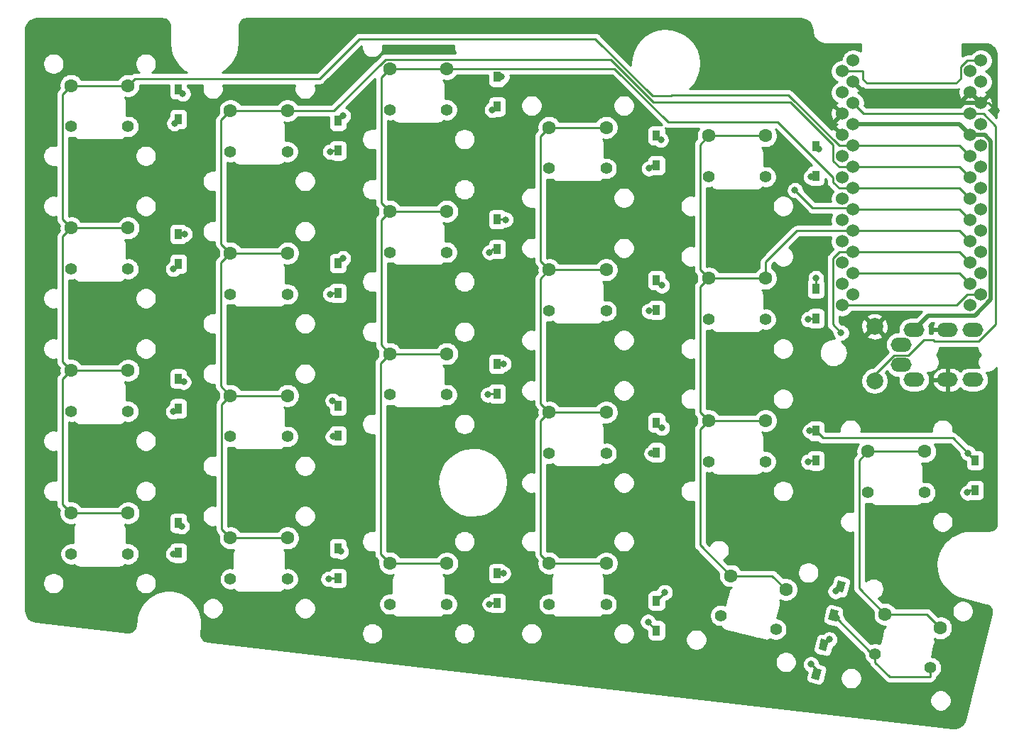
<source format=gbr>
%TF.GenerationSoftware,KiCad,Pcbnew,(5.1.0)-1*%
%TF.CreationDate,2021-02-23T00:32:09+09:00*%
%TF.ProjectId,20200129 thinkeyboardver0,32303230-3031-4323-9920-7468696e6b65,rev?*%
%TF.SameCoordinates,Original*%
%TF.FileFunction,Copper,L2,Bot*%
%TF.FilePolarity,Positive*%
%FSLAX46Y46*%
G04 Gerber Fmt 4.6, Leading zero omitted, Abs format (unit mm)*
G04 Created by KiCad (PCBNEW (5.1.0)-1) date 2021-02-23 00:32:09*
%MOMM*%
%LPD*%
G04 APERTURE LIST*
%TA.AperFunction,ComponentPad*%
%ADD10C,1.600000*%
%TD*%
%TA.AperFunction,ComponentPad*%
%ADD11C,1.400000*%
%TD*%
%TA.AperFunction,ComponentPad*%
%ADD12C,2.000000*%
%TD*%
%TA.AperFunction,ComponentPad*%
%ADD13O,2.500000X1.700000*%
%TD*%
%TA.AperFunction,ComponentPad*%
%ADD14C,1.524000*%
%TD*%
%TA.AperFunction,SMDPad,CuDef*%
%ADD15R,0.950000X1.300000*%
%TD*%
%TA.AperFunction,SMDPad,CuDef*%
%ADD16C,0.950000*%
%TD*%
%TA.AperFunction,Conductor*%
%ADD17C,0.100000*%
%TD*%
%TA.AperFunction,ViaPad*%
%ADD18C,0.800000*%
%TD*%
%TA.AperFunction,Conductor*%
%ADD19C,0.250000*%
%TD*%
%TA.AperFunction,Conductor*%
%ADD20C,0.500000*%
%TD*%
%TA.AperFunction,Conductor*%
%ADD21C,0.254000*%
%TD*%
G04 APERTURE END LIST*
D10*
%TO.P,SW14,1*%
%TO.N,col3*%
X145199992Y-91999836D03*
D11*
%TO.P,SW14,2*%
%TO.N,Net-(D14-Pad2)*%
X145199992Y-96899836D03*
X152000000Y-96900000D03*
D10*
%TO.P,SW14,1*%
%TO.N,col3*%
X152000000Y-92000000D03*
%TD*%
D12*
%TO.P,SW23,1*%
%TO.N,GND*%
X184000000Y-98750000D03*
%TO.P,SW23,2*%
%TO.N,RST*%
X184000000Y-105250000D03*
%TD*%
D13*
%TO.P,J1,D*%
%TO.N,VCC*%
X188700000Y-99150000D03*
%TO.P,J1,A*%
%TO.N,Net-(J1-PadA)*%
X187200000Y-103350000D03*
%TO.P,J1,B*%
%TO.N,date*%
X195700000Y-99150000D03*
%TO.P,J1,C*%
%TO.N,GND*%
X192700000Y-99150000D03*
%TO.P,J1,B*%
%TO.N,date*%
X195700000Y-105100000D03*
%TO.P,J1,C*%
%TO.N,GND*%
X192700000Y-105100000D03*
%TO.P,J1,D*%
%TO.N,VCC*%
X188700000Y-105100000D03*
%TO.P,J1,A*%
%TO.N,Net-(J1-PadA)*%
X187200000Y-100900000D03*
%TD*%
D10*
%TO.P,SW1,1*%
%TO.N,col0*%
X88199992Y-69999836D03*
D11*
%TO.P,SW1,2*%
%TO.N,Net-(D1-Pad2)*%
X88199992Y-74899836D03*
X95000000Y-74900000D03*
D10*
%TO.P,SW1,1*%
%TO.N,col0*%
X95000000Y-70000000D03*
%TD*%
%TO.P,SW2,1*%
%TO.N,col0*%
X95000000Y-87000000D03*
D11*
%TO.P,SW2,2*%
%TO.N,Net-(D2-Pad2)*%
X95000000Y-91900000D03*
X88199992Y-91899836D03*
D10*
%TO.P,SW2,1*%
%TO.N,col0*%
X88199992Y-86999836D03*
%TD*%
%TO.P,SW3,1*%
%TO.N,col0*%
X88199992Y-103999836D03*
D11*
%TO.P,SW3,2*%
%TO.N,Net-(D3-Pad2)*%
X88199992Y-108899836D03*
X95000000Y-108900000D03*
D10*
%TO.P,SW3,1*%
%TO.N,col0*%
X95000000Y-104000000D03*
%TD*%
%TO.P,SW4,1*%
%TO.N,col0*%
X95000000Y-121000164D03*
D11*
%TO.P,SW4,2*%
%TO.N,Net-(D4-Pad2)*%
X95000000Y-125900164D03*
X88199992Y-125900000D03*
D10*
%TO.P,SW4,1*%
%TO.N,col0*%
X88199992Y-121000000D03*
%TD*%
%TO.P,SW5,1*%
%TO.N,col1*%
X107199992Y-72999836D03*
D11*
%TO.P,SW5,2*%
%TO.N,Net-(D5-Pad2)*%
X107199992Y-77899836D03*
X114000000Y-77900000D03*
D10*
%TO.P,SW5,1*%
%TO.N,col1*%
X114000000Y-73000000D03*
%TD*%
%TO.P,SW6,1*%
%TO.N,col1*%
X114000000Y-90000000D03*
D11*
%TO.P,SW6,2*%
%TO.N,Net-(D6-Pad2)*%
X114000000Y-94900000D03*
X107199992Y-94899836D03*
D10*
%TO.P,SW6,1*%
%TO.N,col1*%
X107199992Y-89999836D03*
%TD*%
%TO.P,SW7,1*%
%TO.N,col1*%
X107199992Y-106999836D03*
D11*
%TO.P,SW7,2*%
%TO.N,Net-(D7-Pad2)*%
X107199992Y-111899836D03*
X114000000Y-111900000D03*
D10*
%TO.P,SW7,1*%
%TO.N,col1*%
X114000000Y-107000000D03*
%TD*%
%TO.P,SW8,1*%
%TO.N,col1*%
X114000000Y-124000000D03*
D11*
%TO.P,SW8,2*%
%TO.N,Net-(D8-Pad2)*%
X114000000Y-128900000D03*
X107199992Y-128899836D03*
D10*
%TO.P,SW8,1*%
%TO.N,col1*%
X107199992Y-123999836D03*
%TD*%
%TO.P,SW9,1*%
%TO.N,col2*%
X126199992Y-67999836D03*
D11*
%TO.P,SW9,2*%
%TO.N,Net-(D9-Pad2)*%
X126199992Y-72899836D03*
X133000000Y-72900000D03*
D10*
%TO.P,SW9,1*%
%TO.N,col2*%
X133000000Y-68000000D03*
%TD*%
%TO.P,SW10,1*%
%TO.N,col2*%
X133000000Y-85000000D03*
D11*
%TO.P,SW10,2*%
%TO.N,Net-(D10-Pad2)*%
X133000000Y-89900000D03*
X126199992Y-89899836D03*
D10*
%TO.P,SW10,1*%
%TO.N,col2*%
X126199992Y-84999836D03*
%TD*%
%TO.P,SW11,1*%
%TO.N,col2*%
X126199992Y-101999836D03*
D11*
%TO.P,SW11,2*%
%TO.N,Net-(D11-Pad2)*%
X126199992Y-106899836D03*
X133000000Y-106900000D03*
D10*
%TO.P,SW11,1*%
%TO.N,col2*%
X133000000Y-102000000D03*
%TD*%
%TO.P,SW12,1*%
%TO.N,col2*%
X133000000Y-127000000D03*
D11*
%TO.P,SW12,2*%
%TO.N,Net-(D12-Pad2)*%
X133000000Y-131900000D03*
X126199992Y-131899836D03*
D10*
%TO.P,SW12,1*%
%TO.N,col2*%
X126199992Y-126999836D03*
%TD*%
%TO.P,SW13,1*%
%TO.N,col3*%
X152000000Y-75000000D03*
D11*
%TO.P,SW13,2*%
%TO.N,Net-(D13-Pad2)*%
X152000000Y-79900000D03*
X145199992Y-79899836D03*
D10*
%TO.P,SW13,1*%
%TO.N,col3*%
X145199992Y-74999836D03*
%TD*%
%TO.P,SW15,1*%
%TO.N,col3*%
X152000000Y-109000000D03*
D11*
%TO.P,SW15,2*%
%TO.N,Net-(D15-Pad2)*%
X152000000Y-113900000D03*
X145199992Y-113899836D03*
D10*
%TO.P,SW15,1*%
%TO.N,col3*%
X145199992Y-108999836D03*
%TD*%
%TO.P,SW16,1*%
%TO.N,col3*%
X145199992Y-126999836D03*
D11*
%TO.P,SW16,2*%
%TO.N,Net-(D16-Pad2)*%
X145199992Y-131899836D03*
X152000000Y-131900000D03*
D10*
%TO.P,SW16,1*%
%TO.N,col3*%
X152000000Y-127000000D03*
%TD*%
%TO.P,SW17,1*%
%TO.N,col4*%
X164199992Y-75999836D03*
D11*
%TO.P,SW17,2*%
%TO.N,Net-(D17-Pad2)*%
X164199992Y-80899836D03*
X171000000Y-80900000D03*
D10*
%TO.P,SW17,1*%
%TO.N,col4*%
X171000000Y-76000000D03*
%TD*%
%TO.P,SW18,1*%
%TO.N,col4*%
X171000000Y-93000000D03*
D11*
%TO.P,SW18,2*%
%TO.N,Net-(D18-Pad2)*%
X171000000Y-97900000D03*
X164199992Y-97899836D03*
D10*
%TO.P,SW18,1*%
%TO.N,col4*%
X164199992Y-92999836D03*
%TD*%
%TO.P,SW19,1*%
%TO.N,col4*%
X171000000Y-110000000D03*
D11*
%TO.P,SW19,2*%
%TO.N,Net-(D19-Pad2)*%
X171000000Y-114900000D03*
X164199992Y-114899836D03*
D10*
%TO.P,SW19,1*%
%TO.N,col4*%
X164199992Y-109999836D03*
%TD*%
%TO.P,SW21,1*%
%TO.N,col5*%
X190000000Y-113680000D03*
D11*
%TO.P,SW21,2*%
%TO.N,Net-(D21-Pad2)*%
X190000000Y-118580000D03*
X183199992Y-118579836D03*
D10*
%TO.P,SW21,1*%
%TO.N,col5*%
X183199992Y-113679836D03*
%TD*%
D14*
%TO.P,U1,24*%
%TO.N,Net-(U1-Pad24)*%
X181436400Y-67022000D03*
%TO.P,U1,23*%
%TO.N,GND*%
X181436400Y-69562000D03*
%TO.P,U1,22*%
%TO.N,RST*%
X181436400Y-72102000D03*
%TO.P,U1,21*%
%TO.N,VCC*%
X181436400Y-74642000D03*
%TO.P,U1,20*%
%TO.N,col0*%
X181436400Y-77182000D03*
%TO.P,U1,19*%
%TO.N,col1*%
X181436400Y-79722000D03*
%TO.P,U1,18*%
%TO.N,col2*%
X181436400Y-82262000D03*
%TO.P,U1,17*%
%TO.N,col3*%
X181436400Y-84802000D03*
%TO.P,U1,16*%
%TO.N,col4*%
X181436400Y-87342000D03*
%TO.P,U1,15*%
%TO.N,col5*%
X181436400Y-89882000D03*
%TO.P,U1,14*%
%TO.N,Net-(U1-Pad14)*%
X181436400Y-92422000D03*
%TO.P,U1,13*%
%TO.N,Net-(U1-Pad13)*%
X181436400Y-94962000D03*
%TO.P,U1,12*%
%TO.N,Net-(U1-Pad12)*%
X196656400Y-94962000D03*
%TO.P,U1,11*%
%TO.N,row4*%
X196656400Y-92422000D03*
%TO.P,U1,10*%
%TO.N,row3*%
X196656400Y-89882000D03*
%TO.P,U1,9*%
%TO.N,row2*%
X196656400Y-87342000D03*
%TO.P,U1,8*%
%TO.N,row1*%
X196656400Y-84802000D03*
%TO.P,U1,7*%
%TO.N,Net-(U1-Pad7)*%
X196656400Y-82262000D03*
%TO.P,U1,6*%
%TO.N,Net-(U1-Pad6)*%
X196656400Y-79722000D03*
%TO.P,U1,5*%
%TO.N,Net-(U1-Pad5)*%
X196656400Y-77182000D03*
%TO.P,U1,4*%
%TO.N,GND*%
X196656400Y-74642000D03*
%TO.P,U1,3*%
X196656400Y-72102000D03*
%TO.P,U1,2*%
%TO.N,date*%
X196656400Y-69562000D03*
%TO.P,U1,1*%
%TO.N,Net-(U1-Pad1)*%
X196656400Y-67022000D03*
X180110000Y-68292000D03*
%TO.P,U1,2*%
%TO.N,date*%
X180110000Y-70832000D03*
%TO.P,U1,3*%
%TO.N,GND*%
X180110000Y-73372000D03*
%TO.P,U1,4*%
X180110000Y-75912000D03*
%TO.P,U1,5*%
%TO.N,Net-(U1-Pad5)*%
X180110000Y-78452000D03*
%TO.P,U1,6*%
%TO.N,Net-(U1-Pad6)*%
X180110000Y-80992000D03*
%TO.P,U1,7*%
%TO.N,Net-(U1-Pad7)*%
X180110000Y-83532000D03*
%TO.P,U1,8*%
%TO.N,row1*%
X180110000Y-86072000D03*
%TO.P,U1,9*%
%TO.N,row2*%
X180110000Y-88612000D03*
%TO.P,U1,10*%
%TO.N,row3*%
X180110000Y-91152000D03*
%TO.P,U1,11*%
%TO.N,row4*%
X180110000Y-93692000D03*
%TO.P,U1,12*%
%TO.N,Net-(U1-Pad12)*%
X180110000Y-96232000D03*
%TO.P,U1,13*%
%TO.N,Net-(U1-Pad13)*%
X195350000Y-96232000D03*
%TO.P,U1,14*%
%TO.N,Net-(U1-Pad14)*%
X195350000Y-93692000D03*
%TO.P,U1,15*%
%TO.N,col5*%
X195350000Y-91152000D03*
%TO.P,U1,16*%
%TO.N,col4*%
X195350000Y-88612000D03*
%TO.P,U1,17*%
%TO.N,col3*%
X195350000Y-86072000D03*
%TO.P,U1,18*%
%TO.N,col2*%
X195350000Y-83532000D03*
%TO.P,U1,19*%
%TO.N,col1*%
X195350000Y-80992000D03*
%TO.P,U1,20*%
%TO.N,col0*%
X195350000Y-78452000D03*
%TO.P,U1,21*%
%TO.N,VCC*%
X195350000Y-75912000D03*
%TO.P,U1,22*%
%TO.N,RST*%
X195350000Y-73372000D03*
%TO.P,U1,23*%
%TO.N,GND*%
X195350000Y-70832000D03*
%TO.P,U1,24*%
%TO.N,Net-(U1-Pad24)*%
X195350000Y-68292000D03*
%TD*%
D10*
%TO.P,SW20,1*%
%TO.N,col4*%
X166823224Y-128498843D03*
D11*
%TO.P,SW20,2*%
%TO.N,Net-(D20-Pad2)*%
X165637807Y-133253292D03*
X172235786Y-134898522D03*
D10*
%TO.P,SW20,1*%
%TO.N,col4*%
X173421203Y-130144073D03*
%TD*%
%TO.P,SW22,1*%
%TO.N,col5*%
X191856822Y-134740589D03*
D11*
%TO.P,SW22,2*%
%TO.N,Net-(D22-Pad2)*%
X190671405Y-139495038D03*
X184073426Y-137849808D03*
D10*
%TO.P,SW22,1*%
%TO.N,col5*%
X185258843Y-133095359D03*
%TD*%
D15*
%TO.P,D1,1*%
%TO.N,row1*%
X101000000Y-70475000D03*
%TO.P,D1,2*%
%TO.N,Net-(D1-Pad2)*%
X101000000Y-74025000D03*
%TD*%
%TO.P,D2,1*%
%TO.N,row2*%
X101000000Y-87725000D03*
%TO.P,D2,2*%
%TO.N,Net-(D2-Pad2)*%
X101000000Y-91275000D03*
%TD*%
%TO.P,D3,2*%
%TO.N,Net-(D3-Pad2)*%
X101000000Y-108525000D03*
%TO.P,D3,1*%
%TO.N,row3*%
X101000000Y-104975000D03*
%TD*%
%TO.P,D4,2*%
%TO.N,Net-(D4-Pad2)*%
X101000000Y-125775000D03*
%TO.P,D4,1*%
%TO.N,row4*%
X101000000Y-122225000D03*
%TD*%
%TO.P,D5,2*%
%TO.N,Net-(D5-Pad2)*%
X120000000Y-77775000D03*
%TO.P,D5,1*%
%TO.N,row1*%
X120000000Y-74225000D03*
%TD*%
%TO.P,D6,2*%
%TO.N,Net-(D6-Pad2)*%
X120000000Y-94775000D03*
%TO.P,D6,1*%
%TO.N,row2*%
X120000000Y-91225000D03*
%TD*%
%TO.P,D7,2*%
%TO.N,Net-(D7-Pad2)*%
X120000000Y-111775000D03*
%TO.P,D7,1*%
%TO.N,row3*%
X120000000Y-108225000D03*
%TD*%
%TO.P,D8,2*%
%TO.N,Net-(D8-Pad2)*%
X120000000Y-128775000D03*
%TO.P,D8,1*%
%TO.N,row4*%
X120000000Y-125225000D03*
%TD*%
%TO.P,D9,1*%
%TO.N,row1*%
X139000000Y-68975000D03*
%TO.P,D9,2*%
%TO.N,Net-(D9-Pad2)*%
X139000000Y-72525000D03*
%TD*%
%TO.P,D10,1*%
%TO.N,row2*%
X139000000Y-85975000D03*
%TO.P,D10,2*%
%TO.N,Net-(D10-Pad2)*%
X139000000Y-89525000D03*
%TD*%
%TO.P,D11,2*%
%TO.N,Net-(D11-Pad2)*%
X139000000Y-106775000D03*
%TO.P,D11,1*%
%TO.N,row3*%
X139000000Y-103225000D03*
%TD*%
%TO.P,D12,1*%
%TO.N,row4*%
X139000000Y-128225000D03*
%TO.P,D12,2*%
%TO.N,Net-(D12-Pad2)*%
X139000000Y-131775000D03*
%TD*%
%TO.P,D13,1*%
%TO.N,row1*%
X158000000Y-75975000D03*
%TO.P,D13,2*%
%TO.N,Net-(D13-Pad2)*%
X158000000Y-79525000D03*
%TD*%
%TO.P,D14,2*%
%TO.N,Net-(D14-Pad2)*%
X158000000Y-96775000D03*
%TO.P,D14,1*%
%TO.N,row2*%
X158000000Y-93225000D03*
%TD*%
%TO.P,D15,1*%
%TO.N,row3*%
X158000000Y-110225000D03*
%TO.P,D15,2*%
%TO.N,Net-(D15-Pad2)*%
X158000000Y-113775000D03*
%TD*%
%TO.P,D16,2*%
%TO.N,Net-(D16-Pad2)*%
X158000000Y-135025000D03*
%TO.P,D16,1*%
%TO.N,row4*%
X158000000Y-131475000D03*
%TD*%
%TO.P,D17,1*%
%TO.N,row1*%
X177000000Y-77225000D03*
%TO.P,D17,2*%
%TO.N,Net-(D17-Pad2)*%
X177000000Y-80775000D03*
%TD*%
%TO.P,D18,2*%
%TO.N,Net-(D18-Pad2)*%
X177000000Y-97775000D03*
%TO.P,D18,1*%
%TO.N,row2*%
X177000000Y-94225000D03*
%TD*%
%TO.P,D19,2*%
%TO.N,Net-(D19-Pad2)*%
X177000000Y-114775000D03*
%TO.P,D19,1*%
%TO.N,row3*%
X177000000Y-111225000D03*
%TD*%
D16*
%TO.P,D20,1*%
%TO.N,row4*%
X177929411Y-136777725D03*
D17*
%TD*%
%TO.N,row4*%
%TO.C,D20*%
G36*
X177625770Y-136032120D02*
G01*
X178547551Y-136261946D01*
X178233052Y-137523330D01*
X177311271Y-137293504D01*
X177625770Y-136032120D01*
X177625770Y-136032120D01*
G37*
D16*
%TO.P,D20,2*%
%TO.N,Net-(D20-Pad2)*%
X177070589Y-140222275D03*
D17*
%TD*%
%TO.N,Net-(D20-Pad2)*%
%TO.C,D20*%
G36*
X176766948Y-139476670D02*
G01*
X177688729Y-139706496D01*
X177374230Y-140967880D01*
X176452449Y-140738054D01*
X176766948Y-139476670D01*
X176766948Y-139476670D01*
G37*
D15*
%TO.P,D21,1*%
%TO.N,row3*%
X196000000Y-114725000D03*
%TO.P,D21,2*%
%TO.N,Net-(D21-Pad2)*%
X196000000Y-118275000D03*
%TD*%
D16*
%TO.P,D22,1*%
%TO.N,row4*%
X179929411Y-129777725D03*
D17*
%TD*%
%TO.N,row4*%
%TO.C,D22*%
G36*
X179625770Y-129032120D02*
G01*
X180547551Y-129261946D01*
X180233052Y-130523330D01*
X179311271Y-130293504D01*
X179625770Y-129032120D01*
X179625770Y-129032120D01*
G37*
D16*
%TO.P,D22,2*%
%TO.N,Net-(D22-Pad2)*%
X179070589Y-133222275D03*
D17*
%TD*%
%TO.N,Net-(D22-Pad2)*%
%TO.C,D22*%
G36*
X178766948Y-132476670D02*
G01*
X179688729Y-132706496D01*
X179374230Y-133967880D01*
X178452449Y-133738054D01*
X178766948Y-132476670D01*
X178766948Y-132476670D01*
G37*
D18*
%TO.N,Net-(D1-Pad2)*%
X100512500Y-74512500D03*
%TO.N,row1*%
X101512500Y-70987500D03*
X120612500Y-73612500D03*
X139525000Y-68975000D03*
X158512500Y-76487500D03*
X177387500Y-77612500D03*
%TO.N,row2*%
X101725000Y-87725000D03*
X120612500Y-90612500D03*
X140000000Y-86000000D03*
X158637500Y-93862500D03*
X177000000Y-93000000D03*
%TO.N,Net-(D2-Pad2)*%
X100387500Y-91887500D03*
%TO.N,row3*%
X101624999Y-105375001D03*
X119387500Y-107612500D03*
X139775000Y-103225000D03*
X158637500Y-110862500D03*
X176275000Y-111225000D03*
X195137500Y-113862500D03*
%TO.N,Net-(D3-Pad2)*%
X100400000Y-108900000D03*
%TO.N,row4*%
X101387500Y-122612500D03*
X120387500Y-125612500D03*
X139725000Y-128225000D03*
X158987500Y-130487500D03*
X178603568Y-136103568D03*
X179353568Y-130353568D03*
%TO.N,Net-(D4-Pad2)*%
X100400164Y-125900164D03*
%TO.N,Net-(D5-Pad2)*%
X119100000Y-77900000D03*
%TO.N,Net-(D6-Pad2)*%
X119100000Y-94900000D03*
%TO.N,Net-(D7-Pad2)*%
X119400000Y-111900000D03*
%TO.N,Net-(D8-Pad2)*%
X118900000Y-128900000D03*
%TO.N,Net-(D9-Pad2)*%
X138400000Y-72900000D03*
%TO.N,Net-(D10-Pad2)*%
X138100000Y-89900000D03*
%TO.N,Net-(D11-Pad2)*%
X137900000Y-106900000D03*
%TO.N,Net-(D12-Pad2)*%
X138100000Y-131900000D03*
%TO.N,Net-(D13-Pad2)*%
X157100000Y-79900000D03*
%TO.N,Net-(D14-Pad2)*%
X157100000Y-96900000D03*
%TO.N,Net-(D15-Pad2)*%
X157400000Y-113900000D03*
%TO.N,Net-(D16-Pad2)*%
X156987500Y-134012500D03*
%TO.N,Net-(D17-Pad2)*%
X176400000Y-80900000D03*
%TO.N,Net-(D18-Pad2)*%
X176100000Y-97900000D03*
%TO.N,Net-(D19-Pad2)*%
X176100000Y-114900000D03*
%TO.N,Net-(D20-Pad2)*%
X176418632Y-139081368D03*
%TO.N,Net-(D21-Pad2)*%
X195080000Y-118580000D03*
%TO.N,Net-(D22-Pad2)*%
X179424157Y-133575843D03*
%TO.N,GND*%
X198500000Y-73000000D03*
X167500000Y-87000000D03*
%TO.N,col3*%
X174500000Y-82500000D03*
%TO.N,col5*%
X180000000Y-99500000D03*
%TD*%
D19*
%TO.N,Net-(D1-Pad2)*%
X101000000Y-74025000D02*
X100512500Y-74512500D01*
%TO.N,row1*%
X101000000Y-70475000D02*
X101512500Y-70987500D01*
X120000000Y-74225000D02*
X120612500Y-73612500D01*
X139000000Y-68975000D02*
X139525000Y-68975000D01*
X158000000Y-75975000D02*
X158512500Y-76487500D01*
X177000000Y-77225000D02*
X177387500Y-77612500D01*
%TO.N,row2*%
X101000000Y-87725000D02*
X101725000Y-87725000D01*
X120000000Y-91225000D02*
X120612500Y-90612500D01*
X139975000Y-85975000D02*
X140000000Y-86000000D01*
X139000000Y-85975000D02*
X139975000Y-85975000D01*
X158000000Y-93225000D02*
X158637500Y-93862500D01*
X177000000Y-94225000D02*
X177000000Y-93000000D01*
%TO.N,Net-(D2-Pad2)*%
X101000000Y-91275000D02*
X100387500Y-91887500D01*
%TO.N,row3*%
X177830001Y-112055001D02*
X193330001Y-112055001D01*
X177000000Y-111225000D02*
X177830001Y-112055001D01*
X101224998Y-104975000D02*
X101624999Y-105375001D01*
X101000000Y-104975000D02*
X101224998Y-104975000D01*
X120000000Y-108225000D02*
X119387500Y-107612500D01*
X139000000Y-103225000D02*
X139775000Y-103225000D01*
X158000000Y-110225000D02*
X158637500Y-110862500D01*
X177000000Y-111225000D02*
X176275000Y-111225000D01*
X195137500Y-113862500D02*
X196000000Y-114725000D01*
X193330001Y-112055001D02*
X195137500Y-113862500D01*
%TO.N,Net-(D3-Pad2)*%
X100625000Y-108900000D02*
X101000000Y-108525000D01*
X100775000Y-108525000D02*
X100400000Y-108900000D01*
X101000000Y-108525000D02*
X100775000Y-108525000D01*
%TO.N,row4*%
X101000000Y-122225000D02*
X101387500Y-122612500D01*
X120000000Y-125225000D02*
X120387500Y-125612500D01*
X139000000Y-128225000D02*
X139725000Y-128225000D01*
X158000000Y-131475000D02*
X158987500Y-130487500D01*
X177929411Y-136777725D02*
X178603568Y-136103568D01*
X179929411Y-129777725D02*
X179353568Y-130353568D01*
%TO.N,Net-(D4-Pad2)*%
X101000000Y-125775000D02*
X100525328Y-125775000D01*
X100525328Y-125775000D02*
X100400164Y-125900164D01*
%TO.N,Net-(D5-Pad2)*%
X114000000Y-78371765D02*
X114000000Y-77900000D01*
X119875000Y-77900000D02*
X120000000Y-77775000D01*
X119225000Y-77775000D02*
X119100000Y-77900000D01*
X120000000Y-77775000D02*
X119225000Y-77775000D01*
%TO.N,Net-(D6-Pad2)*%
X119225000Y-94775000D02*
X119100000Y-94900000D01*
X120000000Y-94775000D02*
X119225000Y-94775000D01*
%TO.N,Net-(D7-Pad2)*%
X119525000Y-111775000D02*
X119400000Y-111900000D01*
X120000000Y-111775000D02*
X119525000Y-111775000D01*
%TO.N,Net-(D8-Pad2)*%
X119025000Y-128775000D02*
X118900000Y-128900000D01*
X120000000Y-128775000D02*
X119025000Y-128775000D01*
%TO.N,Net-(D9-Pad2)*%
X138775000Y-72525000D02*
X138400000Y-72900000D01*
X139000000Y-72525000D02*
X138775000Y-72525000D01*
%TO.N,Net-(D10-Pad2)*%
X138475000Y-89525000D02*
X138100000Y-89900000D01*
X139000000Y-89525000D02*
X138475000Y-89525000D01*
%TO.N,Net-(D11-Pad2)*%
X138025000Y-106775000D02*
X137900000Y-106900000D01*
X139000000Y-106775000D02*
X138025000Y-106775000D01*
%TO.N,Net-(D12-Pad2)*%
X139000000Y-131775000D02*
X138225000Y-131775000D01*
X138225000Y-131775000D02*
X138100000Y-131900000D01*
%TO.N,Net-(D13-Pad2)*%
X157475000Y-79525000D02*
X157100000Y-79900000D01*
X158000000Y-79525000D02*
X157475000Y-79525000D01*
%TO.N,Net-(D14-Pad2)*%
X157225000Y-96775000D02*
X157100000Y-96900000D01*
X158000000Y-96775000D02*
X157225000Y-96775000D01*
%TO.N,Net-(D15-Pad2)*%
X157525000Y-113775000D02*
X157400000Y-113900000D01*
X158000000Y-113775000D02*
X157525000Y-113775000D01*
%TO.N,Net-(D16-Pad2)*%
X158000000Y-135025000D02*
X156987500Y-134012500D01*
%TO.N,Net-(D17-Pad2)*%
X176525000Y-80775000D02*
X176400000Y-80900000D01*
X177000000Y-80775000D02*
X176525000Y-80775000D01*
%TO.N,Net-(D18-Pad2)*%
X176225000Y-97775000D02*
X176100000Y-97900000D01*
X177000000Y-97775000D02*
X176225000Y-97775000D01*
%TO.N,Net-(D19-Pad2)*%
X176225000Y-114775000D02*
X176100000Y-114900000D01*
X177000000Y-114775000D02*
X176225000Y-114775000D01*
%TO.N,Net-(D20-Pad2)*%
X177070589Y-139733325D02*
X176418632Y-139081368D01*
X177070589Y-140222275D02*
X177070589Y-139733325D01*
%TO.N,Net-(D21-Pad2)*%
X195385000Y-118275000D02*
X195080000Y-118580000D01*
X196000000Y-118275000D02*
X195385000Y-118275000D01*
%TO.N,Net-(D22-Pad2)*%
X183698122Y-137849808D02*
X184073426Y-137849808D01*
X190671405Y-140484987D02*
X190671405Y-139495038D01*
X185771521Y-140537852D02*
X190618540Y-140537852D01*
X190618540Y-140537852D02*
X190671405Y-140484987D01*
X184073426Y-138839757D02*
X185771521Y-140537852D01*
X184073426Y-137849808D02*
X184073426Y-138839757D01*
X179424157Y-133575843D02*
X183698122Y-137849808D01*
X179070589Y-133222275D02*
X179424157Y-133575843D01*
D20*
%TO.N,VCC*%
X194080000Y-74642000D02*
X195350000Y-75912000D01*
X181436400Y-74642000D02*
X194080000Y-74642000D01*
X197180162Y-75912000D02*
X195350000Y-75912000D01*
X197868401Y-76600239D02*
X197180162Y-75912000D01*
X197868401Y-95507361D02*
X197868401Y-76600239D01*
X195931761Y-97444001D02*
X197868401Y-95507361D01*
X190405999Y-97444001D02*
X195931761Y-97444001D01*
X188700000Y-99150000D02*
X190405999Y-97444001D01*
%TO.N,GND*%
X183976400Y-72102000D02*
X196656400Y-72102000D01*
X181436400Y-69562000D02*
X183976400Y-72102000D01*
X195386400Y-70832000D02*
X196656400Y-72102000D01*
X195350000Y-70832000D02*
X195386400Y-70832000D01*
D19*
X197602000Y-72102000D02*
X198500000Y-73000000D01*
X196656400Y-72102000D02*
X197602000Y-72102000D01*
%TO.N,col0*%
X87174991Y-85974835D02*
X88199992Y-86999836D01*
X87174991Y-71024837D02*
X87174991Y-85974835D01*
X88199992Y-69999836D02*
X87174991Y-71024837D01*
X87174991Y-102974835D02*
X88199992Y-103999836D01*
X87174991Y-88024837D02*
X87174991Y-102974835D01*
X88199992Y-86999836D02*
X87174991Y-88024837D01*
X87174991Y-119974999D02*
X88199992Y-121000000D01*
X87174991Y-105024837D02*
X87174991Y-119974999D01*
X88199992Y-103999836D02*
X87174991Y-105024837D01*
X94999836Y-69999836D02*
X95000000Y-70000000D01*
X88199992Y-69999836D02*
X94999836Y-69999836D01*
X94999836Y-86999836D02*
X95000000Y-87000000D01*
X88199992Y-86999836D02*
X94999836Y-86999836D01*
X94999836Y-103999836D02*
X95000000Y-104000000D01*
X88199992Y-103999836D02*
X94999836Y-103999836D01*
X94999836Y-121000000D02*
X95000000Y-121000164D01*
X88199992Y-121000000D02*
X94999836Y-121000000D01*
X194080000Y-77182000D02*
X195350000Y-78452000D01*
X181436400Y-77182000D02*
X194080000Y-77182000D01*
X95799999Y-69200001D02*
X117799999Y-69200001D01*
X95000000Y-70000000D02*
X95799999Y-69200001D01*
X159774593Y-71225407D02*
X159844770Y-71155230D01*
X157500178Y-71225407D02*
X159774593Y-71225407D01*
X150699606Y-64424835D02*
X157500178Y-71225407D01*
X122575165Y-64424835D02*
X150699606Y-64424835D01*
X117799999Y-69200001D02*
X122575165Y-64424835D01*
X179771238Y-77182000D02*
X181436400Y-77182000D01*
X173744468Y-71155230D02*
X179771238Y-77182000D01*
X159844770Y-71155230D02*
X173744468Y-71155230D01*
%TO.N,col1*%
X106075001Y-88874845D02*
X107199992Y-89999836D01*
X106075001Y-74124827D02*
X106075001Y-88874845D01*
X107199992Y-72999836D02*
X106075001Y-74124827D01*
X106075001Y-105874845D02*
X107199992Y-106999836D01*
X106075001Y-91124827D02*
X106075001Y-105874845D01*
X107199992Y-89999836D02*
X106075001Y-91124827D01*
X106174991Y-122974835D02*
X107199992Y-123999836D01*
X106174991Y-108024837D02*
X106174991Y-122974835D01*
X107199992Y-106999836D02*
X106174991Y-108024837D01*
X113999836Y-72999836D02*
X114000000Y-73000000D01*
X107199992Y-72999836D02*
X113999836Y-72999836D01*
X113999836Y-89999836D02*
X114000000Y-90000000D01*
X107199992Y-89999836D02*
X113999836Y-89999836D01*
X113999836Y-106999836D02*
X114000000Y-107000000D01*
X107199992Y-106999836D02*
X113999836Y-106999836D01*
X113999836Y-123999836D02*
X114000000Y-124000000D01*
X107199992Y-123999836D02*
X113999836Y-123999836D01*
X194080000Y-79722000D02*
X195350000Y-80992000D01*
X181436400Y-79722000D02*
X194080000Y-79722000D01*
X152513196Y-66874835D02*
X157638361Y-72000000D01*
X125659991Y-66874835D02*
X152513196Y-66874835D01*
X119534826Y-73000000D02*
X125659991Y-66874835D01*
X114000000Y-73000000D02*
X119534826Y-73000000D01*
X179771238Y-79722000D02*
X181436400Y-79722000D01*
X179022999Y-77070171D02*
X179022999Y-78973761D01*
X173952828Y-72000000D02*
X179022999Y-77070171D01*
X179022999Y-78973761D02*
X179771238Y-79722000D01*
X157638361Y-72000000D02*
X173952828Y-72000000D01*
%TO.N,col2*%
X125174991Y-83974835D02*
X126199992Y-84999836D01*
X125174991Y-69024837D02*
X125174991Y-83974835D01*
X126199992Y-67999836D02*
X125174991Y-69024837D01*
X125174991Y-100974835D02*
X126199992Y-101999836D01*
X125174991Y-86024837D02*
X125174991Y-100974835D01*
X126199992Y-84999836D02*
X125174991Y-86024837D01*
X125075001Y-125874845D02*
X126199992Y-126999836D01*
X125075001Y-103124827D02*
X125075001Y-125874845D01*
X126199992Y-101999836D02*
X125075001Y-103124827D01*
X132999836Y-67999836D02*
X133000000Y-68000000D01*
X126199992Y-67999836D02*
X132999836Y-67999836D01*
X132999836Y-84999836D02*
X133000000Y-85000000D01*
X126199992Y-84999836D02*
X132999836Y-84999836D01*
X132999836Y-101999836D02*
X133000000Y-102000000D01*
X126199992Y-101999836D02*
X132999836Y-101999836D01*
X130771765Y-127000000D02*
X133000000Y-127000000D01*
X130771601Y-126999836D02*
X130771765Y-127000000D01*
X126199992Y-126999836D02*
X130771601Y-126999836D01*
X194080000Y-82262000D02*
X195350000Y-83532000D01*
X181436400Y-82262000D02*
X194080000Y-82262000D01*
X179771238Y-82262000D02*
X181436400Y-82262000D01*
X179022999Y-81513761D02*
X179771238Y-82262000D01*
X179022999Y-80958001D02*
X179022999Y-81513761D01*
X172439835Y-74374837D02*
X179022999Y-80958001D01*
X159376788Y-74374837D02*
X172439835Y-74374837D01*
X153001951Y-68000000D02*
X159376788Y-74374837D01*
X133000000Y-68000000D02*
X153001951Y-68000000D01*
%TO.N,col3*%
X144174991Y-90974835D02*
X145199992Y-91999836D01*
X144174991Y-76024837D02*
X144174991Y-90974835D01*
X145199992Y-74999836D02*
X144174991Y-76024837D01*
X144174991Y-107974835D02*
X145199992Y-108999836D01*
X144174991Y-93024837D02*
X144174991Y-107974835D01*
X145199992Y-91999836D02*
X144174991Y-93024837D01*
X144174991Y-125974835D02*
X145199992Y-126999836D01*
X144174991Y-110024837D02*
X144174991Y-125974835D01*
X145199992Y-108999836D02*
X144174991Y-110024837D01*
X151999836Y-74999836D02*
X152000000Y-75000000D01*
X145199992Y-74999836D02*
X151999836Y-74999836D01*
X151999836Y-91999836D02*
X152000000Y-92000000D01*
X145199992Y-91999836D02*
X151999836Y-91999836D01*
X151999836Y-108999836D02*
X152000000Y-109000000D01*
X145199992Y-108999836D02*
X151999836Y-108999836D01*
X151999836Y-126999836D02*
X152000000Y-127000000D01*
X145199992Y-126999836D02*
X151999836Y-126999836D01*
X194080000Y-84802000D02*
X195350000Y-86072000D01*
X181436400Y-84802000D02*
X194080000Y-84802000D01*
X181253401Y-84619001D02*
X181436400Y-84802000D01*
X176619001Y-84619001D02*
X181253401Y-84619001D01*
X174500000Y-82500000D02*
X176619001Y-84619001D01*
%TO.N,col4*%
X163174991Y-91974835D02*
X164199992Y-92999836D01*
X163174991Y-77024837D02*
X163174991Y-91974835D01*
X164199992Y-75999836D02*
X163174991Y-77024837D01*
X163174991Y-108974835D02*
X164199992Y-109999836D01*
X163174991Y-94024837D02*
X163174991Y-108974835D01*
X164199992Y-92999836D02*
X163174991Y-94024837D01*
X163174991Y-124850610D02*
X166823224Y-128498843D01*
X163174991Y-111024837D02*
X163174991Y-124850610D01*
X164199992Y-109999836D02*
X163174991Y-111024837D01*
X170999836Y-75999836D02*
X171000000Y-76000000D01*
X164199992Y-75999836D02*
X170999836Y-75999836D01*
X170999836Y-92999836D02*
X171000000Y-93000000D01*
X164199992Y-92999836D02*
X170999836Y-92999836D01*
X170999836Y-109999836D02*
X171000000Y-110000000D01*
X164199992Y-109999836D02*
X170999836Y-109999836D01*
X171775973Y-128498843D02*
X173421203Y-130144073D01*
X166823224Y-128498843D02*
X171775973Y-128498843D01*
X194080000Y-87342000D02*
X195350000Y-88612000D01*
X181436400Y-87342000D02*
X194080000Y-87342000D01*
X171000000Y-91056998D02*
X171000000Y-93000000D01*
X174714998Y-87342000D02*
X171000000Y-91056998D01*
X181436400Y-87342000D02*
X174714998Y-87342000D01*
%TO.N,col5*%
X182174991Y-130011507D02*
X185258843Y-133095359D01*
X182174991Y-114704837D02*
X182174991Y-130011507D01*
X183199992Y-113679836D02*
X182174991Y-114704837D01*
X189999836Y-113679836D02*
X190000000Y-113680000D01*
X183199992Y-113679836D02*
X189999836Y-113679836D01*
X190211592Y-133095359D02*
X191856822Y-134740589D01*
X185258843Y-133095359D02*
X190211592Y-133095359D01*
X194080000Y-89882000D02*
X195350000Y-91152000D01*
X181436400Y-89882000D02*
X194080000Y-89882000D01*
X179022999Y-90630239D02*
X179771238Y-89882000D01*
X179771238Y-89882000D02*
X181436400Y-89882000D01*
X179022999Y-98522999D02*
X179022999Y-90630239D01*
X180000000Y-99500000D02*
X179022999Y-98522999D01*
%TO.N,RST*%
X182706400Y-73372000D02*
X195350000Y-73372000D01*
X181436400Y-72102000D02*
X182706400Y-73372000D01*
X184000000Y-104488285D02*
X184000000Y-105250000D01*
X186313295Y-102174990D02*
X184000000Y-104488285D01*
X187986725Y-102174990D02*
X186313295Y-102174990D01*
X190944001Y-100324999D02*
X189836716Y-100324999D01*
X191119002Y-100500000D02*
X190944001Y-100324999D01*
X196411715Y-100500000D02*
X191119002Y-100500000D01*
X198443411Y-98468304D02*
X196411715Y-100500000D01*
X189836716Y-100324999D02*
X187986725Y-102174990D01*
X198443411Y-74820249D02*
X198443411Y-98468304D01*
X196995162Y-73372000D02*
X198443411Y-74820249D01*
X195350000Y-73372000D02*
X196995162Y-73372000D01*
%TO.N,Net-(U1-Pad12)*%
X195011238Y-94962000D02*
X196656400Y-94962000D01*
X193741238Y-96232000D02*
X195011238Y-94962000D01*
X180110000Y-96232000D02*
X193741238Y-96232000D01*
%TO.N,Net-(U1-Pad1)*%
X194262999Y-67770239D02*
X195011238Y-67022000D01*
X194262999Y-69153745D02*
X194262999Y-67770239D01*
X193691734Y-69725010D02*
X194262999Y-69153745D01*
X183108267Y-69725010D02*
X193691734Y-69725010D01*
X182624990Y-69241733D02*
X183108267Y-69725010D01*
X182624990Y-68292000D02*
X182624990Y-69241733D01*
X195011238Y-67022000D02*
X196656400Y-67022000D01*
X180110000Y-68292000D02*
X182624990Y-68292000D01*
%TO.N,Net-(U1-Pad14)*%
X194080000Y-92422000D02*
X195350000Y-93692000D01*
X181436400Y-92422000D02*
X194080000Y-92422000D01*
%TD*%
D21*
%TO.N,GND*%
G36*
X99262540Y-62054102D02*
G01*
X99418894Y-62101308D01*
X99563096Y-62177982D01*
X99689663Y-62281207D01*
X99793769Y-62407051D01*
X99871447Y-62550711D01*
X99919742Y-62706729D01*
X99940000Y-62899473D01*
X99940001Y-64907419D01*
X99940226Y-64909704D01*
X99940357Y-64928473D01*
X99943491Y-64958292D01*
X99943491Y-64988273D01*
X99944454Y-64997437D01*
X100020596Y-65676260D01*
X100033029Y-65734749D01*
X100044652Y-65793452D01*
X100047377Y-65802255D01*
X100253920Y-66453362D01*
X100277476Y-66508322D01*
X100300280Y-66563649D01*
X100304664Y-66571755D01*
X100633741Y-67170343D01*
X100667507Y-67219656D01*
X100700639Y-67269525D01*
X100706514Y-67276625D01*
X101145589Y-67799894D01*
X101188319Y-67841738D01*
X101230478Y-67884193D01*
X101237620Y-67890017D01*
X101769971Y-68318038D01*
X101820016Y-68350786D01*
X101869617Y-68384243D01*
X101877754Y-68388569D01*
X101976134Y-68440001D01*
X97856468Y-68440001D01*
X97919140Y-68398125D01*
X98098125Y-68219140D01*
X98238753Y-68008676D01*
X98335619Y-67774821D01*
X98385000Y-67526561D01*
X98385000Y-67273439D01*
X98335619Y-67025179D01*
X98238753Y-66791324D01*
X98098125Y-66580860D01*
X97919140Y-66401875D01*
X97708676Y-66261247D01*
X97474821Y-66164381D01*
X97226561Y-66115000D01*
X96973439Y-66115000D01*
X96725179Y-66164381D01*
X96491324Y-66261247D01*
X96280860Y-66401875D01*
X96101875Y-66580860D01*
X95961247Y-66791324D01*
X95864381Y-67025179D01*
X95815000Y-67273439D01*
X95815000Y-67526561D01*
X95864381Y-67774821D01*
X95961247Y-68008676D01*
X96101875Y-68219140D01*
X96280860Y-68398125D01*
X96343532Y-68440001D01*
X95837321Y-68440001D01*
X95799998Y-68436325D01*
X95762675Y-68440001D01*
X95762666Y-68440001D01*
X95651013Y-68450998D01*
X95507752Y-68494455D01*
X95375723Y-68565027D01*
X95367408Y-68571851D01*
X95330022Y-68602533D01*
X95141335Y-68565000D01*
X94858665Y-68565000D01*
X94581426Y-68620147D01*
X94320273Y-68728320D01*
X94085241Y-68885363D01*
X93885363Y-69085241D01*
X93782066Y-69239836D01*
X89418035Y-69239836D01*
X89314629Y-69085077D01*
X89114751Y-68885199D01*
X88879719Y-68728156D01*
X88618566Y-68619983D01*
X88341327Y-68564836D01*
X88058657Y-68564836D01*
X87781418Y-68619983D01*
X87520265Y-68728156D01*
X87285233Y-68885199D01*
X87085355Y-69085077D01*
X86928312Y-69320109D01*
X86820139Y-69581262D01*
X86764992Y-69858501D01*
X86764992Y-70141171D01*
X86801304Y-70323723D01*
X86663993Y-70461033D01*
X86634990Y-70484836D01*
X86599924Y-70527565D01*
X86540017Y-70600561D01*
X86489403Y-70695253D01*
X86469445Y-70732591D01*
X86425988Y-70875852D01*
X86414991Y-70987505D01*
X86414991Y-70987515D01*
X86411315Y-71024837D01*
X86414991Y-71062159D01*
X86414991Y-77152480D01*
X86226561Y-77115000D01*
X85973439Y-77115000D01*
X85725179Y-77164381D01*
X85491324Y-77261247D01*
X85280860Y-77401875D01*
X85101875Y-77580860D01*
X84961247Y-77791324D01*
X84864381Y-78025179D01*
X84815000Y-78273439D01*
X84815000Y-78526561D01*
X84864381Y-78774821D01*
X84961247Y-79008676D01*
X85101875Y-79219140D01*
X85280860Y-79398125D01*
X85491324Y-79538753D01*
X85725179Y-79635619D01*
X85973439Y-79685000D01*
X86226561Y-79685000D01*
X86414992Y-79647520D01*
X86414992Y-83152318D01*
X86226553Y-83114836D01*
X85973431Y-83114836D01*
X85725171Y-83164217D01*
X85491316Y-83261083D01*
X85280852Y-83401711D01*
X85101867Y-83580696D01*
X84961239Y-83791160D01*
X84864373Y-84025015D01*
X84814992Y-84273275D01*
X84814992Y-84526397D01*
X84864373Y-84774657D01*
X84961239Y-85008512D01*
X85101867Y-85218976D01*
X85280852Y-85397961D01*
X85491316Y-85538589D01*
X85725171Y-85635455D01*
X85973431Y-85684836D01*
X86226553Y-85684836D01*
X86414992Y-85647354D01*
X86414992Y-85937503D01*
X86411315Y-85974835D01*
X86414992Y-86012168D01*
X86425989Y-86123821D01*
X86432509Y-86145314D01*
X86469445Y-86267081D01*
X86540017Y-86399111D01*
X86591438Y-86461767D01*
X86634991Y-86514836D01*
X86663989Y-86538634D01*
X86801304Y-86675949D01*
X86764992Y-86858501D01*
X86764992Y-87141171D01*
X86801304Y-87323723D01*
X86663993Y-87461033D01*
X86634990Y-87484836D01*
X86600486Y-87526880D01*
X86540017Y-87600561D01*
X86500955Y-87673641D01*
X86469445Y-87732591D01*
X86425988Y-87875852D01*
X86414991Y-87987505D01*
X86414991Y-87987515D01*
X86411315Y-88024837D01*
X86414991Y-88062159D01*
X86414991Y-94152480D01*
X86226561Y-94115000D01*
X85973439Y-94115000D01*
X85725179Y-94164381D01*
X85491324Y-94261247D01*
X85280860Y-94401875D01*
X85101875Y-94580860D01*
X84961247Y-94791324D01*
X84864381Y-95025179D01*
X84815000Y-95273439D01*
X84815000Y-95526561D01*
X84864381Y-95774821D01*
X84961247Y-96008676D01*
X85101875Y-96219140D01*
X85280860Y-96398125D01*
X85491324Y-96538753D01*
X85725179Y-96635619D01*
X85973439Y-96685000D01*
X86226561Y-96685000D01*
X86414992Y-96647520D01*
X86414992Y-100152318D01*
X86226553Y-100114836D01*
X85973431Y-100114836D01*
X85725171Y-100164217D01*
X85491316Y-100261083D01*
X85280852Y-100401711D01*
X85101867Y-100580696D01*
X84961239Y-100791160D01*
X84864373Y-101025015D01*
X84814992Y-101273275D01*
X84814992Y-101526397D01*
X84864373Y-101774657D01*
X84961239Y-102008512D01*
X85101867Y-102218976D01*
X85280852Y-102397961D01*
X85491316Y-102538589D01*
X85725171Y-102635455D01*
X85973431Y-102684836D01*
X86226553Y-102684836D01*
X86414992Y-102647354D01*
X86414992Y-102937503D01*
X86411315Y-102974835D01*
X86414992Y-103012168D01*
X86425989Y-103123821D01*
X86435098Y-103153850D01*
X86469445Y-103267081D01*
X86540017Y-103399111D01*
X86591438Y-103461767D01*
X86634991Y-103514836D01*
X86663989Y-103538634D01*
X86801304Y-103675949D01*
X86764992Y-103858501D01*
X86764992Y-104141171D01*
X86801304Y-104323723D01*
X86663993Y-104461033D01*
X86634990Y-104484836D01*
X86598774Y-104528966D01*
X86540017Y-104600561D01*
X86500955Y-104673641D01*
X86469445Y-104732591D01*
X86425988Y-104875852D01*
X86414991Y-104987505D01*
X86414991Y-104987515D01*
X86411315Y-105024837D01*
X86414991Y-105062159D01*
X86414991Y-111152480D01*
X86226561Y-111115000D01*
X85973439Y-111115000D01*
X85725179Y-111164381D01*
X85491324Y-111261247D01*
X85280860Y-111401875D01*
X85101875Y-111580860D01*
X84961247Y-111791324D01*
X84864381Y-112025179D01*
X84815000Y-112273439D01*
X84815000Y-112526561D01*
X84864381Y-112774821D01*
X84961247Y-113008676D01*
X85101875Y-113219140D01*
X85280860Y-113398125D01*
X85491324Y-113538753D01*
X85725179Y-113635619D01*
X85973439Y-113685000D01*
X86226561Y-113685000D01*
X86414992Y-113647520D01*
X86414992Y-117152482D01*
X86226553Y-117115000D01*
X85973431Y-117115000D01*
X85725171Y-117164381D01*
X85491316Y-117261247D01*
X85280852Y-117401875D01*
X85101867Y-117580860D01*
X84961239Y-117791324D01*
X84864373Y-118025179D01*
X84814992Y-118273439D01*
X84814992Y-118526561D01*
X84864373Y-118774821D01*
X84961239Y-119008676D01*
X85101867Y-119219140D01*
X85280852Y-119398125D01*
X85491316Y-119538753D01*
X85725171Y-119635619D01*
X85973431Y-119685000D01*
X86226553Y-119685000D01*
X86414992Y-119647518D01*
X86414992Y-119937667D01*
X86411315Y-119974999D01*
X86414992Y-120012332D01*
X86425989Y-120123985D01*
X86433501Y-120148749D01*
X86469445Y-120267245D01*
X86540017Y-120399275D01*
X86611192Y-120486001D01*
X86634991Y-120515000D01*
X86663989Y-120538798D01*
X86801304Y-120676113D01*
X86764992Y-120858665D01*
X86764992Y-121141335D01*
X86820139Y-121418574D01*
X86928312Y-121679727D01*
X87085355Y-121914759D01*
X87285233Y-122114637D01*
X87520265Y-122271680D01*
X87781418Y-122379853D01*
X88058657Y-122435000D01*
X88341327Y-122435000D01*
X88610120Y-122381533D01*
X88544138Y-122461931D01*
X88471246Y-122598304D01*
X88426359Y-122746277D01*
X88411202Y-122900164D01*
X88415000Y-122938725D01*
X88415000Y-124581614D01*
X88331478Y-124565000D01*
X88068506Y-124565000D01*
X87810587Y-124616304D01*
X87567633Y-124716939D01*
X87348979Y-124863038D01*
X87163030Y-125048987D01*
X87016931Y-125267641D01*
X86916296Y-125510595D01*
X86864992Y-125768514D01*
X86864992Y-126031486D01*
X86916296Y-126289405D01*
X87016931Y-126532359D01*
X87163030Y-126751013D01*
X87348979Y-126936962D01*
X87567633Y-127083061D01*
X87810587Y-127183696D01*
X88068506Y-127235000D01*
X88331478Y-127235000D01*
X88582449Y-127185078D01*
X88642236Y-127257928D01*
X88761767Y-127356026D01*
X88898140Y-127428918D01*
X89046113Y-127473805D01*
X89161439Y-127485164D01*
X89161440Y-127485164D01*
X89200000Y-127488962D01*
X89238561Y-127485164D01*
X89969678Y-127485164D01*
X90050000Y-127493075D01*
X90130322Y-127485164D01*
X93069678Y-127485164D01*
X93150000Y-127493075D01*
X93230322Y-127485164D01*
X93961440Y-127485164D01*
X94000000Y-127488962D01*
X94153887Y-127473805D01*
X94301860Y-127428918D01*
X94438233Y-127356026D01*
X94557764Y-127257928D01*
X94617434Y-127185220D01*
X94868514Y-127235164D01*
X95131486Y-127235164D01*
X95389405Y-127183860D01*
X95632359Y-127083225D01*
X95851013Y-126937126D01*
X96036962Y-126751177D01*
X96183061Y-126532523D01*
X96283696Y-126289569D01*
X96335000Y-126031650D01*
X96335000Y-125798225D01*
X99365164Y-125798225D01*
X99365164Y-126002103D01*
X99404938Y-126202062D01*
X99482959Y-126390420D01*
X99596227Y-126559938D01*
X99740390Y-126704101D01*
X99909908Y-126817369D01*
X100096147Y-126894512D01*
X100170506Y-126955537D01*
X100280820Y-127014502D01*
X100400518Y-127050812D01*
X100525000Y-127063072D01*
X101475000Y-127063072D01*
X101599482Y-127050812D01*
X101719180Y-127014502D01*
X101829494Y-126955537D01*
X101926185Y-126876185D01*
X102005537Y-126779494D01*
X102064502Y-126669180D01*
X102100812Y-126549482D01*
X102113072Y-126425000D01*
X102113072Y-125125000D01*
X102100812Y-125000518D01*
X102064502Y-124880820D01*
X102005537Y-124770506D01*
X101926185Y-124673815D01*
X101829494Y-124594463D01*
X101719180Y-124535498D01*
X101599482Y-124499188D01*
X101475000Y-124486928D01*
X100525000Y-124486928D01*
X100400518Y-124499188D01*
X100280820Y-124535498D01*
X100170506Y-124594463D01*
X100073815Y-124673815D01*
X99994463Y-124770506D01*
X99935498Y-124880820D01*
X99903143Y-124987479D01*
X99740390Y-125096227D01*
X99596227Y-125240390D01*
X99482959Y-125409908D01*
X99404938Y-125598266D01*
X99365164Y-125798225D01*
X96335000Y-125798225D01*
X96335000Y-125768678D01*
X96283696Y-125510759D01*
X96183061Y-125267805D01*
X96036962Y-125049151D01*
X95851013Y-124863202D01*
X95632359Y-124717103D01*
X95389405Y-124616468D01*
X95131486Y-124565164D01*
X94868514Y-124565164D01*
X94785000Y-124581776D01*
X94785000Y-122938725D01*
X94788798Y-122900164D01*
X94781479Y-122825850D01*
X94773641Y-122746277D01*
X94728754Y-122598304D01*
X94655862Y-122461931D01*
X94590043Y-122381731D01*
X94858665Y-122435164D01*
X95141335Y-122435164D01*
X95418574Y-122380017D01*
X95679727Y-122271844D01*
X95914759Y-122114801D01*
X96114637Y-121914923D01*
X96271680Y-121679891D01*
X96315127Y-121575000D01*
X99886928Y-121575000D01*
X99886928Y-122875000D01*
X99899188Y-122999482D01*
X99935498Y-123119180D01*
X99994463Y-123229494D01*
X100073815Y-123326185D01*
X100170506Y-123405537D01*
X100280820Y-123464502D01*
X100400518Y-123500812D01*
X100525000Y-123513072D01*
X100872351Y-123513072D01*
X100897244Y-123529705D01*
X101085602Y-123607726D01*
X101285561Y-123647500D01*
X101489439Y-123647500D01*
X101689398Y-123607726D01*
X101877756Y-123529705D01*
X102047274Y-123416437D01*
X102191437Y-123272274D01*
X102304705Y-123102756D01*
X102382726Y-122914398D01*
X102422500Y-122714439D01*
X102422500Y-122510561D01*
X102382726Y-122310602D01*
X102304705Y-122122244D01*
X102191437Y-121952726D01*
X102113072Y-121874361D01*
X102113072Y-121575000D01*
X102100812Y-121450518D01*
X102064502Y-121330820D01*
X102005537Y-121220506D01*
X101926185Y-121123815D01*
X101829494Y-121044463D01*
X101719180Y-120985498D01*
X101599482Y-120949188D01*
X101475000Y-120936928D01*
X100525000Y-120936928D01*
X100400518Y-120949188D01*
X100280820Y-120985498D01*
X100170506Y-121044463D01*
X100073815Y-121123815D01*
X99994463Y-121220506D01*
X99935498Y-121330820D01*
X99899188Y-121450518D01*
X99886928Y-121575000D01*
X96315127Y-121575000D01*
X96379853Y-121418738D01*
X96435000Y-121141499D01*
X96435000Y-120858829D01*
X96379853Y-120581590D01*
X96271680Y-120320437D01*
X96114637Y-120085405D01*
X95914759Y-119885527D01*
X95679727Y-119728484D01*
X95418574Y-119620311D01*
X95141335Y-119565164D01*
X94858665Y-119565164D01*
X94581426Y-119620311D01*
X94320273Y-119728484D01*
X94085241Y-119885527D01*
X93885363Y-120085405D01*
X93782066Y-120240000D01*
X89418035Y-120240000D01*
X89314629Y-120085241D01*
X89114751Y-119885363D01*
X88879719Y-119728320D01*
X88618566Y-119620147D01*
X88341327Y-119565000D01*
X88058657Y-119565000D01*
X87934991Y-119589599D01*
X87934991Y-118273603D01*
X95815000Y-118273603D01*
X95815000Y-118526725D01*
X95864381Y-118774985D01*
X95961247Y-119008840D01*
X96101875Y-119219304D01*
X96280860Y-119398289D01*
X96491324Y-119538917D01*
X96725179Y-119635783D01*
X96973439Y-119685164D01*
X97226561Y-119685164D01*
X97474821Y-119635783D01*
X97708676Y-119538917D01*
X97919140Y-119398289D01*
X98098125Y-119219304D01*
X98238753Y-119008840D01*
X98335619Y-118774985D01*
X98385000Y-118526725D01*
X98385000Y-118273603D01*
X98335619Y-118025343D01*
X98238753Y-117791488D01*
X98098125Y-117581024D01*
X97919140Y-117402039D01*
X97708676Y-117261411D01*
X97474821Y-117164545D01*
X97226561Y-117115164D01*
X96973439Y-117115164D01*
X96725179Y-117164545D01*
X96491324Y-117261411D01*
X96280860Y-117402039D01*
X96101875Y-117581024D01*
X95961247Y-117791488D01*
X95864381Y-118025343D01*
X95815000Y-118273603D01*
X87934991Y-118273603D01*
X87934991Y-112273275D01*
X95814992Y-112273275D01*
X95814992Y-112526397D01*
X95864373Y-112774657D01*
X95961239Y-113008512D01*
X96101867Y-113218976D01*
X96280852Y-113397961D01*
X96491316Y-113538589D01*
X96725171Y-113635455D01*
X96973431Y-113684836D01*
X97226553Y-113684836D01*
X97474813Y-113635455D01*
X97708668Y-113538589D01*
X97919132Y-113397961D01*
X98098117Y-113218976D01*
X98238745Y-113008512D01*
X98335611Y-112774657D01*
X98384992Y-112526397D01*
X98384992Y-112273275D01*
X98335611Y-112025015D01*
X98238745Y-111791160D01*
X98098117Y-111580696D01*
X97919132Y-111401711D01*
X97708668Y-111261083D01*
X97474813Y-111164217D01*
X97226553Y-111114836D01*
X96973431Y-111114836D01*
X96725171Y-111164217D01*
X96491316Y-111261083D01*
X96280852Y-111401711D01*
X96101867Y-111580696D01*
X95961239Y-111791160D01*
X95864373Y-112025015D01*
X95814992Y-112273275D01*
X87934991Y-112273275D01*
X87934991Y-110208278D01*
X88068506Y-110234836D01*
X88331478Y-110234836D01*
X88582449Y-110184914D01*
X88642236Y-110257764D01*
X88761767Y-110355862D01*
X88898140Y-110428754D01*
X89046113Y-110473641D01*
X89161439Y-110485000D01*
X89161440Y-110485000D01*
X89200000Y-110488798D01*
X89238561Y-110485000D01*
X89969678Y-110485000D01*
X90050000Y-110492911D01*
X90130322Y-110485000D01*
X93069678Y-110485000D01*
X93150000Y-110492911D01*
X93230322Y-110485000D01*
X93961440Y-110485000D01*
X94000000Y-110488798D01*
X94153887Y-110473641D01*
X94301860Y-110428754D01*
X94438233Y-110355862D01*
X94557764Y-110257764D01*
X94617434Y-110185056D01*
X94868514Y-110235000D01*
X95131486Y-110235000D01*
X95389405Y-110183696D01*
X95632359Y-110083061D01*
X95851013Y-109936962D01*
X96036962Y-109751013D01*
X96183061Y-109532359D01*
X96283696Y-109289405D01*
X96335000Y-109031486D01*
X96335000Y-108798061D01*
X99365000Y-108798061D01*
X99365000Y-109001939D01*
X99404774Y-109201898D01*
X99482795Y-109390256D01*
X99596063Y-109559774D01*
X99740226Y-109703937D01*
X99909744Y-109817205D01*
X100098102Y-109895226D01*
X100298061Y-109935000D01*
X100501939Y-109935000D01*
X100701898Y-109895226D01*
X100890256Y-109817205D01*
X100896441Y-109813072D01*
X101475000Y-109813072D01*
X101599482Y-109800812D01*
X101719180Y-109764502D01*
X101829494Y-109705537D01*
X101926185Y-109626185D01*
X102005537Y-109529494D01*
X102064502Y-109419180D01*
X102100812Y-109299482D01*
X102113072Y-109175000D01*
X102113072Y-107875000D01*
X102100812Y-107750518D01*
X102064502Y-107630820D01*
X102005537Y-107520506D01*
X101926185Y-107423815D01*
X101829494Y-107344463D01*
X101719180Y-107285498D01*
X101599482Y-107249188D01*
X101475000Y-107236928D01*
X100525000Y-107236928D01*
X100400518Y-107249188D01*
X100280820Y-107285498D01*
X100170506Y-107344463D01*
X100073815Y-107423815D01*
X99994463Y-107520506D01*
X99935498Y-107630820D01*
X99899188Y-107750518D01*
X99886928Y-107875000D01*
X99886928Y-107998040D01*
X99740226Y-108096063D01*
X99596063Y-108240226D01*
X99482795Y-108409744D01*
X99404774Y-108598102D01*
X99365000Y-108798061D01*
X96335000Y-108798061D01*
X96335000Y-108768514D01*
X96283696Y-108510595D01*
X96183061Y-108267641D01*
X96036962Y-108048987D01*
X95851013Y-107863038D01*
X95632359Y-107716939D01*
X95389405Y-107616304D01*
X95131486Y-107565000D01*
X94868514Y-107565000D01*
X94785000Y-107581612D01*
X94785000Y-105938561D01*
X94788798Y-105900000D01*
X94773641Y-105746113D01*
X94728754Y-105598140D01*
X94655862Y-105461767D01*
X94590043Y-105381567D01*
X94858665Y-105435000D01*
X95141335Y-105435000D01*
X95418574Y-105379853D01*
X95679727Y-105271680D01*
X95914759Y-105114637D01*
X96114637Y-104914759D01*
X96271680Y-104679727D01*
X96379853Y-104418574D01*
X96398466Y-104325000D01*
X99886928Y-104325000D01*
X99886928Y-105625000D01*
X99899188Y-105749482D01*
X99935498Y-105869180D01*
X99994463Y-105979494D01*
X100073815Y-106076185D01*
X100170506Y-106155537D01*
X100280820Y-106214502D01*
X100400518Y-106250812D01*
X100525000Y-106263072D01*
X101091141Y-106263072D01*
X101134743Y-106292206D01*
X101323101Y-106370227D01*
X101523060Y-106410001D01*
X101726938Y-106410001D01*
X101926897Y-106370227D01*
X102115255Y-106292206D01*
X102284773Y-106178938D01*
X102428936Y-106034775D01*
X102542204Y-105865257D01*
X102620225Y-105676899D01*
X102659999Y-105476940D01*
X102659999Y-105273062D01*
X102620225Y-105073103D01*
X102542204Y-104884745D01*
X102428936Y-104715227D01*
X102284773Y-104571064D01*
X102115255Y-104457796D01*
X102113072Y-104456892D01*
X102113072Y-104325000D01*
X102100812Y-104200518D01*
X102064502Y-104080820D01*
X102005537Y-103970506D01*
X101926185Y-103873815D01*
X101829494Y-103794463D01*
X101719180Y-103735498D01*
X101599482Y-103699188D01*
X101475000Y-103686928D01*
X100525000Y-103686928D01*
X100400518Y-103699188D01*
X100280820Y-103735498D01*
X100170506Y-103794463D01*
X100073815Y-103873815D01*
X99994463Y-103970506D01*
X99935498Y-104080820D01*
X99899188Y-104200518D01*
X99886928Y-104325000D01*
X96398466Y-104325000D01*
X96435000Y-104141335D01*
X96435000Y-103858665D01*
X96379853Y-103581426D01*
X96271680Y-103320273D01*
X96114637Y-103085241D01*
X95914759Y-102885363D01*
X95679727Y-102728320D01*
X95418574Y-102620147D01*
X95141335Y-102565000D01*
X94858665Y-102565000D01*
X94581426Y-102620147D01*
X94320273Y-102728320D01*
X94085241Y-102885363D01*
X93885363Y-103085241D01*
X93782066Y-103239836D01*
X89418035Y-103239836D01*
X89314629Y-103085077D01*
X89114751Y-102885199D01*
X88879719Y-102728156D01*
X88618566Y-102619983D01*
X88341327Y-102564836D01*
X88058657Y-102564836D01*
X87934991Y-102589435D01*
X87934991Y-101273439D01*
X95815000Y-101273439D01*
X95815000Y-101526561D01*
X95864381Y-101774821D01*
X95961247Y-102008676D01*
X96101875Y-102219140D01*
X96280860Y-102398125D01*
X96491324Y-102538753D01*
X96725179Y-102635619D01*
X96973439Y-102685000D01*
X97226561Y-102685000D01*
X97474821Y-102635619D01*
X97708676Y-102538753D01*
X97919140Y-102398125D01*
X98098125Y-102219140D01*
X98238753Y-102008676D01*
X98335619Y-101774821D01*
X98385000Y-101526561D01*
X98385000Y-101273439D01*
X98335619Y-101025179D01*
X98238753Y-100791324D01*
X98098125Y-100580860D01*
X97919140Y-100401875D01*
X97708676Y-100261247D01*
X97474821Y-100164381D01*
X97226561Y-100115000D01*
X96973439Y-100115000D01*
X96725179Y-100164381D01*
X96491324Y-100261247D01*
X96280860Y-100401875D01*
X96101875Y-100580860D01*
X95961247Y-100791324D01*
X95864381Y-101025179D01*
X95815000Y-101273439D01*
X87934991Y-101273439D01*
X87934991Y-95273275D01*
X95814992Y-95273275D01*
X95814992Y-95526397D01*
X95864373Y-95774657D01*
X95961239Y-96008512D01*
X96101867Y-96218976D01*
X96280852Y-96397961D01*
X96491316Y-96538589D01*
X96725171Y-96635455D01*
X96973431Y-96684836D01*
X97226553Y-96684836D01*
X97474813Y-96635455D01*
X97708668Y-96538589D01*
X97919132Y-96397961D01*
X98098117Y-96218976D01*
X98238745Y-96008512D01*
X98335611Y-95774657D01*
X98384992Y-95526397D01*
X98384992Y-95273275D01*
X98335611Y-95025015D01*
X98238745Y-94791160D01*
X98098117Y-94580696D01*
X97919132Y-94401711D01*
X97708668Y-94261083D01*
X97474813Y-94164217D01*
X97226553Y-94114836D01*
X96973431Y-94114836D01*
X96725171Y-94164217D01*
X96491316Y-94261083D01*
X96280852Y-94401711D01*
X96101867Y-94580696D01*
X95961239Y-94791160D01*
X95864373Y-95025015D01*
X95814992Y-95273275D01*
X87934991Y-95273275D01*
X87934991Y-93208278D01*
X88068506Y-93234836D01*
X88331478Y-93234836D01*
X88582449Y-93184914D01*
X88642236Y-93257764D01*
X88761767Y-93355862D01*
X88898140Y-93428754D01*
X89046113Y-93473641D01*
X89161439Y-93485000D01*
X89161440Y-93485000D01*
X89200000Y-93488798D01*
X89238561Y-93485000D01*
X89969678Y-93485000D01*
X90050000Y-93492911D01*
X90130322Y-93485000D01*
X93069678Y-93485000D01*
X93150000Y-93492911D01*
X93230322Y-93485000D01*
X93961440Y-93485000D01*
X94000000Y-93488798D01*
X94153887Y-93473641D01*
X94301860Y-93428754D01*
X94438233Y-93355862D01*
X94557764Y-93257764D01*
X94617434Y-93185056D01*
X94868514Y-93235000D01*
X95131486Y-93235000D01*
X95389405Y-93183696D01*
X95632359Y-93083061D01*
X95851013Y-92936962D01*
X96036962Y-92751013D01*
X96183061Y-92532359D01*
X96283696Y-92289405D01*
X96335000Y-92031486D01*
X96335000Y-91785561D01*
X99352500Y-91785561D01*
X99352500Y-91989439D01*
X99392274Y-92189398D01*
X99470295Y-92377756D01*
X99583563Y-92547274D01*
X99727726Y-92691437D01*
X99897244Y-92804705D01*
X100085602Y-92882726D01*
X100285561Y-92922500D01*
X100489439Y-92922500D01*
X100689398Y-92882726D01*
X100877756Y-92804705D01*
X101047274Y-92691437D01*
X101175639Y-92563072D01*
X101475000Y-92563072D01*
X101599482Y-92550812D01*
X101719180Y-92514502D01*
X101829494Y-92455537D01*
X101926185Y-92376185D01*
X102005537Y-92279494D01*
X102064502Y-92169180D01*
X102100812Y-92049482D01*
X102113072Y-91925000D01*
X102113072Y-90625000D01*
X102100812Y-90500518D01*
X102064502Y-90380820D01*
X102005537Y-90270506D01*
X101926185Y-90173815D01*
X101829494Y-90094463D01*
X101719180Y-90035498D01*
X101599482Y-89999188D01*
X101475000Y-89986928D01*
X100525000Y-89986928D01*
X100400518Y-89999188D01*
X100280820Y-90035498D01*
X100170506Y-90094463D01*
X100073815Y-90173815D01*
X99994463Y-90270506D01*
X99935498Y-90380820D01*
X99899188Y-90500518D01*
X99886928Y-90625000D01*
X99886928Y-90977188D01*
X99727726Y-91083563D01*
X99583563Y-91227726D01*
X99470295Y-91397244D01*
X99392274Y-91585602D01*
X99352500Y-91785561D01*
X96335000Y-91785561D01*
X96335000Y-91768514D01*
X96283696Y-91510595D01*
X96183061Y-91267641D01*
X96036962Y-91048987D01*
X95851013Y-90863038D01*
X95632359Y-90716939D01*
X95389405Y-90616304D01*
X95131486Y-90565000D01*
X94868514Y-90565000D01*
X94785000Y-90581612D01*
X94785000Y-88938561D01*
X94788798Y-88900000D01*
X94773641Y-88746113D01*
X94728754Y-88598140D01*
X94655862Y-88461767D01*
X94590043Y-88381567D01*
X94858665Y-88435000D01*
X95141335Y-88435000D01*
X95418574Y-88379853D01*
X95679727Y-88271680D01*
X95914759Y-88114637D01*
X96114637Y-87914759D01*
X96271680Y-87679727D01*
X96379853Y-87418574D01*
X96435000Y-87141335D01*
X96435000Y-87075000D01*
X99886928Y-87075000D01*
X99886928Y-88375000D01*
X99899188Y-88499482D01*
X99935498Y-88619180D01*
X99994463Y-88729494D01*
X100073815Y-88826185D01*
X100170506Y-88905537D01*
X100280820Y-88964502D01*
X100400518Y-89000812D01*
X100525000Y-89013072D01*
X101475000Y-89013072D01*
X101599482Y-89000812D01*
X101719180Y-88964502D01*
X101829494Y-88905537D01*
X101926185Y-88826185D01*
X102005537Y-88729494D01*
X102008539Y-88723878D01*
X102026898Y-88720226D01*
X102215256Y-88642205D01*
X102384774Y-88528937D01*
X102528937Y-88384774D01*
X102642205Y-88215256D01*
X102720226Y-88026898D01*
X102760000Y-87826939D01*
X102760000Y-87623061D01*
X102720226Y-87423102D01*
X102642205Y-87234744D01*
X102528937Y-87065226D01*
X102384774Y-86921063D01*
X102215256Y-86807795D01*
X102026898Y-86729774D01*
X102008539Y-86726122D01*
X102005537Y-86720506D01*
X101926185Y-86623815D01*
X101829494Y-86544463D01*
X101719180Y-86485498D01*
X101599482Y-86449188D01*
X101475000Y-86436928D01*
X100525000Y-86436928D01*
X100400518Y-86449188D01*
X100280820Y-86485498D01*
X100170506Y-86544463D01*
X100073815Y-86623815D01*
X99994463Y-86720506D01*
X99935498Y-86830820D01*
X99899188Y-86950518D01*
X99886928Y-87075000D01*
X96435000Y-87075000D01*
X96435000Y-86858665D01*
X96379853Y-86581426D01*
X96271680Y-86320273D01*
X96114637Y-86085241D01*
X95914759Y-85885363D01*
X95679727Y-85728320D01*
X95418574Y-85620147D01*
X95141335Y-85565000D01*
X94858665Y-85565000D01*
X94581426Y-85620147D01*
X94320273Y-85728320D01*
X94085241Y-85885363D01*
X93885363Y-86085241D01*
X93782066Y-86239836D01*
X89418035Y-86239836D01*
X89314629Y-86085077D01*
X89114751Y-85885199D01*
X88879719Y-85728156D01*
X88618566Y-85619983D01*
X88341327Y-85564836D01*
X88058657Y-85564836D01*
X87934991Y-85589435D01*
X87934991Y-84273439D01*
X95815000Y-84273439D01*
X95815000Y-84526561D01*
X95864381Y-84774821D01*
X95961247Y-85008676D01*
X96101875Y-85219140D01*
X96280860Y-85398125D01*
X96491324Y-85538753D01*
X96725179Y-85635619D01*
X96973439Y-85685000D01*
X97226561Y-85685000D01*
X97474821Y-85635619D01*
X97708676Y-85538753D01*
X97919140Y-85398125D01*
X98098125Y-85219140D01*
X98238753Y-85008676D01*
X98335619Y-84774821D01*
X98385000Y-84526561D01*
X98385000Y-84273439D01*
X98335619Y-84025179D01*
X98238753Y-83791324D01*
X98098125Y-83580860D01*
X97919140Y-83401875D01*
X97708676Y-83261247D01*
X97474821Y-83164381D01*
X97226561Y-83115000D01*
X96973439Y-83115000D01*
X96725179Y-83164381D01*
X96491324Y-83261247D01*
X96280860Y-83401875D01*
X96101875Y-83580860D01*
X95961247Y-83791324D01*
X95864381Y-84025179D01*
X95815000Y-84273439D01*
X87934991Y-84273439D01*
X87934991Y-78273275D01*
X95814992Y-78273275D01*
X95814992Y-78526397D01*
X95864373Y-78774657D01*
X95961239Y-79008512D01*
X96101867Y-79218976D01*
X96280852Y-79397961D01*
X96491316Y-79538589D01*
X96725171Y-79635455D01*
X96973431Y-79684836D01*
X97226553Y-79684836D01*
X97474813Y-79635455D01*
X97708668Y-79538589D01*
X97919132Y-79397961D01*
X98098117Y-79218976D01*
X98238745Y-79008512D01*
X98335611Y-78774657D01*
X98384992Y-78526397D01*
X98384992Y-78273275D01*
X98335611Y-78025015D01*
X98238745Y-77791160D01*
X98098117Y-77580696D01*
X97919132Y-77401711D01*
X97708668Y-77261083D01*
X97474813Y-77164217D01*
X97226553Y-77114836D01*
X96973431Y-77114836D01*
X96725171Y-77164217D01*
X96491316Y-77261083D01*
X96280852Y-77401711D01*
X96101867Y-77580696D01*
X95961239Y-77791160D01*
X95864373Y-78025015D01*
X95814992Y-78273275D01*
X87934991Y-78273275D01*
X87934991Y-76208278D01*
X88068506Y-76234836D01*
X88331478Y-76234836D01*
X88582449Y-76184914D01*
X88642236Y-76257764D01*
X88761767Y-76355862D01*
X88898140Y-76428754D01*
X89046113Y-76473641D01*
X89161439Y-76485000D01*
X89161440Y-76485000D01*
X89200000Y-76488798D01*
X89238561Y-76485000D01*
X89969678Y-76485000D01*
X90050000Y-76492911D01*
X90130322Y-76485000D01*
X93069678Y-76485000D01*
X93150000Y-76492911D01*
X93230322Y-76485000D01*
X93961440Y-76485000D01*
X94000000Y-76488798D01*
X94153887Y-76473641D01*
X94301860Y-76428754D01*
X94438233Y-76355862D01*
X94557764Y-76257764D01*
X94617434Y-76185056D01*
X94868514Y-76235000D01*
X95131486Y-76235000D01*
X95389405Y-76183696D01*
X95632359Y-76083061D01*
X95851013Y-75936962D01*
X96036962Y-75751013D01*
X96183061Y-75532359D01*
X96283696Y-75289405D01*
X96335000Y-75031486D01*
X96335000Y-74768514D01*
X96283696Y-74510595D01*
X96242261Y-74410561D01*
X99477500Y-74410561D01*
X99477500Y-74614439D01*
X99517274Y-74814398D01*
X99595295Y-75002756D01*
X99708563Y-75172274D01*
X99852726Y-75316437D01*
X100022244Y-75429705D01*
X100210602Y-75507726D01*
X100410561Y-75547500D01*
X100614439Y-75547500D01*
X100814398Y-75507726D01*
X101002756Y-75429705D01*
X101172274Y-75316437D01*
X101175639Y-75313072D01*
X101475000Y-75313072D01*
X101599482Y-75300812D01*
X101719180Y-75264502D01*
X101829494Y-75205537D01*
X101926185Y-75126185D01*
X102005537Y-75029494D01*
X102064502Y-74919180D01*
X102100812Y-74799482D01*
X102113072Y-74675000D01*
X102113072Y-73375000D01*
X102100812Y-73250518D01*
X102064502Y-73130820D01*
X102005537Y-73020506D01*
X101926185Y-72923815D01*
X101829494Y-72844463D01*
X101719180Y-72785498D01*
X101599482Y-72749188D01*
X101475000Y-72736928D01*
X100525000Y-72736928D01*
X100400518Y-72749188D01*
X100280820Y-72785498D01*
X100170506Y-72844463D01*
X100073815Y-72923815D01*
X99994463Y-73020506D01*
X99935498Y-73130820D01*
X99899188Y-73250518D01*
X99886928Y-73375000D01*
X99886928Y-73685710D01*
X99852726Y-73708563D01*
X99708563Y-73852726D01*
X99595295Y-74022244D01*
X99517274Y-74210602D01*
X99477500Y-74410561D01*
X96242261Y-74410561D01*
X96183061Y-74267641D01*
X96036962Y-74048987D01*
X95851013Y-73863038D01*
X95632359Y-73716939D01*
X95389405Y-73616304D01*
X95131486Y-73565000D01*
X94868514Y-73565000D01*
X94785000Y-73581612D01*
X94785000Y-71938561D01*
X94788798Y-71900000D01*
X94773641Y-71746113D01*
X94728754Y-71598140D01*
X94655862Y-71461767D01*
X94590043Y-71381567D01*
X94858665Y-71435000D01*
X95141335Y-71435000D01*
X95418574Y-71379853D01*
X95679727Y-71271680D01*
X95914759Y-71114637D01*
X96114637Y-70914759D01*
X96271680Y-70679727D01*
X96379853Y-70418574D01*
X96435000Y-70141335D01*
X96435000Y-69960001D01*
X99886928Y-69960001D01*
X99886928Y-71125000D01*
X99899188Y-71249482D01*
X99935498Y-71369180D01*
X99994463Y-71479494D01*
X100073815Y-71576185D01*
X100170506Y-71655537D01*
X100280820Y-71714502D01*
X100400518Y-71750812D01*
X100525000Y-71763072D01*
X100824361Y-71763072D01*
X100852726Y-71791437D01*
X101022244Y-71904705D01*
X101210602Y-71982726D01*
X101410561Y-72022500D01*
X101614439Y-72022500D01*
X101814398Y-71982726D01*
X102002756Y-71904705D01*
X102172274Y-71791437D01*
X102316437Y-71647274D01*
X102429705Y-71477756D01*
X102507726Y-71289398D01*
X102547500Y-71089439D01*
X102547500Y-70885561D01*
X102507726Y-70685602D01*
X102429705Y-70497244D01*
X102316437Y-70327726D01*
X102172274Y-70183563D01*
X102113072Y-70144006D01*
X102113072Y-69960001D01*
X103891303Y-69960001D01*
X103864373Y-70025015D01*
X103814992Y-70273275D01*
X103814992Y-70526397D01*
X103864373Y-70774657D01*
X103961239Y-71008512D01*
X104101867Y-71218976D01*
X104280852Y-71397961D01*
X104491316Y-71538589D01*
X104725171Y-71635455D01*
X104973431Y-71684836D01*
X105226553Y-71684836D01*
X105474813Y-71635455D01*
X105708668Y-71538589D01*
X105919132Y-71397961D01*
X106098117Y-71218976D01*
X106238745Y-71008512D01*
X106335611Y-70774657D01*
X106384992Y-70526397D01*
X106384992Y-70273275D01*
X106335611Y-70025015D01*
X106308681Y-69960001D01*
X114891379Y-69960001D01*
X114864381Y-70025179D01*
X114815000Y-70273439D01*
X114815000Y-70526561D01*
X114864381Y-70774821D01*
X114961247Y-71008676D01*
X115101875Y-71219140D01*
X115280860Y-71398125D01*
X115491324Y-71538753D01*
X115725179Y-71635619D01*
X115973439Y-71685000D01*
X116226561Y-71685000D01*
X116474821Y-71635619D01*
X116708676Y-71538753D01*
X116919140Y-71398125D01*
X117098125Y-71219140D01*
X117238753Y-71008676D01*
X117335619Y-70774821D01*
X117385000Y-70526561D01*
X117385000Y-70273439D01*
X117335619Y-70025179D01*
X117308621Y-69960001D01*
X117762677Y-69960001D01*
X117799999Y-69963677D01*
X117837321Y-69960001D01*
X117837332Y-69960001D01*
X117948985Y-69949004D01*
X118092246Y-69905547D01*
X118224275Y-69834975D01*
X118340000Y-69740002D01*
X118363803Y-69710998D01*
X122818335Y-65256467D01*
X122814992Y-65273275D01*
X122814992Y-65526397D01*
X122864373Y-65774657D01*
X122961239Y-66008512D01*
X123101867Y-66218976D01*
X123280852Y-66397961D01*
X123491316Y-66538589D01*
X123725171Y-66635455D01*
X123973431Y-66684836D01*
X124226553Y-66684836D01*
X124474813Y-66635455D01*
X124708668Y-66538589D01*
X124919132Y-66397961D01*
X125098117Y-66218976D01*
X125238745Y-66008512D01*
X125335611Y-65774657D01*
X125384992Y-65526397D01*
X125384992Y-65273275D01*
X125367401Y-65184835D01*
X133832624Y-65184835D01*
X133815000Y-65273439D01*
X133815000Y-65526561D01*
X133864381Y-65774821D01*
X133961247Y-66008676D01*
X134032180Y-66114835D01*
X125697313Y-66114835D01*
X125659990Y-66111159D01*
X125622667Y-66114835D01*
X125622658Y-66114835D01*
X125511005Y-66125832D01*
X125367744Y-66169289D01*
X125235715Y-66239861D01*
X125235713Y-66239862D01*
X125235714Y-66239862D01*
X125148987Y-66311036D01*
X125148983Y-66311040D01*
X125119990Y-66334834D01*
X125096196Y-66363827D01*
X119220025Y-72240000D01*
X115218043Y-72240000D01*
X115114637Y-72085241D01*
X114914759Y-71885363D01*
X114679727Y-71728320D01*
X114418574Y-71620147D01*
X114141335Y-71565000D01*
X113858665Y-71565000D01*
X113581426Y-71620147D01*
X113320273Y-71728320D01*
X113085241Y-71885363D01*
X112885363Y-72085241D01*
X112782066Y-72239836D01*
X108418035Y-72239836D01*
X108314629Y-72085077D01*
X108114751Y-71885199D01*
X107879719Y-71728156D01*
X107618566Y-71619983D01*
X107341327Y-71564836D01*
X107058657Y-71564836D01*
X106781418Y-71619983D01*
X106520265Y-71728156D01*
X106285233Y-71885199D01*
X106085355Y-72085077D01*
X105928312Y-72320109D01*
X105820139Y-72581262D01*
X105764992Y-72858501D01*
X105764992Y-73141171D01*
X105801304Y-73323723D01*
X105564003Y-73561023D01*
X105535000Y-73584826D01*
X105493316Y-73635619D01*
X105440027Y-73700551D01*
X105403010Y-73769805D01*
X105369455Y-73832581D01*
X105325998Y-73975842D01*
X105315001Y-74087495D01*
X105315001Y-74087505D01*
X105311325Y-74124827D01*
X105315001Y-74162149D01*
X105315001Y-80132592D01*
X105226561Y-80115000D01*
X104973439Y-80115000D01*
X104725179Y-80164381D01*
X104491324Y-80261247D01*
X104280860Y-80401875D01*
X104101875Y-80580860D01*
X103961247Y-80791324D01*
X103864381Y-81025179D01*
X103815000Y-81273439D01*
X103815000Y-81526561D01*
X103864381Y-81774821D01*
X103961247Y-82008676D01*
X104101875Y-82219140D01*
X104280860Y-82398125D01*
X104491324Y-82538753D01*
X104725179Y-82635619D01*
X104973439Y-82685000D01*
X105226561Y-82685000D01*
X105315002Y-82667408D01*
X105315002Y-86132429D01*
X105226553Y-86114836D01*
X104973431Y-86114836D01*
X104725171Y-86164217D01*
X104491316Y-86261083D01*
X104280852Y-86401711D01*
X104101867Y-86580696D01*
X103961239Y-86791160D01*
X103864373Y-87025015D01*
X103814992Y-87273275D01*
X103814992Y-87526397D01*
X103864373Y-87774657D01*
X103961239Y-88008512D01*
X104101867Y-88218976D01*
X104280852Y-88397961D01*
X104491316Y-88538589D01*
X104725171Y-88635455D01*
X104973431Y-88684836D01*
X105226553Y-88684836D01*
X105315002Y-88667243D01*
X105315002Y-88837513D01*
X105311325Y-88874845D01*
X105315002Y-88912178D01*
X105325572Y-89019490D01*
X105325999Y-89023830D01*
X105369455Y-89167091D01*
X105440027Y-89299121D01*
X105490812Y-89361002D01*
X105535001Y-89414846D01*
X105563999Y-89438644D01*
X105801304Y-89675949D01*
X105764992Y-89858501D01*
X105764992Y-90141171D01*
X105801304Y-90323723D01*
X105564003Y-90561023D01*
X105535000Y-90584826D01*
X105493316Y-90635619D01*
X105440027Y-90700551D01*
X105400416Y-90774657D01*
X105369455Y-90832581D01*
X105325998Y-90975842D01*
X105315001Y-91087495D01*
X105315001Y-91087505D01*
X105311325Y-91124827D01*
X105315001Y-91162149D01*
X105315001Y-97132592D01*
X105226561Y-97115000D01*
X104973439Y-97115000D01*
X104725179Y-97164381D01*
X104491324Y-97261247D01*
X104280860Y-97401875D01*
X104101875Y-97580860D01*
X103961247Y-97791324D01*
X103864381Y-98025179D01*
X103815000Y-98273439D01*
X103815000Y-98526561D01*
X103864381Y-98774821D01*
X103961247Y-99008676D01*
X104101875Y-99219140D01*
X104280860Y-99398125D01*
X104491324Y-99538753D01*
X104725179Y-99635619D01*
X104973439Y-99685000D01*
X105226561Y-99685000D01*
X105315002Y-99667408D01*
X105315002Y-103132429D01*
X105226553Y-103114836D01*
X104973431Y-103114836D01*
X104725171Y-103164217D01*
X104491316Y-103261083D01*
X104280852Y-103401711D01*
X104101867Y-103580696D01*
X103961239Y-103791160D01*
X103864373Y-104025015D01*
X103814992Y-104273275D01*
X103814992Y-104526397D01*
X103864373Y-104774657D01*
X103961239Y-105008512D01*
X104101867Y-105218976D01*
X104280852Y-105397961D01*
X104491316Y-105538589D01*
X104725171Y-105635455D01*
X104973431Y-105684836D01*
X105226553Y-105684836D01*
X105315002Y-105667243D01*
X105315002Y-105837513D01*
X105311325Y-105874845D01*
X105325999Y-106023830D01*
X105369455Y-106167091D01*
X105440027Y-106299121D01*
X105482377Y-106350724D01*
X105535001Y-106414846D01*
X105563999Y-106438644D01*
X105801304Y-106675949D01*
X105764992Y-106858501D01*
X105764992Y-107141171D01*
X105801304Y-107323723D01*
X105663993Y-107461033D01*
X105634990Y-107484836D01*
X105590742Y-107538753D01*
X105540017Y-107600561D01*
X105484761Y-107703937D01*
X105469445Y-107732591D01*
X105425988Y-107875852D01*
X105414991Y-107987505D01*
X105414991Y-107987515D01*
X105411315Y-108024837D01*
X105414991Y-108062159D01*
X105414991Y-114152480D01*
X105226561Y-114115000D01*
X104973439Y-114115000D01*
X104725179Y-114164381D01*
X104491324Y-114261247D01*
X104280860Y-114401875D01*
X104101875Y-114580860D01*
X103961247Y-114791324D01*
X103864381Y-115025179D01*
X103815000Y-115273439D01*
X103815000Y-115526561D01*
X103864381Y-115774821D01*
X103961247Y-116008676D01*
X104101875Y-116219140D01*
X104280860Y-116398125D01*
X104491324Y-116538753D01*
X104725179Y-116635619D01*
X104973439Y-116685000D01*
X105226561Y-116685000D01*
X105414992Y-116647520D01*
X105414992Y-120152318D01*
X105226553Y-120114836D01*
X104973431Y-120114836D01*
X104725171Y-120164217D01*
X104491316Y-120261083D01*
X104280852Y-120401711D01*
X104101867Y-120580696D01*
X103961239Y-120791160D01*
X103864373Y-121025015D01*
X103814992Y-121273275D01*
X103814992Y-121526397D01*
X103864373Y-121774657D01*
X103961239Y-122008512D01*
X104101867Y-122218976D01*
X104280852Y-122397961D01*
X104491316Y-122538589D01*
X104725171Y-122635455D01*
X104973431Y-122684836D01*
X105226553Y-122684836D01*
X105414992Y-122647354D01*
X105414992Y-122937503D01*
X105411315Y-122974835D01*
X105414992Y-123012168D01*
X105425989Y-123123821D01*
X105435909Y-123156523D01*
X105469445Y-123267081D01*
X105540017Y-123399111D01*
X105608856Y-123482991D01*
X105634991Y-123514836D01*
X105663989Y-123538634D01*
X105801304Y-123675949D01*
X105764992Y-123858501D01*
X105764992Y-124141171D01*
X105820139Y-124418410D01*
X105928312Y-124679563D01*
X106085355Y-124914595D01*
X106285233Y-125114473D01*
X106520265Y-125271516D01*
X106781418Y-125379689D01*
X107058657Y-125434836D01*
X107341327Y-125434836D01*
X107610120Y-125381369D01*
X107544138Y-125461767D01*
X107471246Y-125598140D01*
X107426359Y-125746113D01*
X107411202Y-125900000D01*
X107415000Y-125938561D01*
X107415000Y-127581450D01*
X107331478Y-127564836D01*
X107068506Y-127564836D01*
X106810587Y-127616140D01*
X106567633Y-127716775D01*
X106348979Y-127862874D01*
X106163030Y-128048823D01*
X106016931Y-128267477D01*
X105916296Y-128510431D01*
X105864992Y-128768350D01*
X105864992Y-129031322D01*
X105916296Y-129289241D01*
X106016931Y-129532195D01*
X106163030Y-129750849D01*
X106348979Y-129936798D01*
X106567633Y-130082897D01*
X106810587Y-130183532D01*
X107068506Y-130234836D01*
X107331478Y-130234836D01*
X107582449Y-130184914D01*
X107642236Y-130257764D01*
X107761767Y-130355862D01*
X107898140Y-130428754D01*
X108046113Y-130473641D01*
X108161439Y-130485000D01*
X108161440Y-130485000D01*
X108200000Y-130488798D01*
X108238561Y-130485000D01*
X108969678Y-130485000D01*
X109050000Y-130492911D01*
X109130322Y-130485000D01*
X112069678Y-130485000D01*
X112150000Y-130492911D01*
X112230322Y-130485000D01*
X112961440Y-130485000D01*
X113000000Y-130488798D01*
X113153887Y-130473641D01*
X113301860Y-130428754D01*
X113438233Y-130355862D01*
X113557764Y-130257764D01*
X113617434Y-130185056D01*
X113868514Y-130235000D01*
X114131486Y-130235000D01*
X114389405Y-130183696D01*
X114632359Y-130083061D01*
X114851013Y-129936962D01*
X115036962Y-129751013D01*
X115183061Y-129532359D01*
X115283696Y-129289405D01*
X115335000Y-129031486D01*
X115335000Y-128798061D01*
X117865000Y-128798061D01*
X117865000Y-129001939D01*
X117904774Y-129201898D01*
X117982795Y-129390256D01*
X118096063Y-129559774D01*
X118240226Y-129703937D01*
X118409744Y-129817205D01*
X118598102Y-129895226D01*
X118798061Y-129935000D01*
X119001939Y-129935000D01*
X119117478Y-129912018D01*
X119170506Y-129955537D01*
X119280820Y-130014502D01*
X119400518Y-130050812D01*
X119525000Y-130063072D01*
X120475000Y-130063072D01*
X120599482Y-130050812D01*
X120719180Y-130014502D01*
X120829494Y-129955537D01*
X120926185Y-129876185D01*
X121005537Y-129779494D01*
X121064502Y-129669180D01*
X121100812Y-129549482D01*
X121113072Y-129425000D01*
X121113072Y-128125000D01*
X121100812Y-128000518D01*
X121064502Y-127880820D01*
X121005537Y-127770506D01*
X120926185Y-127673815D01*
X120829494Y-127594463D01*
X120719180Y-127535498D01*
X120599482Y-127499188D01*
X120475000Y-127486928D01*
X119525000Y-127486928D01*
X119400518Y-127499188D01*
X119280820Y-127535498D01*
X119170506Y-127594463D01*
X119073815Y-127673815D01*
X118994463Y-127770506D01*
X118943954Y-127865000D01*
X118798061Y-127865000D01*
X118598102Y-127904774D01*
X118409744Y-127982795D01*
X118240226Y-128096063D01*
X118096063Y-128240226D01*
X117982795Y-128409744D01*
X117904774Y-128598102D01*
X117865000Y-128798061D01*
X115335000Y-128798061D01*
X115335000Y-128768514D01*
X115283696Y-128510595D01*
X115183061Y-128267641D01*
X115036962Y-128048987D01*
X114851013Y-127863038D01*
X114632359Y-127716939D01*
X114389405Y-127616304D01*
X114131486Y-127565000D01*
X113868514Y-127565000D01*
X113785000Y-127581612D01*
X113785000Y-125938561D01*
X113788798Y-125900000D01*
X113773641Y-125746113D01*
X113728754Y-125598140D01*
X113655862Y-125461767D01*
X113590043Y-125381567D01*
X113858665Y-125435000D01*
X114141335Y-125435000D01*
X114418574Y-125379853D01*
X114679727Y-125271680D01*
X114914759Y-125114637D01*
X115114637Y-124914759D01*
X115271680Y-124679727D01*
X115315059Y-124575000D01*
X118886928Y-124575000D01*
X118886928Y-125875000D01*
X118899188Y-125999482D01*
X118935498Y-126119180D01*
X118994463Y-126229494D01*
X119073815Y-126326185D01*
X119170506Y-126405537D01*
X119280820Y-126464502D01*
X119400518Y-126500812D01*
X119525000Y-126513072D01*
X119872351Y-126513072D01*
X119897244Y-126529705D01*
X120085602Y-126607726D01*
X120285561Y-126647500D01*
X120489439Y-126647500D01*
X120689398Y-126607726D01*
X120877756Y-126529705D01*
X121047274Y-126416437D01*
X121191437Y-126272274D01*
X121304705Y-126102756D01*
X121382726Y-125914398D01*
X121422500Y-125714439D01*
X121422500Y-125510561D01*
X121382726Y-125310602D01*
X121304705Y-125122244D01*
X121191437Y-124952726D01*
X121113072Y-124874361D01*
X121113072Y-124575000D01*
X121100812Y-124450518D01*
X121064502Y-124330820D01*
X121005537Y-124220506D01*
X120926185Y-124123815D01*
X120829494Y-124044463D01*
X120719180Y-123985498D01*
X120599482Y-123949188D01*
X120475000Y-123936928D01*
X119525000Y-123936928D01*
X119400518Y-123949188D01*
X119280820Y-123985498D01*
X119170506Y-124044463D01*
X119073815Y-124123815D01*
X118994463Y-124220506D01*
X118935498Y-124330820D01*
X118899188Y-124450518D01*
X118886928Y-124575000D01*
X115315059Y-124575000D01*
X115379853Y-124418574D01*
X115435000Y-124141335D01*
X115435000Y-123858665D01*
X115379853Y-123581426D01*
X115271680Y-123320273D01*
X115114637Y-123085241D01*
X114914759Y-122885363D01*
X114679727Y-122728320D01*
X114418574Y-122620147D01*
X114141335Y-122565000D01*
X113858665Y-122565000D01*
X113581426Y-122620147D01*
X113320273Y-122728320D01*
X113085241Y-122885363D01*
X112885363Y-123085241D01*
X112782066Y-123239836D01*
X108418035Y-123239836D01*
X108314629Y-123085077D01*
X108114751Y-122885199D01*
X107879719Y-122728156D01*
X107618566Y-122619983D01*
X107341327Y-122564836D01*
X107058657Y-122564836D01*
X106934991Y-122589435D01*
X106934991Y-121273439D01*
X114815000Y-121273439D01*
X114815000Y-121526561D01*
X114864381Y-121774821D01*
X114961247Y-122008676D01*
X115101875Y-122219140D01*
X115280860Y-122398125D01*
X115491324Y-122538753D01*
X115725179Y-122635619D01*
X115973439Y-122685000D01*
X116226561Y-122685000D01*
X116474821Y-122635619D01*
X116708676Y-122538753D01*
X116919140Y-122398125D01*
X117098125Y-122219140D01*
X117238753Y-122008676D01*
X117335619Y-121774821D01*
X117385000Y-121526561D01*
X117385000Y-121273439D01*
X117335619Y-121025179D01*
X117238753Y-120791324D01*
X117098125Y-120580860D01*
X116919140Y-120401875D01*
X116708676Y-120261247D01*
X116474821Y-120164381D01*
X116226561Y-120115000D01*
X115973439Y-120115000D01*
X115725179Y-120164381D01*
X115491324Y-120261247D01*
X115280860Y-120401875D01*
X115101875Y-120580860D01*
X114961247Y-120791324D01*
X114864381Y-121025179D01*
X114815000Y-121273439D01*
X106934991Y-121273439D01*
X106934991Y-115273275D01*
X114814992Y-115273275D01*
X114814992Y-115526397D01*
X114864373Y-115774657D01*
X114961239Y-116008512D01*
X115101867Y-116218976D01*
X115280852Y-116397961D01*
X115491316Y-116538589D01*
X115725171Y-116635455D01*
X115973431Y-116684836D01*
X116226553Y-116684836D01*
X116474813Y-116635455D01*
X116708668Y-116538589D01*
X116919132Y-116397961D01*
X117098117Y-116218976D01*
X117238745Y-116008512D01*
X117335611Y-115774657D01*
X117384992Y-115526397D01*
X117384992Y-115273275D01*
X117335611Y-115025015D01*
X117238745Y-114791160D01*
X117098117Y-114580696D01*
X116919132Y-114401711D01*
X116708668Y-114261083D01*
X116474813Y-114164217D01*
X116226553Y-114114836D01*
X115973431Y-114114836D01*
X115725171Y-114164217D01*
X115491316Y-114261083D01*
X115280852Y-114401711D01*
X115101867Y-114580696D01*
X114961239Y-114791160D01*
X114864373Y-115025015D01*
X114814992Y-115273275D01*
X106934991Y-115273275D01*
X106934991Y-113208278D01*
X107068506Y-113234836D01*
X107331478Y-113234836D01*
X107582449Y-113184914D01*
X107642236Y-113257764D01*
X107761767Y-113355862D01*
X107898140Y-113428754D01*
X108046113Y-113473641D01*
X108161439Y-113485000D01*
X108161440Y-113485000D01*
X108200000Y-113488798D01*
X108238561Y-113485000D01*
X108969678Y-113485000D01*
X109050000Y-113492911D01*
X109130322Y-113485000D01*
X112069678Y-113485000D01*
X112150000Y-113492911D01*
X112230322Y-113485000D01*
X112961440Y-113485000D01*
X113000000Y-113488798D01*
X113153887Y-113473641D01*
X113301860Y-113428754D01*
X113438233Y-113355862D01*
X113557764Y-113257764D01*
X113617434Y-113185056D01*
X113868514Y-113235000D01*
X114131486Y-113235000D01*
X114389405Y-113183696D01*
X114632359Y-113083061D01*
X114851013Y-112936962D01*
X115036962Y-112751013D01*
X115183061Y-112532359D01*
X115283696Y-112289405D01*
X115335000Y-112031486D01*
X115335000Y-111798061D01*
X118365000Y-111798061D01*
X118365000Y-112001939D01*
X118404774Y-112201898D01*
X118482795Y-112390256D01*
X118596063Y-112559774D01*
X118740226Y-112703937D01*
X118909744Y-112817205D01*
X119095910Y-112894318D01*
X119170506Y-112955537D01*
X119280820Y-113014502D01*
X119400518Y-113050812D01*
X119525000Y-113063072D01*
X120475000Y-113063072D01*
X120599482Y-113050812D01*
X120719180Y-113014502D01*
X120829494Y-112955537D01*
X120926185Y-112876185D01*
X121005537Y-112779494D01*
X121064502Y-112669180D01*
X121100812Y-112549482D01*
X121113072Y-112425000D01*
X121113072Y-111125000D01*
X121100812Y-111000518D01*
X121064502Y-110880820D01*
X121005537Y-110770506D01*
X120926185Y-110673815D01*
X120829494Y-110594463D01*
X120719180Y-110535498D01*
X120599482Y-110499188D01*
X120475000Y-110486928D01*
X119525000Y-110486928D01*
X119400518Y-110499188D01*
X119280820Y-110535498D01*
X119170506Y-110594463D01*
X119073815Y-110673815D01*
X118994463Y-110770506D01*
X118935498Y-110880820D01*
X118903247Y-110987136D01*
X118740226Y-111096063D01*
X118596063Y-111240226D01*
X118482795Y-111409744D01*
X118404774Y-111598102D01*
X118365000Y-111798061D01*
X115335000Y-111798061D01*
X115335000Y-111768514D01*
X115283696Y-111510595D01*
X115183061Y-111267641D01*
X115036962Y-111048987D01*
X114851013Y-110863038D01*
X114632359Y-110716939D01*
X114389405Y-110616304D01*
X114131486Y-110565000D01*
X113868514Y-110565000D01*
X113785000Y-110581612D01*
X113785000Y-108938561D01*
X113788798Y-108900000D01*
X113773641Y-108746113D01*
X113728754Y-108598140D01*
X113655862Y-108461767D01*
X113590043Y-108381567D01*
X113858665Y-108435000D01*
X114141335Y-108435000D01*
X114418574Y-108379853D01*
X114679727Y-108271680D01*
X114914759Y-108114637D01*
X115114637Y-107914759D01*
X115271680Y-107679727D01*
X115341750Y-107510561D01*
X118352500Y-107510561D01*
X118352500Y-107714439D01*
X118392274Y-107914398D01*
X118470295Y-108102756D01*
X118583563Y-108272274D01*
X118727726Y-108416437D01*
X118886928Y-108522812D01*
X118886928Y-108875000D01*
X118899188Y-108999482D01*
X118935498Y-109119180D01*
X118994463Y-109229494D01*
X119073815Y-109326185D01*
X119170506Y-109405537D01*
X119280820Y-109464502D01*
X119400518Y-109500812D01*
X119525000Y-109513072D01*
X120475000Y-109513072D01*
X120599482Y-109500812D01*
X120719180Y-109464502D01*
X120829494Y-109405537D01*
X120926185Y-109326185D01*
X121005537Y-109229494D01*
X121064502Y-109119180D01*
X121100812Y-108999482D01*
X121113072Y-108875000D01*
X121113072Y-107575000D01*
X121100812Y-107450518D01*
X121064502Y-107330820D01*
X121005537Y-107220506D01*
X120926185Y-107123815D01*
X120829494Y-107044463D01*
X120719180Y-106985498D01*
X120599482Y-106949188D01*
X120475000Y-106936928D01*
X120175639Y-106936928D01*
X120047274Y-106808563D01*
X119877756Y-106695295D01*
X119689398Y-106617274D01*
X119489439Y-106577500D01*
X119285561Y-106577500D01*
X119085602Y-106617274D01*
X118897244Y-106695295D01*
X118727726Y-106808563D01*
X118583563Y-106952726D01*
X118470295Y-107122244D01*
X118392274Y-107310602D01*
X118352500Y-107510561D01*
X115341750Y-107510561D01*
X115379853Y-107418574D01*
X115435000Y-107141335D01*
X115435000Y-106858665D01*
X115379853Y-106581426D01*
X115271680Y-106320273D01*
X115114637Y-106085241D01*
X114914759Y-105885363D01*
X114679727Y-105728320D01*
X114418574Y-105620147D01*
X114141335Y-105565000D01*
X113858665Y-105565000D01*
X113581426Y-105620147D01*
X113320273Y-105728320D01*
X113085241Y-105885363D01*
X112885363Y-106085241D01*
X112782066Y-106239836D01*
X108418035Y-106239836D01*
X108314629Y-106085077D01*
X108114751Y-105885199D01*
X107879719Y-105728156D01*
X107618566Y-105619983D01*
X107341327Y-105564836D01*
X107058657Y-105564836D01*
X106876105Y-105601148D01*
X106835001Y-105560044D01*
X106835001Y-104273439D01*
X114815000Y-104273439D01*
X114815000Y-104526561D01*
X114864381Y-104774821D01*
X114961247Y-105008676D01*
X115101875Y-105219140D01*
X115280860Y-105398125D01*
X115491324Y-105538753D01*
X115725179Y-105635619D01*
X115973439Y-105685000D01*
X116226561Y-105685000D01*
X116474821Y-105635619D01*
X116708676Y-105538753D01*
X116919140Y-105398125D01*
X117098125Y-105219140D01*
X117238753Y-105008676D01*
X117335619Y-104774821D01*
X117385000Y-104526561D01*
X117385000Y-104273439D01*
X117335619Y-104025179D01*
X117238753Y-103791324D01*
X117098125Y-103580860D01*
X116919140Y-103401875D01*
X116708676Y-103261247D01*
X116474821Y-103164381D01*
X116226561Y-103115000D01*
X115973439Y-103115000D01*
X115725179Y-103164381D01*
X115491324Y-103261247D01*
X115280860Y-103401875D01*
X115101875Y-103580860D01*
X114961247Y-103791324D01*
X114864381Y-104025179D01*
X114815000Y-104273439D01*
X106835001Y-104273439D01*
X106835001Y-98273275D01*
X114814992Y-98273275D01*
X114814992Y-98526397D01*
X114864373Y-98774657D01*
X114961239Y-99008512D01*
X115101867Y-99218976D01*
X115280852Y-99397961D01*
X115491316Y-99538589D01*
X115725171Y-99635455D01*
X115973431Y-99684836D01*
X116226553Y-99684836D01*
X116474813Y-99635455D01*
X116708668Y-99538589D01*
X116919132Y-99397961D01*
X117098117Y-99218976D01*
X117238745Y-99008512D01*
X117335611Y-98774657D01*
X117384992Y-98526397D01*
X117384992Y-98273275D01*
X117335611Y-98025015D01*
X117238745Y-97791160D01*
X117098117Y-97580696D01*
X116919132Y-97401711D01*
X116708668Y-97261083D01*
X116474813Y-97164217D01*
X116226553Y-97114836D01*
X115973431Y-97114836D01*
X115725171Y-97164217D01*
X115491316Y-97261083D01*
X115280852Y-97401711D01*
X115101867Y-97580696D01*
X114961239Y-97791160D01*
X114864373Y-98025015D01*
X114814992Y-98273275D01*
X106835001Y-98273275D01*
X106835001Y-96188388D01*
X107068506Y-96234836D01*
X107331478Y-96234836D01*
X107582449Y-96184914D01*
X107642236Y-96257764D01*
X107761767Y-96355862D01*
X107898140Y-96428754D01*
X108046113Y-96473641D01*
X108161439Y-96485000D01*
X108161440Y-96485000D01*
X108200000Y-96488798D01*
X108238561Y-96485000D01*
X108969678Y-96485000D01*
X109050000Y-96492911D01*
X109130322Y-96485000D01*
X112069678Y-96485000D01*
X112150000Y-96492911D01*
X112230322Y-96485000D01*
X112961440Y-96485000D01*
X113000000Y-96488798D01*
X113153887Y-96473641D01*
X113301860Y-96428754D01*
X113438233Y-96355862D01*
X113557764Y-96257764D01*
X113617434Y-96185056D01*
X113868514Y-96235000D01*
X114131486Y-96235000D01*
X114389405Y-96183696D01*
X114632359Y-96083061D01*
X114851013Y-95936962D01*
X115036962Y-95751013D01*
X115183061Y-95532359D01*
X115283696Y-95289405D01*
X115335000Y-95031486D01*
X115335000Y-94798061D01*
X118065000Y-94798061D01*
X118065000Y-95001939D01*
X118104774Y-95201898D01*
X118182795Y-95390256D01*
X118296063Y-95559774D01*
X118440226Y-95703937D01*
X118609744Y-95817205D01*
X118798102Y-95895226D01*
X118998061Y-95935000D01*
X119145482Y-95935000D01*
X119170506Y-95955537D01*
X119280820Y-96014502D01*
X119400518Y-96050812D01*
X119525000Y-96063072D01*
X120475000Y-96063072D01*
X120599482Y-96050812D01*
X120719180Y-96014502D01*
X120829494Y-95955537D01*
X120926185Y-95876185D01*
X121005537Y-95779494D01*
X121064502Y-95669180D01*
X121100812Y-95549482D01*
X121113072Y-95425000D01*
X121113072Y-94125000D01*
X121100812Y-94000518D01*
X121064502Y-93880820D01*
X121005537Y-93770506D01*
X120926185Y-93673815D01*
X120829494Y-93594463D01*
X120719180Y-93535498D01*
X120599482Y-93499188D01*
X120475000Y-93486928D01*
X119525000Y-93486928D01*
X119400518Y-93499188D01*
X119280820Y-93535498D01*
X119170506Y-93594463D01*
X119073815Y-93673815D01*
X118994463Y-93770506D01*
X118937517Y-93877043D01*
X118798102Y-93904774D01*
X118609744Y-93982795D01*
X118440226Y-94096063D01*
X118296063Y-94240226D01*
X118182795Y-94409744D01*
X118104774Y-94598102D01*
X118065000Y-94798061D01*
X115335000Y-94798061D01*
X115335000Y-94768514D01*
X115283696Y-94510595D01*
X115183061Y-94267641D01*
X115036962Y-94048987D01*
X114851013Y-93863038D01*
X114632359Y-93716939D01*
X114389405Y-93616304D01*
X114131486Y-93565000D01*
X113868514Y-93565000D01*
X113785000Y-93581612D01*
X113785000Y-91938561D01*
X113788798Y-91900000D01*
X113773641Y-91746113D01*
X113728754Y-91598140D01*
X113655862Y-91461767D01*
X113590043Y-91381567D01*
X113858665Y-91435000D01*
X114141335Y-91435000D01*
X114418574Y-91379853D01*
X114679727Y-91271680D01*
X114914759Y-91114637D01*
X115114637Y-90914759D01*
X115271680Y-90679727D01*
X115315059Y-90575000D01*
X118886928Y-90575000D01*
X118886928Y-91875000D01*
X118899188Y-91999482D01*
X118935498Y-92119180D01*
X118994463Y-92229494D01*
X119073815Y-92326185D01*
X119170506Y-92405537D01*
X119280820Y-92464502D01*
X119400518Y-92500812D01*
X119525000Y-92513072D01*
X120475000Y-92513072D01*
X120599482Y-92500812D01*
X120719180Y-92464502D01*
X120829494Y-92405537D01*
X120926185Y-92326185D01*
X121005537Y-92229494D01*
X121064502Y-92119180D01*
X121100812Y-91999482D01*
X121113072Y-91875000D01*
X121113072Y-91522812D01*
X121272274Y-91416437D01*
X121416437Y-91272274D01*
X121529705Y-91102756D01*
X121607726Y-90914398D01*
X121647500Y-90714439D01*
X121647500Y-90510561D01*
X121607726Y-90310602D01*
X121529705Y-90122244D01*
X121416437Y-89952726D01*
X121272274Y-89808563D01*
X121102756Y-89695295D01*
X120914398Y-89617274D01*
X120714439Y-89577500D01*
X120510561Y-89577500D01*
X120310602Y-89617274D01*
X120122244Y-89695295D01*
X119952726Y-89808563D01*
X119824361Y-89936928D01*
X119525000Y-89936928D01*
X119400518Y-89949188D01*
X119280820Y-89985498D01*
X119170506Y-90044463D01*
X119073815Y-90123815D01*
X118994463Y-90220506D01*
X118935498Y-90330820D01*
X118899188Y-90450518D01*
X118886928Y-90575000D01*
X115315059Y-90575000D01*
X115379853Y-90418574D01*
X115435000Y-90141335D01*
X115435000Y-89858665D01*
X115379853Y-89581426D01*
X115271680Y-89320273D01*
X115114637Y-89085241D01*
X114914759Y-88885363D01*
X114679727Y-88728320D01*
X114418574Y-88620147D01*
X114141335Y-88565000D01*
X113858665Y-88565000D01*
X113581426Y-88620147D01*
X113320273Y-88728320D01*
X113085241Y-88885363D01*
X112885363Y-89085241D01*
X112782066Y-89239836D01*
X108418035Y-89239836D01*
X108314629Y-89085077D01*
X108114751Y-88885199D01*
X107879719Y-88728156D01*
X107618566Y-88619983D01*
X107341327Y-88564836D01*
X107058657Y-88564836D01*
X106876105Y-88601148D01*
X106835001Y-88560044D01*
X106835001Y-87273439D01*
X114815000Y-87273439D01*
X114815000Y-87526561D01*
X114864381Y-87774821D01*
X114961247Y-88008676D01*
X115101875Y-88219140D01*
X115280860Y-88398125D01*
X115491324Y-88538753D01*
X115725179Y-88635619D01*
X115973439Y-88685000D01*
X116226561Y-88685000D01*
X116474821Y-88635619D01*
X116708676Y-88538753D01*
X116919140Y-88398125D01*
X117098125Y-88219140D01*
X117238753Y-88008676D01*
X117335619Y-87774821D01*
X117385000Y-87526561D01*
X117385000Y-87273439D01*
X117335619Y-87025179D01*
X117238753Y-86791324D01*
X117098125Y-86580860D01*
X116919140Y-86401875D01*
X116708676Y-86261247D01*
X116474821Y-86164381D01*
X116226561Y-86115000D01*
X115973439Y-86115000D01*
X115725179Y-86164381D01*
X115491324Y-86261247D01*
X115280860Y-86401875D01*
X115101875Y-86580860D01*
X114961247Y-86791324D01*
X114864381Y-87025179D01*
X114815000Y-87273439D01*
X106835001Y-87273439D01*
X106835001Y-81273275D01*
X114814992Y-81273275D01*
X114814992Y-81526397D01*
X114864373Y-81774657D01*
X114961239Y-82008512D01*
X115101867Y-82218976D01*
X115280852Y-82397961D01*
X115491316Y-82538589D01*
X115725171Y-82635455D01*
X115973431Y-82684836D01*
X116226553Y-82684836D01*
X116474813Y-82635455D01*
X116708668Y-82538589D01*
X116919132Y-82397961D01*
X117098117Y-82218976D01*
X117238745Y-82008512D01*
X117335611Y-81774657D01*
X117384992Y-81526397D01*
X117384992Y-81273275D01*
X117335611Y-81025015D01*
X117238745Y-80791160D01*
X117098117Y-80580696D01*
X116919132Y-80401711D01*
X116708668Y-80261083D01*
X116474813Y-80164217D01*
X116226553Y-80114836D01*
X115973431Y-80114836D01*
X115725171Y-80164217D01*
X115491316Y-80261083D01*
X115280852Y-80401711D01*
X115101867Y-80580696D01*
X114961239Y-80791160D01*
X114864373Y-81025015D01*
X114814992Y-81273275D01*
X106835001Y-81273275D01*
X106835001Y-79188388D01*
X107068506Y-79234836D01*
X107331478Y-79234836D01*
X107582449Y-79184914D01*
X107642236Y-79257764D01*
X107761767Y-79355862D01*
X107898140Y-79428754D01*
X108046113Y-79473641D01*
X108161439Y-79485000D01*
X108161440Y-79485000D01*
X108200000Y-79488798D01*
X108238561Y-79485000D01*
X108969678Y-79485000D01*
X109050000Y-79492911D01*
X109130322Y-79485000D01*
X112069678Y-79485000D01*
X112150000Y-79492911D01*
X112230322Y-79485000D01*
X112961440Y-79485000D01*
X113000000Y-79488798D01*
X113153887Y-79473641D01*
X113301860Y-79428754D01*
X113438233Y-79355862D01*
X113557764Y-79257764D01*
X113617434Y-79185056D01*
X113868514Y-79235000D01*
X114131486Y-79235000D01*
X114389405Y-79183696D01*
X114632359Y-79083061D01*
X114851013Y-78936962D01*
X115036962Y-78751013D01*
X115183061Y-78532359D01*
X115283696Y-78289405D01*
X115335000Y-78031486D01*
X115335000Y-77798061D01*
X118065000Y-77798061D01*
X118065000Y-78001939D01*
X118104774Y-78201898D01*
X118182795Y-78390256D01*
X118296063Y-78559774D01*
X118440226Y-78703937D01*
X118609744Y-78817205D01*
X118798102Y-78895226D01*
X118998061Y-78935000D01*
X119145482Y-78935000D01*
X119170506Y-78955537D01*
X119280820Y-79014502D01*
X119400518Y-79050812D01*
X119525000Y-79063072D01*
X120475000Y-79063072D01*
X120599482Y-79050812D01*
X120719180Y-79014502D01*
X120829494Y-78955537D01*
X120926185Y-78876185D01*
X121005537Y-78779494D01*
X121064502Y-78669180D01*
X121100812Y-78549482D01*
X121113072Y-78425000D01*
X121113072Y-77125000D01*
X121100812Y-77000518D01*
X121064502Y-76880820D01*
X121005537Y-76770506D01*
X120926185Y-76673815D01*
X120829494Y-76594463D01*
X120719180Y-76535498D01*
X120599482Y-76499188D01*
X120475000Y-76486928D01*
X119525000Y-76486928D01*
X119400518Y-76499188D01*
X119280820Y-76535498D01*
X119170506Y-76594463D01*
X119073815Y-76673815D01*
X118994463Y-76770506D01*
X118937517Y-76877043D01*
X118798102Y-76904774D01*
X118609744Y-76982795D01*
X118440226Y-77096063D01*
X118296063Y-77240226D01*
X118182795Y-77409744D01*
X118104774Y-77598102D01*
X118065000Y-77798061D01*
X115335000Y-77798061D01*
X115335000Y-77768514D01*
X115283696Y-77510595D01*
X115183061Y-77267641D01*
X115036962Y-77048987D01*
X114851013Y-76863038D01*
X114632359Y-76716939D01*
X114389405Y-76616304D01*
X114131486Y-76565000D01*
X113868514Y-76565000D01*
X113785000Y-76581612D01*
X113785000Y-74938561D01*
X113788798Y-74900000D01*
X113776939Y-74779592D01*
X113773641Y-74746113D01*
X113728754Y-74598140D01*
X113655862Y-74461767D01*
X113590043Y-74381567D01*
X113858665Y-74435000D01*
X114141335Y-74435000D01*
X114418574Y-74379853D01*
X114679727Y-74271680D01*
X114914759Y-74114637D01*
X115114637Y-73914759D01*
X115218043Y-73760000D01*
X118886928Y-73760000D01*
X118886928Y-74875000D01*
X118899188Y-74999482D01*
X118935498Y-75119180D01*
X118994463Y-75229494D01*
X119073815Y-75326185D01*
X119170506Y-75405537D01*
X119280820Y-75464502D01*
X119400518Y-75500812D01*
X119525000Y-75513072D01*
X120475000Y-75513072D01*
X120599482Y-75500812D01*
X120719180Y-75464502D01*
X120829494Y-75405537D01*
X120926185Y-75326185D01*
X121005537Y-75229494D01*
X121064502Y-75119180D01*
X121100812Y-74999482D01*
X121113072Y-74875000D01*
X121113072Y-74522812D01*
X121272274Y-74416437D01*
X121416437Y-74272274D01*
X121529705Y-74102756D01*
X121607726Y-73914398D01*
X121647500Y-73714439D01*
X121647500Y-73510561D01*
X121607726Y-73310602D01*
X121529705Y-73122244D01*
X121416437Y-72952726D01*
X121272274Y-72808563D01*
X121102756Y-72695295D01*
X120969521Y-72640107D01*
X124414991Y-69194637D01*
X124414991Y-75152480D01*
X124226561Y-75115000D01*
X123973439Y-75115000D01*
X123725179Y-75164381D01*
X123491324Y-75261247D01*
X123280860Y-75401875D01*
X123101875Y-75580860D01*
X122961247Y-75791324D01*
X122864381Y-76025179D01*
X122815000Y-76273439D01*
X122815000Y-76526561D01*
X122864381Y-76774821D01*
X122961247Y-77008676D01*
X123101875Y-77219140D01*
X123280860Y-77398125D01*
X123491324Y-77538753D01*
X123725179Y-77635619D01*
X123973439Y-77685000D01*
X124226561Y-77685000D01*
X124414992Y-77647520D01*
X124414992Y-81152318D01*
X124226553Y-81114836D01*
X123973431Y-81114836D01*
X123725171Y-81164217D01*
X123491316Y-81261083D01*
X123280852Y-81401711D01*
X123101867Y-81580696D01*
X122961239Y-81791160D01*
X122864373Y-82025015D01*
X122814992Y-82273275D01*
X122814992Y-82526397D01*
X122864373Y-82774657D01*
X122961239Y-83008512D01*
X123101867Y-83218976D01*
X123280852Y-83397961D01*
X123491316Y-83538589D01*
X123725171Y-83635455D01*
X123973431Y-83684836D01*
X124226553Y-83684836D01*
X124414992Y-83647354D01*
X124414992Y-83937503D01*
X124411315Y-83974835D01*
X124414992Y-84012168D01*
X124421575Y-84079000D01*
X124425989Y-84123820D01*
X124469445Y-84267081D01*
X124540017Y-84399111D01*
X124598207Y-84470015D01*
X124634991Y-84514836D01*
X124663989Y-84538634D01*
X124801304Y-84675949D01*
X124764992Y-84858501D01*
X124764992Y-85141171D01*
X124801304Y-85323723D01*
X124663993Y-85461033D01*
X124634990Y-85484836D01*
X124590742Y-85538753D01*
X124540017Y-85600561D01*
X124497789Y-85679563D01*
X124469445Y-85732591D01*
X124425988Y-85875852D01*
X124414991Y-85987505D01*
X124414991Y-85987515D01*
X124411315Y-86024837D01*
X124414991Y-86062159D01*
X124414991Y-92152480D01*
X124226561Y-92115000D01*
X123973439Y-92115000D01*
X123725179Y-92164381D01*
X123491324Y-92261247D01*
X123280860Y-92401875D01*
X123101875Y-92580860D01*
X122961247Y-92791324D01*
X122864381Y-93025179D01*
X122815000Y-93273439D01*
X122815000Y-93526561D01*
X122864381Y-93774821D01*
X122961247Y-94008676D01*
X123101875Y-94219140D01*
X123280860Y-94398125D01*
X123491324Y-94538753D01*
X123725179Y-94635619D01*
X123973439Y-94685000D01*
X124226561Y-94685000D01*
X124414992Y-94647520D01*
X124414992Y-98152318D01*
X124226553Y-98114836D01*
X123973431Y-98114836D01*
X123725171Y-98164217D01*
X123491316Y-98261083D01*
X123280852Y-98401711D01*
X123101867Y-98580696D01*
X122961239Y-98791160D01*
X122864373Y-99025015D01*
X122814992Y-99273275D01*
X122814992Y-99526397D01*
X122864373Y-99774657D01*
X122961239Y-100008512D01*
X123101867Y-100218976D01*
X123280852Y-100397961D01*
X123491316Y-100538589D01*
X123725171Y-100635455D01*
X123973431Y-100684836D01*
X124226553Y-100684836D01*
X124414992Y-100647354D01*
X124414992Y-100937503D01*
X124411315Y-100974835D01*
X124414992Y-101012168D01*
X124416274Y-101025179D01*
X124425989Y-101123820D01*
X124469445Y-101267081D01*
X124540017Y-101399111D01*
X124611192Y-101485837D01*
X124634991Y-101514836D01*
X124663989Y-101538634D01*
X124801304Y-101675949D01*
X124764992Y-101858501D01*
X124764992Y-102141171D01*
X124801304Y-102323723D01*
X124564003Y-102561023D01*
X124535000Y-102584826D01*
X124493316Y-102635619D01*
X124440027Y-102700551D01*
X124406286Y-102763676D01*
X124369455Y-102832581D01*
X124325998Y-102975842D01*
X124315001Y-103087495D01*
X124315001Y-103087505D01*
X124311325Y-103124827D01*
X124315001Y-103162149D01*
X124315001Y-109132592D01*
X124226561Y-109115000D01*
X123973439Y-109115000D01*
X123725179Y-109164381D01*
X123491324Y-109261247D01*
X123280860Y-109401875D01*
X123101875Y-109580860D01*
X122961247Y-109791324D01*
X122864381Y-110025179D01*
X122815000Y-110273439D01*
X122815000Y-110526561D01*
X122864381Y-110774821D01*
X122961247Y-111008676D01*
X123101875Y-111219140D01*
X123280860Y-111398125D01*
X123491324Y-111538753D01*
X123725179Y-111635619D01*
X123973439Y-111685000D01*
X124226561Y-111685000D01*
X124315001Y-111667408D01*
X124315002Y-123132429D01*
X124226553Y-123114836D01*
X123973431Y-123114836D01*
X123725171Y-123164217D01*
X123491316Y-123261083D01*
X123280852Y-123401711D01*
X123101867Y-123580696D01*
X122961239Y-123791160D01*
X122864373Y-124025015D01*
X122814992Y-124273275D01*
X122814992Y-124526397D01*
X122864373Y-124774657D01*
X122961239Y-125008512D01*
X123101867Y-125218976D01*
X123280852Y-125397961D01*
X123491316Y-125538589D01*
X123725171Y-125635455D01*
X123973431Y-125684836D01*
X124226553Y-125684836D01*
X124315002Y-125667243D01*
X124315002Y-125837512D01*
X124311325Y-125874845D01*
X124315002Y-125912178D01*
X124322010Y-125983325D01*
X124325999Y-126023830D01*
X124369455Y-126167091D01*
X124440027Y-126299121D01*
X124503265Y-126376176D01*
X124535001Y-126414846D01*
X124563999Y-126438644D01*
X124801304Y-126675949D01*
X124764992Y-126858501D01*
X124764992Y-127141171D01*
X124820139Y-127418410D01*
X124928312Y-127679563D01*
X125085355Y-127914595D01*
X125285233Y-128114473D01*
X125520265Y-128271516D01*
X125781418Y-128379689D01*
X126058657Y-128434836D01*
X126341327Y-128434836D01*
X126610120Y-128381369D01*
X126544138Y-128461767D01*
X126471246Y-128598140D01*
X126426359Y-128746113D01*
X126411202Y-128900000D01*
X126415000Y-128938561D01*
X126415000Y-130581450D01*
X126331478Y-130564836D01*
X126068506Y-130564836D01*
X125810587Y-130616140D01*
X125567633Y-130716775D01*
X125348979Y-130862874D01*
X125163030Y-131048823D01*
X125016931Y-131267477D01*
X124916296Y-131510431D01*
X124864992Y-131768350D01*
X124864992Y-132031322D01*
X124916296Y-132289241D01*
X125016931Y-132532195D01*
X125163030Y-132750849D01*
X125348979Y-132936798D01*
X125567633Y-133082897D01*
X125810587Y-133183532D01*
X126068506Y-133234836D01*
X126331478Y-133234836D01*
X126582449Y-133184914D01*
X126642236Y-133257764D01*
X126761767Y-133355862D01*
X126898140Y-133428754D01*
X127046113Y-133473641D01*
X127161439Y-133485000D01*
X127161440Y-133485000D01*
X127200000Y-133488798D01*
X127238561Y-133485000D01*
X127969678Y-133485000D01*
X128050000Y-133492911D01*
X128130322Y-133485000D01*
X131069678Y-133485000D01*
X131150000Y-133492911D01*
X131230322Y-133485000D01*
X131961440Y-133485000D01*
X132000000Y-133488798D01*
X132113266Y-133477642D01*
X132153887Y-133473641D01*
X132301860Y-133428754D01*
X132438233Y-133355862D01*
X132557764Y-133257764D01*
X132617434Y-133185056D01*
X132868514Y-133235000D01*
X133131486Y-133235000D01*
X133389405Y-133183696D01*
X133632359Y-133083061D01*
X133851013Y-132936962D01*
X134036962Y-132751013D01*
X134183061Y-132532359D01*
X134283696Y-132289405D01*
X134335000Y-132031486D01*
X134335000Y-131798061D01*
X137065000Y-131798061D01*
X137065000Y-132001939D01*
X137104774Y-132201898D01*
X137182795Y-132390256D01*
X137296063Y-132559774D01*
X137440226Y-132703937D01*
X137609744Y-132817205D01*
X137798102Y-132895226D01*
X137998061Y-132935000D01*
X138145482Y-132935000D01*
X138170506Y-132955537D01*
X138280820Y-133014502D01*
X138400518Y-133050812D01*
X138525000Y-133063072D01*
X139475000Y-133063072D01*
X139599482Y-133050812D01*
X139719180Y-133014502D01*
X139829494Y-132955537D01*
X139926185Y-132876185D01*
X140005537Y-132779494D01*
X140064502Y-132669180D01*
X140100812Y-132549482D01*
X140113072Y-132425000D01*
X140113072Y-131125000D01*
X140100812Y-131000518D01*
X140064502Y-130880820D01*
X140005537Y-130770506D01*
X139926185Y-130673815D01*
X139829494Y-130594463D01*
X139719180Y-130535498D01*
X139599482Y-130499188D01*
X139475000Y-130486928D01*
X138525000Y-130486928D01*
X138400518Y-130499188D01*
X138280820Y-130535498D01*
X138170506Y-130594463D01*
X138073815Y-130673815D01*
X137994463Y-130770506D01*
X137937517Y-130877043D01*
X137798102Y-130904774D01*
X137609744Y-130982795D01*
X137440226Y-131096063D01*
X137296063Y-131240226D01*
X137182795Y-131409744D01*
X137104774Y-131598102D01*
X137065000Y-131798061D01*
X134335000Y-131798061D01*
X134335000Y-131768514D01*
X134283696Y-131510595D01*
X134183061Y-131267641D01*
X134036962Y-131048987D01*
X133851013Y-130863038D01*
X133632359Y-130716939D01*
X133389405Y-130616304D01*
X133131486Y-130565000D01*
X132868514Y-130565000D01*
X132785000Y-130581612D01*
X132785000Y-128938561D01*
X132788798Y-128900000D01*
X132781799Y-128828935D01*
X132773641Y-128746113D01*
X132728754Y-128598140D01*
X132655862Y-128461767D01*
X132590043Y-128381567D01*
X132858665Y-128435000D01*
X133141335Y-128435000D01*
X133418574Y-128379853D01*
X133679727Y-128271680D01*
X133914759Y-128114637D01*
X134114637Y-127914759D01*
X134271680Y-127679727D01*
X134315059Y-127575000D01*
X137886928Y-127575000D01*
X137886928Y-128875000D01*
X137899188Y-128999482D01*
X137935498Y-129119180D01*
X137994463Y-129229494D01*
X138073815Y-129326185D01*
X138170506Y-129405537D01*
X138280820Y-129464502D01*
X138400518Y-129500812D01*
X138525000Y-129513072D01*
X139475000Y-129513072D01*
X139599482Y-129500812D01*
X139719180Y-129464502D01*
X139829494Y-129405537D01*
X139926185Y-129326185D01*
X140005537Y-129229494D01*
X140008539Y-129223878D01*
X140026898Y-129220226D01*
X140215256Y-129142205D01*
X140384774Y-129028937D01*
X140528937Y-128884774D01*
X140642205Y-128715256D01*
X140720226Y-128526898D01*
X140760000Y-128326939D01*
X140760000Y-128123061D01*
X140720226Y-127923102D01*
X140642205Y-127734744D01*
X140528937Y-127565226D01*
X140384774Y-127421063D01*
X140215256Y-127307795D01*
X140026898Y-127229774D01*
X140008539Y-127226122D01*
X140005537Y-127220506D01*
X139926185Y-127123815D01*
X139829494Y-127044463D01*
X139719180Y-126985498D01*
X139599482Y-126949188D01*
X139475000Y-126936928D01*
X138525000Y-126936928D01*
X138400518Y-126949188D01*
X138280820Y-126985498D01*
X138170506Y-127044463D01*
X138073815Y-127123815D01*
X137994463Y-127220506D01*
X137935498Y-127330820D01*
X137899188Y-127450518D01*
X137886928Y-127575000D01*
X134315059Y-127575000D01*
X134379853Y-127418574D01*
X134435000Y-127141335D01*
X134435000Y-126858665D01*
X134379853Y-126581426D01*
X134271680Y-126320273D01*
X134114637Y-126085241D01*
X133914759Y-125885363D01*
X133679727Y-125728320D01*
X133418574Y-125620147D01*
X133141335Y-125565000D01*
X132858665Y-125565000D01*
X132581426Y-125620147D01*
X132320273Y-125728320D01*
X132085241Y-125885363D01*
X131885363Y-126085241D01*
X131781957Y-126240000D01*
X130810599Y-126240000D01*
X130808934Y-126239836D01*
X130808923Y-126239836D01*
X130771601Y-126236160D01*
X130734279Y-126239836D01*
X127418035Y-126239836D01*
X127314629Y-126085077D01*
X127114751Y-125885199D01*
X126879719Y-125728156D01*
X126618566Y-125619983D01*
X126341327Y-125564836D01*
X126058657Y-125564836D01*
X125876105Y-125601148D01*
X125835001Y-125560044D01*
X125835001Y-124273439D01*
X133815000Y-124273439D01*
X133815000Y-124526561D01*
X133864381Y-124774821D01*
X133961247Y-125008676D01*
X134101875Y-125219140D01*
X134280860Y-125398125D01*
X134491324Y-125538753D01*
X134725179Y-125635619D01*
X134973439Y-125685000D01*
X135226561Y-125685000D01*
X135474821Y-125635619D01*
X135708676Y-125538753D01*
X135919140Y-125398125D01*
X136098125Y-125219140D01*
X136238753Y-125008676D01*
X136335619Y-124774821D01*
X136385000Y-124526561D01*
X136385000Y-124273439D01*
X136335619Y-124025179D01*
X136238753Y-123791324D01*
X136098125Y-123580860D01*
X135919140Y-123401875D01*
X135708676Y-123261247D01*
X135474821Y-123164381D01*
X135226561Y-123115000D01*
X134973439Y-123115000D01*
X134725179Y-123164381D01*
X134491324Y-123261247D01*
X134280860Y-123401875D01*
X134101875Y-123580860D01*
X133961247Y-123791324D01*
X133864381Y-124025179D01*
X133815000Y-124273439D01*
X125835001Y-124273439D01*
X125835001Y-117433362D01*
X131920407Y-117433362D01*
X132011343Y-118244071D01*
X132258014Y-119021677D01*
X132651026Y-119736562D01*
X133175407Y-120361496D01*
X133811186Y-120872675D01*
X134534144Y-121250629D01*
X135316746Y-121480961D01*
X136129182Y-121554898D01*
X136940506Y-121469625D01*
X137719815Y-121228388D01*
X138437426Y-120840377D01*
X139066006Y-120320371D01*
X139581611Y-119688177D01*
X139964602Y-118967874D01*
X140200393Y-118186900D01*
X140280000Y-117375000D01*
X140278370Y-117258288D01*
X140176124Y-116448927D01*
X139918620Y-115674841D01*
X139515666Y-114965513D01*
X138982610Y-114347962D01*
X138339756Y-113845709D01*
X137611591Y-113477887D01*
X136825849Y-113258504D01*
X136012461Y-113195917D01*
X135202406Y-113292510D01*
X134426541Y-113544604D01*
X133714417Y-113942596D01*
X133093160Y-114471328D01*
X132586432Y-115110660D01*
X132213534Y-115836239D01*
X131988671Y-116620430D01*
X131920407Y-117433362D01*
X125835001Y-117433362D01*
X125835001Y-110273275D01*
X133814992Y-110273275D01*
X133814992Y-110526397D01*
X133864373Y-110774657D01*
X133961239Y-111008512D01*
X134101867Y-111218976D01*
X134280852Y-111397961D01*
X134491316Y-111538589D01*
X134725171Y-111635455D01*
X134973431Y-111684836D01*
X135226553Y-111684836D01*
X135474813Y-111635455D01*
X135708668Y-111538589D01*
X135919132Y-111397961D01*
X136098117Y-111218976D01*
X136238745Y-111008512D01*
X136335611Y-110774657D01*
X136384992Y-110526397D01*
X136384992Y-110273275D01*
X136335611Y-110025015D01*
X136238745Y-109791160D01*
X136098117Y-109580696D01*
X135919132Y-109401711D01*
X135708668Y-109261083D01*
X135474813Y-109164217D01*
X135226553Y-109114836D01*
X134973431Y-109114836D01*
X134725171Y-109164217D01*
X134491316Y-109261083D01*
X134280852Y-109401711D01*
X134101867Y-109580696D01*
X133961239Y-109791160D01*
X133864373Y-110025015D01*
X133814992Y-110273275D01*
X125835001Y-110273275D01*
X125835001Y-108188388D01*
X126068506Y-108234836D01*
X126331478Y-108234836D01*
X126582449Y-108184914D01*
X126642236Y-108257764D01*
X126761767Y-108355862D01*
X126898140Y-108428754D01*
X127046113Y-108473641D01*
X127161439Y-108485000D01*
X127161440Y-108485000D01*
X127200000Y-108488798D01*
X127238561Y-108485000D01*
X127969678Y-108485000D01*
X128050000Y-108492911D01*
X128130322Y-108485000D01*
X131069678Y-108485000D01*
X131150000Y-108492911D01*
X131230322Y-108485000D01*
X131961440Y-108485000D01*
X132000000Y-108488798D01*
X132153887Y-108473641D01*
X132301860Y-108428754D01*
X132438233Y-108355862D01*
X132557764Y-108257764D01*
X132617434Y-108185056D01*
X132868514Y-108235000D01*
X133131486Y-108235000D01*
X133389405Y-108183696D01*
X133632359Y-108083061D01*
X133851013Y-107936962D01*
X134036962Y-107751013D01*
X134183061Y-107532359D01*
X134283696Y-107289405D01*
X134335000Y-107031486D01*
X134335000Y-106798061D01*
X136865000Y-106798061D01*
X136865000Y-107001939D01*
X136904774Y-107201898D01*
X136982795Y-107390256D01*
X137096063Y-107559774D01*
X137240226Y-107703937D01*
X137409744Y-107817205D01*
X137598102Y-107895226D01*
X137798061Y-107935000D01*
X138001939Y-107935000D01*
X138117478Y-107912018D01*
X138170506Y-107955537D01*
X138280820Y-108014502D01*
X138400518Y-108050812D01*
X138525000Y-108063072D01*
X139475000Y-108063072D01*
X139599482Y-108050812D01*
X139719180Y-108014502D01*
X139829494Y-107955537D01*
X139926185Y-107876185D01*
X140005537Y-107779494D01*
X140064502Y-107669180D01*
X140100812Y-107549482D01*
X140113072Y-107425000D01*
X140113072Y-106125000D01*
X140100812Y-106000518D01*
X140064502Y-105880820D01*
X140005537Y-105770506D01*
X139926185Y-105673815D01*
X139829494Y-105594463D01*
X139719180Y-105535498D01*
X139599482Y-105499188D01*
X139475000Y-105486928D01*
X138525000Y-105486928D01*
X138400518Y-105499188D01*
X138280820Y-105535498D01*
X138170506Y-105594463D01*
X138073815Y-105673815D01*
X137994463Y-105770506D01*
X137943954Y-105865000D01*
X137798061Y-105865000D01*
X137598102Y-105904774D01*
X137409744Y-105982795D01*
X137240226Y-106096063D01*
X137096063Y-106240226D01*
X136982795Y-106409744D01*
X136904774Y-106598102D01*
X136865000Y-106798061D01*
X134335000Y-106798061D01*
X134335000Y-106768514D01*
X134283696Y-106510595D01*
X134183061Y-106267641D01*
X134036962Y-106048987D01*
X133851013Y-105863038D01*
X133632359Y-105716939D01*
X133389405Y-105616304D01*
X133131486Y-105565000D01*
X132868514Y-105565000D01*
X132785000Y-105581612D01*
X132785000Y-103938561D01*
X132788798Y-103900000D01*
X132773641Y-103746113D01*
X132728754Y-103598140D01*
X132655862Y-103461767D01*
X132590043Y-103381567D01*
X132858665Y-103435000D01*
X133141335Y-103435000D01*
X133418574Y-103379853D01*
X133679727Y-103271680D01*
X133914759Y-103114637D01*
X134114637Y-102914759D01*
X134271680Y-102679727D01*
X134315059Y-102575000D01*
X137886928Y-102575000D01*
X137886928Y-103875000D01*
X137899188Y-103999482D01*
X137935498Y-104119180D01*
X137994463Y-104229494D01*
X138073815Y-104326185D01*
X138170506Y-104405537D01*
X138280820Y-104464502D01*
X138400518Y-104500812D01*
X138525000Y-104513072D01*
X139475000Y-104513072D01*
X139599482Y-104500812D01*
X139719180Y-104464502D01*
X139829494Y-104405537D01*
X139926185Y-104326185D01*
X140000705Y-104235382D01*
X140076898Y-104220226D01*
X140265256Y-104142205D01*
X140434774Y-104028937D01*
X140578937Y-103884774D01*
X140692205Y-103715256D01*
X140770226Y-103526898D01*
X140810000Y-103326939D01*
X140810000Y-103123061D01*
X140770226Y-102923102D01*
X140692205Y-102734744D01*
X140578937Y-102565226D01*
X140434774Y-102421063D01*
X140265256Y-102307795D01*
X140076898Y-102229774D01*
X140000705Y-102214618D01*
X139926185Y-102123815D01*
X139829494Y-102044463D01*
X139719180Y-101985498D01*
X139599482Y-101949188D01*
X139475000Y-101936928D01*
X138525000Y-101936928D01*
X138400518Y-101949188D01*
X138280820Y-101985498D01*
X138170506Y-102044463D01*
X138073815Y-102123815D01*
X137994463Y-102220506D01*
X137935498Y-102330820D01*
X137899188Y-102450518D01*
X137886928Y-102575000D01*
X134315059Y-102575000D01*
X134379853Y-102418574D01*
X134435000Y-102141335D01*
X134435000Y-101858665D01*
X134379853Y-101581426D01*
X134271680Y-101320273D01*
X134114637Y-101085241D01*
X133914759Y-100885363D01*
X133679727Y-100728320D01*
X133418574Y-100620147D01*
X133141335Y-100565000D01*
X132858665Y-100565000D01*
X132581426Y-100620147D01*
X132320273Y-100728320D01*
X132085241Y-100885363D01*
X131885363Y-101085241D01*
X131782066Y-101239836D01*
X127418035Y-101239836D01*
X127314629Y-101085077D01*
X127114751Y-100885199D01*
X126879719Y-100728156D01*
X126618566Y-100619983D01*
X126341327Y-100564836D01*
X126058657Y-100564836D01*
X125934991Y-100589435D01*
X125934991Y-99273439D01*
X133815000Y-99273439D01*
X133815000Y-99526561D01*
X133864381Y-99774821D01*
X133961247Y-100008676D01*
X134101875Y-100219140D01*
X134280860Y-100398125D01*
X134491324Y-100538753D01*
X134725179Y-100635619D01*
X134973439Y-100685000D01*
X135226561Y-100685000D01*
X135474821Y-100635619D01*
X135708676Y-100538753D01*
X135919140Y-100398125D01*
X136098125Y-100219140D01*
X136238753Y-100008676D01*
X136335619Y-99774821D01*
X136385000Y-99526561D01*
X136385000Y-99273439D01*
X136335619Y-99025179D01*
X136238753Y-98791324D01*
X136098125Y-98580860D01*
X135919140Y-98401875D01*
X135708676Y-98261247D01*
X135474821Y-98164381D01*
X135226561Y-98115000D01*
X134973439Y-98115000D01*
X134725179Y-98164381D01*
X134491324Y-98261247D01*
X134280860Y-98401875D01*
X134101875Y-98580860D01*
X133961247Y-98791324D01*
X133864381Y-99025179D01*
X133815000Y-99273439D01*
X125934991Y-99273439D01*
X125934991Y-93273275D01*
X133814992Y-93273275D01*
X133814992Y-93526397D01*
X133864373Y-93774657D01*
X133961239Y-94008512D01*
X134101867Y-94218976D01*
X134280852Y-94397961D01*
X134491316Y-94538589D01*
X134725171Y-94635455D01*
X134973431Y-94684836D01*
X135226553Y-94684836D01*
X135474813Y-94635455D01*
X135708668Y-94538589D01*
X135919132Y-94397961D01*
X136098117Y-94218976D01*
X136238745Y-94008512D01*
X136335611Y-93774657D01*
X136384992Y-93526397D01*
X136384992Y-93273275D01*
X136335611Y-93025015D01*
X136238745Y-92791160D01*
X136098117Y-92580696D01*
X135919132Y-92401711D01*
X135708668Y-92261083D01*
X135474813Y-92164217D01*
X135226553Y-92114836D01*
X134973431Y-92114836D01*
X134725171Y-92164217D01*
X134491316Y-92261083D01*
X134280852Y-92401711D01*
X134101867Y-92580696D01*
X133961239Y-92791160D01*
X133864373Y-93025015D01*
X133814992Y-93273275D01*
X125934991Y-93273275D01*
X125934991Y-91208278D01*
X126068506Y-91234836D01*
X126331478Y-91234836D01*
X126582449Y-91184914D01*
X126642236Y-91257764D01*
X126761767Y-91355862D01*
X126898140Y-91428754D01*
X127046113Y-91473641D01*
X127161439Y-91485000D01*
X127161440Y-91485000D01*
X127200000Y-91488798D01*
X127238561Y-91485000D01*
X127969678Y-91485000D01*
X128050000Y-91492911D01*
X128130322Y-91485000D01*
X131069678Y-91485000D01*
X131150000Y-91492911D01*
X131230322Y-91485000D01*
X131961440Y-91485000D01*
X132000000Y-91488798D01*
X132153887Y-91473641D01*
X132301860Y-91428754D01*
X132438233Y-91355862D01*
X132557764Y-91257764D01*
X132617434Y-91185056D01*
X132868514Y-91235000D01*
X133131486Y-91235000D01*
X133389405Y-91183696D01*
X133632359Y-91083061D01*
X133851013Y-90936962D01*
X134036962Y-90751013D01*
X134183061Y-90532359D01*
X134283696Y-90289405D01*
X134335000Y-90031486D01*
X134335000Y-89798061D01*
X137065000Y-89798061D01*
X137065000Y-90001939D01*
X137104774Y-90201898D01*
X137182795Y-90390256D01*
X137296063Y-90559774D01*
X137440226Y-90703937D01*
X137609744Y-90817205D01*
X137798102Y-90895226D01*
X137998061Y-90935000D01*
X138201939Y-90935000D01*
X138401898Y-90895226D01*
X138590256Y-90817205D01*
X138596441Y-90813072D01*
X139475000Y-90813072D01*
X139599482Y-90800812D01*
X139719180Y-90764502D01*
X139829494Y-90705537D01*
X139926185Y-90626185D01*
X140005537Y-90529494D01*
X140064502Y-90419180D01*
X140100812Y-90299482D01*
X140113072Y-90175000D01*
X140113072Y-89273275D01*
X141814992Y-89273275D01*
X141814992Y-89526397D01*
X141864373Y-89774657D01*
X141961239Y-90008512D01*
X142101867Y-90218976D01*
X142280852Y-90397961D01*
X142491316Y-90538589D01*
X142725171Y-90635455D01*
X142973431Y-90684836D01*
X143226553Y-90684836D01*
X143414992Y-90647354D01*
X143414992Y-90937503D01*
X143411315Y-90974835D01*
X143414992Y-91012168D01*
X143425989Y-91123821D01*
X143434537Y-91151999D01*
X143469445Y-91267081D01*
X143540017Y-91399111D01*
X143591090Y-91461343D01*
X143634991Y-91514836D01*
X143663989Y-91538634D01*
X143801304Y-91675949D01*
X143764992Y-91858501D01*
X143764992Y-92141171D01*
X143801304Y-92323723D01*
X143663993Y-92461033D01*
X143634990Y-92484836D01*
X143580845Y-92550812D01*
X143540017Y-92600561D01*
X143482721Y-92707753D01*
X143469445Y-92732591D01*
X143425988Y-92875852D01*
X143414991Y-92987505D01*
X143414991Y-92987515D01*
X143411315Y-93024837D01*
X143414991Y-93062159D01*
X143414991Y-99152480D01*
X143226561Y-99115000D01*
X142973439Y-99115000D01*
X142725179Y-99164381D01*
X142491324Y-99261247D01*
X142280860Y-99401875D01*
X142101875Y-99580860D01*
X141961247Y-99791324D01*
X141864381Y-100025179D01*
X141815000Y-100273439D01*
X141815000Y-100526561D01*
X141864381Y-100774821D01*
X141961247Y-101008676D01*
X142101875Y-101219140D01*
X142280860Y-101398125D01*
X142491324Y-101538753D01*
X142725179Y-101635619D01*
X142973439Y-101685000D01*
X143226561Y-101685000D01*
X143414992Y-101647520D01*
X143414992Y-105152318D01*
X143226553Y-105114836D01*
X142973431Y-105114836D01*
X142725171Y-105164217D01*
X142491316Y-105261083D01*
X142280852Y-105401711D01*
X142101867Y-105580696D01*
X141961239Y-105791160D01*
X141864373Y-106025015D01*
X141814992Y-106273275D01*
X141814992Y-106526397D01*
X141864373Y-106774657D01*
X141961239Y-107008512D01*
X142101867Y-107218976D01*
X142280852Y-107397961D01*
X142491316Y-107538589D01*
X142725171Y-107635455D01*
X142973431Y-107684836D01*
X143226553Y-107684836D01*
X143414992Y-107647354D01*
X143414992Y-107937503D01*
X143411315Y-107974835D01*
X143414992Y-108012168D01*
X143425989Y-108123821D01*
X143435098Y-108153850D01*
X143469445Y-108267081D01*
X143540017Y-108399111D01*
X143610505Y-108485000D01*
X143634991Y-108514836D01*
X143663989Y-108538634D01*
X143801304Y-108675949D01*
X143764992Y-108858501D01*
X143764992Y-109141171D01*
X143801304Y-109323723D01*
X143663993Y-109461033D01*
X143634990Y-109484836D01*
X143593843Y-109534974D01*
X143540017Y-109600561D01*
X143482721Y-109707754D01*
X143469445Y-109732591D01*
X143425988Y-109875852D01*
X143414991Y-109987505D01*
X143414991Y-109987515D01*
X143411315Y-110024837D01*
X143414991Y-110062159D01*
X143414991Y-116152480D01*
X143226561Y-116115000D01*
X142973439Y-116115000D01*
X142725179Y-116164381D01*
X142491324Y-116261247D01*
X142280860Y-116401875D01*
X142101875Y-116580860D01*
X141961247Y-116791324D01*
X141864381Y-117025179D01*
X141815000Y-117273439D01*
X141815000Y-117526561D01*
X141864381Y-117774821D01*
X141961247Y-118008676D01*
X142101875Y-118219140D01*
X142280860Y-118398125D01*
X142491324Y-118538753D01*
X142725179Y-118635619D01*
X142973439Y-118685000D01*
X143226561Y-118685000D01*
X143414992Y-118647520D01*
X143414992Y-123152318D01*
X143226553Y-123114836D01*
X142973431Y-123114836D01*
X142725171Y-123164217D01*
X142491316Y-123261083D01*
X142280852Y-123401711D01*
X142101867Y-123580696D01*
X141961239Y-123791160D01*
X141864373Y-124025015D01*
X141814992Y-124273275D01*
X141814992Y-124526397D01*
X141864373Y-124774657D01*
X141961239Y-125008512D01*
X142101867Y-125218976D01*
X142280852Y-125397961D01*
X142491316Y-125538589D01*
X142725171Y-125635455D01*
X142973431Y-125684836D01*
X143226553Y-125684836D01*
X143414992Y-125647354D01*
X143414992Y-125937502D01*
X143411315Y-125974835D01*
X143414992Y-126012168D01*
X143420453Y-126067608D01*
X143425989Y-126123820D01*
X143469445Y-126267081D01*
X143540017Y-126399111D01*
X143593683Y-126464502D01*
X143634991Y-126514836D01*
X143663989Y-126538634D01*
X143801304Y-126675949D01*
X143764992Y-126858501D01*
X143764992Y-127141171D01*
X143820139Y-127418410D01*
X143928312Y-127679563D01*
X144085355Y-127914595D01*
X144285233Y-128114473D01*
X144520265Y-128271516D01*
X144781418Y-128379689D01*
X145058657Y-128434836D01*
X145341327Y-128434836D01*
X145610120Y-128381369D01*
X145544138Y-128461767D01*
X145471246Y-128598140D01*
X145426359Y-128746113D01*
X145411202Y-128900000D01*
X145415000Y-128938561D01*
X145415000Y-130581450D01*
X145331478Y-130564836D01*
X145068506Y-130564836D01*
X144810587Y-130616140D01*
X144567633Y-130716775D01*
X144348979Y-130862874D01*
X144163030Y-131048823D01*
X144016931Y-131267477D01*
X143916296Y-131510431D01*
X143864992Y-131768350D01*
X143864992Y-132031322D01*
X143916296Y-132289241D01*
X144016931Y-132532195D01*
X144163030Y-132750849D01*
X144348979Y-132936798D01*
X144567633Y-133082897D01*
X144810587Y-133183532D01*
X145068506Y-133234836D01*
X145331478Y-133234836D01*
X145582449Y-133184914D01*
X145642236Y-133257764D01*
X145761767Y-133355862D01*
X145898140Y-133428754D01*
X146046113Y-133473641D01*
X146161439Y-133485000D01*
X146161440Y-133485000D01*
X146200000Y-133488798D01*
X146238561Y-133485000D01*
X146969678Y-133485000D01*
X147050000Y-133492911D01*
X147130322Y-133485000D01*
X150069678Y-133485000D01*
X150150000Y-133492911D01*
X150230322Y-133485000D01*
X150961440Y-133485000D01*
X151000000Y-133488798D01*
X151113266Y-133477642D01*
X151153887Y-133473641D01*
X151301860Y-133428754D01*
X151438233Y-133355862D01*
X151557764Y-133257764D01*
X151617434Y-133185056D01*
X151868514Y-133235000D01*
X152131486Y-133235000D01*
X152389405Y-133183696D01*
X152632359Y-133083061D01*
X152851013Y-132936962D01*
X153036962Y-132751013D01*
X153183061Y-132532359D01*
X153283696Y-132289405D01*
X153335000Y-132031486D01*
X153335000Y-131768514D01*
X153283696Y-131510595D01*
X153183061Y-131267641D01*
X153036962Y-131048987D01*
X152851013Y-130863038D01*
X152794085Y-130825000D01*
X156886928Y-130825000D01*
X156886928Y-132125000D01*
X156899188Y-132249482D01*
X156935498Y-132369180D01*
X156994463Y-132479494D01*
X157073815Y-132576185D01*
X157170506Y-132655537D01*
X157280820Y-132714502D01*
X157400518Y-132750812D01*
X157525000Y-132763072D01*
X158475000Y-132763072D01*
X158599482Y-132750812D01*
X158719180Y-132714502D01*
X158829494Y-132655537D01*
X158926185Y-132576185D01*
X159005537Y-132479494D01*
X159064502Y-132369180D01*
X159100812Y-132249482D01*
X159113072Y-132125000D01*
X159113072Y-131517799D01*
X159289398Y-131482726D01*
X159477756Y-131404705D01*
X159647274Y-131291437D01*
X159791437Y-131147274D01*
X159904705Y-130977756D01*
X159982726Y-130789398D01*
X160022500Y-130589439D01*
X160022500Y-130385561D01*
X159982726Y-130185602D01*
X159904705Y-129997244D01*
X159791437Y-129827726D01*
X159647274Y-129683563D01*
X159477756Y-129570295D01*
X159289398Y-129492274D01*
X159089439Y-129452500D01*
X158885561Y-129452500D01*
X158685602Y-129492274D01*
X158497244Y-129570295D01*
X158327726Y-129683563D01*
X158183563Y-129827726D01*
X158070295Y-129997244D01*
X157992274Y-130185602D01*
X157992010Y-130186928D01*
X157525000Y-130186928D01*
X157400518Y-130199188D01*
X157280820Y-130235498D01*
X157170506Y-130294463D01*
X157073815Y-130373815D01*
X156994463Y-130470506D01*
X156935498Y-130580820D01*
X156899188Y-130700518D01*
X156886928Y-130825000D01*
X152794085Y-130825000D01*
X152632359Y-130716939D01*
X152389405Y-130616304D01*
X152131486Y-130565000D01*
X151868514Y-130565000D01*
X151785000Y-130581612D01*
X151785000Y-128938561D01*
X151788798Y-128900000D01*
X151781799Y-128828935D01*
X151773641Y-128746113D01*
X151728754Y-128598140D01*
X151655862Y-128461767D01*
X151590043Y-128381567D01*
X151858665Y-128435000D01*
X152141335Y-128435000D01*
X152418574Y-128379853D01*
X152679727Y-128271680D01*
X152914759Y-128114637D01*
X153114637Y-127914759D01*
X153271680Y-127679727D01*
X153379853Y-127418574D01*
X153435000Y-127141335D01*
X153435000Y-126858665D01*
X153379853Y-126581426D01*
X153271680Y-126320273D01*
X153114637Y-126085241D01*
X152914759Y-125885363D01*
X152679727Y-125728320D01*
X152418574Y-125620147D01*
X152141335Y-125565000D01*
X151858665Y-125565000D01*
X151581426Y-125620147D01*
X151320273Y-125728320D01*
X151085241Y-125885363D01*
X150885363Y-126085241D01*
X150782066Y-126239836D01*
X146418035Y-126239836D01*
X146314629Y-126085077D01*
X146114751Y-125885199D01*
X145879719Y-125728156D01*
X145618566Y-125619983D01*
X145341327Y-125564836D01*
X145058657Y-125564836D01*
X144934991Y-125589435D01*
X144934991Y-124273439D01*
X152815000Y-124273439D01*
X152815000Y-124526561D01*
X152864381Y-124774821D01*
X152961247Y-125008676D01*
X153101875Y-125219140D01*
X153280860Y-125398125D01*
X153491324Y-125538753D01*
X153725179Y-125635619D01*
X153973439Y-125685000D01*
X154226561Y-125685000D01*
X154474821Y-125635619D01*
X154708676Y-125538753D01*
X154919140Y-125398125D01*
X155098125Y-125219140D01*
X155238753Y-125008676D01*
X155335619Y-124774821D01*
X155385000Y-124526561D01*
X155385000Y-124273439D01*
X155335619Y-124025179D01*
X155238753Y-123791324D01*
X155098125Y-123580860D01*
X154919140Y-123401875D01*
X154708676Y-123261247D01*
X154474821Y-123164381D01*
X154226561Y-123115000D01*
X153973439Y-123115000D01*
X153725179Y-123164381D01*
X153491324Y-123261247D01*
X153280860Y-123401875D01*
X153101875Y-123580860D01*
X152961247Y-123791324D01*
X152864381Y-124025179D01*
X152815000Y-124273439D01*
X144934991Y-124273439D01*
X144934991Y-117273275D01*
X152814992Y-117273275D01*
X152814992Y-117526397D01*
X152864373Y-117774657D01*
X152961239Y-118008512D01*
X153101867Y-118218976D01*
X153280852Y-118397961D01*
X153491316Y-118538589D01*
X153725171Y-118635455D01*
X153973431Y-118684836D01*
X154226553Y-118684836D01*
X154474813Y-118635455D01*
X154708668Y-118538589D01*
X154919132Y-118397961D01*
X155098117Y-118218976D01*
X155238745Y-118008512D01*
X155335611Y-117774657D01*
X155384992Y-117526397D01*
X155384992Y-117273275D01*
X155335611Y-117025015D01*
X155238745Y-116791160D01*
X155098117Y-116580696D01*
X154919132Y-116401711D01*
X154708668Y-116261083D01*
X154474813Y-116164217D01*
X154226553Y-116114836D01*
X153973431Y-116114836D01*
X153725171Y-116164217D01*
X153491316Y-116261083D01*
X153280852Y-116401711D01*
X153101867Y-116580696D01*
X152961239Y-116791160D01*
X152864373Y-117025015D01*
X152814992Y-117273275D01*
X144934991Y-117273275D01*
X144934991Y-115208278D01*
X145068506Y-115234836D01*
X145331478Y-115234836D01*
X145582449Y-115184914D01*
X145642236Y-115257764D01*
X145761767Y-115355862D01*
X145898140Y-115428754D01*
X146046113Y-115473641D01*
X146161439Y-115485000D01*
X146161440Y-115485000D01*
X146200000Y-115488798D01*
X146238561Y-115485000D01*
X146969678Y-115485000D01*
X147050000Y-115492911D01*
X147130322Y-115485000D01*
X150069678Y-115485000D01*
X150150000Y-115492911D01*
X150230322Y-115485000D01*
X150961440Y-115485000D01*
X151000000Y-115488798D01*
X151083782Y-115480546D01*
X151153887Y-115473641D01*
X151301860Y-115428754D01*
X151438233Y-115355862D01*
X151557764Y-115257764D01*
X151617434Y-115185056D01*
X151868514Y-115235000D01*
X152131486Y-115235000D01*
X152389405Y-115183696D01*
X152632359Y-115083061D01*
X152851013Y-114936962D01*
X153036962Y-114751013D01*
X153183061Y-114532359D01*
X153283696Y-114289405D01*
X153335000Y-114031486D01*
X153335000Y-113798061D01*
X156365000Y-113798061D01*
X156365000Y-114001939D01*
X156404774Y-114201898D01*
X156482795Y-114390256D01*
X156596063Y-114559774D01*
X156740226Y-114703937D01*
X156909744Y-114817205D01*
X157095910Y-114894318D01*
X157170506Y-114955537D01*
X157280820Y-115014502D01*
X157400518Y-115050812D01*
X157525000Y-115063072D01*
X158475000Y-115063072D01*
X158599482Y-115050812D01*
X158719180Y-115014502D01*
X158829494Y-114955537D01*
X158926185Y-114876185D01*
X159005537Y-114779494D01*
X159064502Y-114669180D01*
X159100812Y-114549482D01*
X159113072Y-114425000D01*
X159113072Y-113125000D01*
X159100812Y-113000518D01*
X159064502Y-112880820D01*
X159005537Y-112770506D01*
X158926185Y-112673815D01*
X158829494Y-112594463D01*
X158719180Y-112535498D01*
X158599482Y-112499188D01*
X158475000Y-112486928D01*
X157525000Y-112486928D01*
X157400518Y-112499188D01*
X157280820Y-112535498D01*
X157170506Y-112594463D01*
X157073815Y-112673815D01*
X156994463Y-112770506D01*
X156935498Y-112880820D01*
X156903247Y-112987136D01*
X156740226Y-113096063D01*
X156596063Y-113240226D01*
X156482795Y-113409744D01*
X156404774Y-113598102D01*
X156365000Y-113798061D01*
X153335000Y-113798061D01*
X153335000Y-113768514D01*
X153283696Y-113510595D01*
X153183061Y-113267641D01*
X153036962Y-113048987D01*
X152851013Y-112863038D01*
X152632359Y-112716939D01*
X152389405Y-112616304D01*
X152131486Y-112565000D01*
X151868514Y-112565000D01*
X151785000Y-112581612D01*
X151785000Y-110938561D01*
X151788798Y-110900000D01*
X151773641Y-110746113D01*
X151728754Y-110598140D01*
X151655862Y-110461767D01*
X151590043Y-110381567D01*
X151858665Y-110435000D01*
X152141335Y-110435000D01*
X152418574Y-110379853D01*
X152679727Y-110271680D01*
X152914759Y-110114637D01*
X153114637Y-109914759D01*
X153271680Y-109679727D01*
X153315059Y-109575000D01*
X156886928Y-109575000D01*
X156886928Y-110875000D01*
X156899188Y-110999482D01*
X156935498Y-111119180D01*
X156994463Y-111229494D01*
X157073815Y-111326185D01*
X157170506Y-111405537D01*
X157280820Y-111464502D01*
X157400518Y-111500812D01*
X157525000Y-111513072D01*
X157827414Y-111513072D01*
X157833563Y-111522274D01*
X157977726Y-111666437D01*
X158147244Y-111779705D01*
X158335602Y-111857726D01*
X158535561Y-111897500D01*
X158739439Y-111897500D01*
X158939398Y-111857726D01*
X159127756Y-111779705D01*
X159297274Y-111666437D01*
X159441437Y-111522274D01*
X159554705Y-111352756D01*
X159632726Y-111164398D01*
X159672500Y-110964439D01*
X159672500Y-110760561D01*
X159632726Y-110560602D01*
X159554705Y-110372244D01*
X159441437Y-110202726D01*
X159297274Y-110058563D01*
X159127756Y-109945295D01*
X159113072Y-109939213D01*
X159113072Y-109575000D01*
X159100812Y-109450518D01*
X159064502Y-109330820D01*
X159005537Y-109220506D01*
X158926185Y-109123815D01*
X158829494Y-109044463D01*
X158719180Y-108985498D01*
X158599482Y-108949188D01*
X158475000Y-108936928D01*
X157525000Y-108936928D01*
X157400518Y-108949188D01*
X157280820Y-108985498D01*
X157170506Y-109044463D01*
X157073815Y-109123815D01*
X156994463Y-109220506D01*
X156935498Y-109330820D01*
X156899188Y-109450518D01*
X156886928Y-109575000D01*
X153315059Y-109575000D01*
X153379853Y-109418574D01*
X153435000Y-109141335D01*
X153435000Y-108858665D01*
X153379853Y-108581426D01*
X153271680Y-108320273D01*
X153114637Y-108085241D01*
X152914759Y-107885363D01*
X152679727Y-107728320D01*
X152418574Y-107620147D01*
X152141335Y-107565000D01*
X151858665Y-107565000D01*
X151581426Y-107620147D01*
X151320273Y-107728320D01*
X151085241Y-107885363D01*
X150885363Y-108085241D01*
X150782066Y-108239836D01*
X146418035Y-108239836D01*
X146314629Y-108085077D01*
X146114751Y-107885199D01*
X145879719Y-107728156D01*
X145618566Y-107619983D01*
X145341327Y-107564836D01*
X145058657Y-107564836D01*
X144934991Y-107589435D01*
X144934991Y-106273439D01*
X152815000Y-106273439D01*
X152815000Y-106526561D01*
X152864381Y-106774821D01*
X152961247Y-107008676D01*
X153101875Y-107219140D01*
X153280860Y-107398125D01*
X153491324Y-107538753D01*
X153725179Y-107635619D01*
X153973439Y-107685000D01*
X154226561Y-107685000D01*
X154474821Y-107635619D01*
X154708676Y-107538753D01*
X154919140Y-107398125D01*
X155098125Y-107219140D01*
X155238753Y-107008676D01*
X155335619Y-106774821D01*
X155385000Y-106526561D01*
X155385000Y-106273439D01*
X155335619Y-106025179D01*
X155238753Y-105791324D01*
X155098125Y-105580860D01*
X154919140Y-105401875D01*
X154708676Y-105261247D01*
X154474821Y-105164381D01*
X154226561Y-105115000D01*
X153973439Y-105115000D01*
X153725179Y-105164381D01*
X153491324Y-105261247D01*
X153280860Y-105401875D01*
X153101875Y-105580860D01*
X152961247Y-105791324D01*
X152864381Y-106025179D01*
X152815000Y-106273439D01*
X144934991Y-106273439D01*
X144934991Y-100273275D01*
X152814992Y-100273275D01*
X152814992Y-100526397D01*
X152864373Y-100774657D01*
X152961239Y-101008512D01*
X153101867Y-101218976D01*
X153280852Y-101397961D01*
X153491316Y-101538589D01*
X153725171Y-101635455D01*
X153973431Y-101684836D01*
X154226553Y-101684836D01*
X154474813Y-101635455D01*
X154708668Y-101538589D01*
X154919132Y-101397961D01*
X155098117Y-101218976D01*
X155238745Y-101008512D01*
X155335611Y-100774657D01*
X155384992Y-100526397D01*
X155384992Y-100273275D01*
X155335611Y-100025015D01*
X155238745Y-99791160D01*
X155098117Y-99580696D01*
X154919132Y-99401711D01*
X154708668Y-99261083D01*
X154474813Y-99164217D01*
X154226553Y-99114836D01*
X153973431Y-99114836D01*
X153725171Y-99164217D01*
X153491316Y-99261083D01*
X153280852Y-99401711D01*
X153101867Y-99580696D01*
X152961239Y-99791160D01*
X152864373Y-100025015D01*
X152814992Y-100273275D01*
X144934991Y-100273275D01*
X144934991Y-98208278D01*
X145068506Y-98234836D01*
X145331478Y-98234836D01*
X145582449Y-98184914D01*
X145642236Y-98257764D01*
X145761767Y-98355862D01*
X145898140Y-98428754D01*
X146046113Y-98473641D01*
X146161439Y-98485000D01*
X146161440Y-98485000D01*
X146200000Y-98488798D01*
X146238561Y-98485000D01*
X146969678Y-98485000D01*
X147050000Y-98492911D01*
X147130322Y-98485000D01*
X150069678Y-98485000D01*
X150150000Y-98492911D01*
X150230322Y-98485000D01*
X150961440Y-98485000D01*
X151000000Y-98488798D01*
X151083782Y-98480546D01*
X151153887Y-98473641D01*
X151301860Y-98428754D01*
X151438233Y-98355862D01*
X151557764Y-98257764D01*
X151617434Y-98185056D01*
X151868514Y-98235000D01*
X152131486Y-98235000D01*
X152389405Y-98183696D01*
X152632359Y-98083061D01*
X152851013Y-97936962D01*
X153036962Y-97751013D01*
X153183061Y-97532359D01*
X153283696Y-97289405D01*
X153335000Y-97031486D01*
X153335000Y-96798061D01*
X156065000Y-96798061D01*
X156065000Y-97001939D01*
X156104774Y-97201898D01*
X156182795Y-97390256D01*
X156296063Y-97559774D01*
X156440226Y-97703937D01*
X156609744Y-97817205D01*
X156798102Y-97895226D01*
X156998061Y-97935000D01*
X157145482Y-97935000D01*
X157170506Y-97955537D01*
X157280820Y-98014502D01*
X157400518Y-98050812D01*
X157525000Y-98063072D01*
X158475000Y-98063072D01*
X158599482Y-98050812D01*
X158719180Y-98014502D01*
X158829494Y-97955537D01*
X158926185Y-97876185D01*
X159005537Y-97779494D01*
X159064502Y-97669180D01*
X159100812Y-97549482D01*
X159113072Y-97425000D01*
X159113072Y-96125000D01*
X159100812Y-96000518D01*
X159064502Y-95880820D01*
X159005537Y-95770506D01*
X158926185Y-95673815D01*
X158829494Y-95594463D01*
X158719180Y-95535498D01*
X158599482Y-95499188D01*
X158475000Y-95486928D01*
X157525000Y-95486928D01*
X157400518Y-95499188D01*
X157280820Y-95535498D01*
X157170506Y-95594463D01*
X157073815Y-95673815D01*
X156994463Y-95770506D01*
X156937517Y-95877043D01*
X156798102Y-95904774D01*
X156609744Y-95982795D01*
X156440226Y-96096063D01*
X156296063Y-96240226D01*
X156182795Y-96409744D01*
X156104774Y-96598102D01*
X156065000Y-96798061D01*
X153335000Y-96798061D01*
X153335000Y-96768514D01*
X153283696Y-96510595D01*
X153183061Y-96267641D01*
X153036962Y-96048987D01*
X152851013Y-95863038D01*
X152632359Y-95716939D01*
X152389405Y-95616304D01*
X152131486Y-95565000D01*
X151868514Y-95565000D01*
X151785000Y-95581612D01*
X151785000Y-93938561D01*
X151788798Y-93900000D01*
X151773641Y-93746113D01*
X151728754Y-93598140D01*
X151655862Y-93461767D01*
X151590043Y-93381567D01*
X151858665Y-93435000D01*
X152141335Y-93435000D01*
X152418574Y-93379853D01*
X152679727Y-93271680D01*
X152914759Y-93114637D01*
X153114637Y-92914759D01*
X153271680Y-92679727D01*
X153315059Y-92575000D01*
X156886928Y-92575000D01*
X156886928Y-93875000D01*
X156899188Y-93999482D01*
X156935498Y-94119180D01*
X156994463Y-94229494D01*
X157073815Y-94326185D01*
X157170506Y-94405537D01*
X157280820Y-94464502D01*
X157400518Y-94500812D01*
X157525000Y-94513072D01*
X157827414Y-94513072D01*
X157833563Y-94522274D01*
X157977726Y-94666437D01*
X158147244Y-94779705D01*
X158335602Y-94857726D01*
X158535561Y-94897500D01*
X158739439Y-94897500D01*
X158939398Y-94857726D01*
X159127756Y-94779705D01*
X159297274Y-94666437D01*
X159441437Y-94522274D01*
X159554705Y-94352756D01*
X159632726Y-94164398D01*
X159672500Y-93964439D01*
X159672500Y-93760561D01*
X159632726Y-93560602D01*
X159554705Y-93372244D01*
X159441437Y-93202726D01*
X159297274Y-93058563D01*
X159127756Y-92945295D01*
X159113072Y-92939213D01*
X159113072Y-92575000D01*
X159100812Y-92450518D01*
X159064502Y-92330820D01*
X159005537Y-92220506D01*
X158926185Y-92123815D01*
X158829494Y-92044463D01*
X158719180Y-91985498D01*
X158599482Y-91949188D01*
X158475000Y-91936928D01*
X157525000Y-91936928D01*
X157400518Y-91949188D01*
X157280820Y-91985498D01*
X157170506Y-92044463D01*
X157073815Y-92123815D01*
X156994463Y-92220506D01*
X156935498Y-92330820D01*
X156899188Y-92450518D01*
X156886928Y-92575000D01*
X153315059Y-92575000D01*
X153379853Y-92418574D01*
X153435000Y-92141335D01*
X153435000Y-91858665D01*
X153379853Y-91581426D01*
X153271680Y-91320273D01*
X153114637Y-91085241D01*
X152914759Y-90885363D01*
X152679727Y-90728320D01*
X152418574Y-90620147D01*
X152141335Y-90565000D01*
X151858665Y-90565000D01*
X151581426Y-90620147D01*
X151320273Y-90728320D01*
X151085241Y-90885363D01*
X150885363Y-91085241D01*
X150782066Y-91239836D01*
X146418035Y-91239836D01*
X146314629Y-91085077D01*
X146114751Y-90885199D01*
X145879719Y-90728156D01*
X145618566Y-90619983D01*
X145341327Y-90564836D01*
X145058657Y-90564836D01*
X144934991Y-90589435D01*
X144934991Y-89273439D01*
X152815000Y-89273439D01*
X152815000Y-89526561D01*
X152864381Y-89774821D01*
X152961247Y-90008676D01*
X153101875Y-90219140D01*
X153280860Y-90398125D01*
X153491324Y-90538753D01*
X153725179Y-90635619D01*
X153973439Y-90685000D01*
X154226561Y-90685000D01*
X154474821Y-90635619D01*
X154708676Y-90538753D01*
X154919140Y-90398125D01*
X155098125Y-90219140D01*
X155238753Y-90008676D01*
X155335619Y-89774821D01*
X155385000Y-89526561D01*
X155385000Y-89273439D01*
X155335619Y-89025179D01*
X155238753Y-88791324D01*
X155098125Y-88580860D01*
X154919140Y-88401875D01*
X154708676Y-88261247D01*
X154474821Y-88164381D01*
X154226561Y-88115000D01*
X153973439Y-88115000D01*
X153725179Y-88164381D01*
X153491324Y-88261247D01*
X153280860Y-88401875D01*
X153101875Y-88580860D01*
X152961247Y-88791324D01*
X152864381Y-89025179D01*
X152815000Y-89273439D01*
X144934991Y-89273439D01*
X144934991Y-83273275D01*
X152814992Y-83273275D01*
X152814992Y-83526397D01*
X152864373Y-83774657D01*
X152961239Y-84008512D01*
X153101867Y-84218976D01*
X153280852Y-84397961D01*
X153491316Y-84538589D01*
X153725171Y-84635455D01*
X153973431Y-84684836D01*
X154226553Y-84684836D01*
X154474813Y-84635455D01*
X154708668Y-84538589D01*
X154919132Y-84397961D01*
X155098117Y-84218976D01*
X155238745Y-84008512D01*
X155335611Y-83774657D01*
X155384992Y-83526397D01*
X155384992Y-83273275D01*
X155335611Y-83025015D01*
X155238745Y-82791160D01*
X155098117Y-82580696D01*
X154919132Y-82401711D01*
X154708668Y-82261083D01*
X154474813Y-82164217D01*
X154226553Y-82114836D01*
X153973431Y-82114836D01*
X153725171Y-82164217D01*
X153491316Y-82261083D01*
X153280852Y-82401711D01*
X153101867Y-82580696D01*
X152961239Y-82791160D01*
X152864373Y-83025015D01*
X152814992Y-83273275D01*
X144934991Y-83273275D01*
X144934991Y-81208278D01*
X145068506Y-81234836D01*
X145331478Y-81234836D01*
X145582449Y-81184914D01*
X145642236Y-81257764D01*
X145761767Y-81355862D01*
X145898140Y-81428754D01*
X146046113Y-81473641D01*
X146161439Y-81485000D01*
X146161440Y-81485000D01*
X146200000Y-81488798D01*
X146238561Y-81485000D01*
X146969678Y-81485000D01*
X147050000Y-81492911D01*
X147130322Y-81485000D01*
X150069678Y-81485000D01*
X150150000Y-81492911D01*
X150230322Y-81485000D01*
X150961440Y-81485000D01*
X151000000Y-81488798D01*
X151083782Y-81480546D01*
X151153887Y-81473641D01*
X151301860Y-81428754D01*
X151438233Y-81355862D01*
X151557764Y-81257764D01*
X151617434Y-81185056D01*
X151868514Y-81235000D01*
X152131486Y-81235000D01*
X152389405Y-81183696D01*
X152632359Y-81083061D01*
X152851013Y-80936962D01*
X153036962Y-80751013D01*
X153183061Y-80532359D01*
X153283696Y-80289405D01*
X153335000Y-80031486D01*
X153335000Y-79798061D01*
X156065000Y-79798061D01*
X156065000Y-80001939D01*
X156104774Y-80201898D01*
X156182795Y-80390256D01*
X156296063Y-80559774D01*
X156440226Y-80703937D01*
X156609744Y-80817205D01*
X156798102Y-80895226D01*
X156998061Y-80935000D01*
X157201939Y-80935000D01*
X157401898Y-80895226D01*
X157590256Y-80817205D01*
X157596441Y-80813072D01*
X158475000Y-80813072D01*
X158599482Y-80800812D01*
X158719180Y-80764502D01*
X158829494Y-80705537D01*
X158926185Y-80626185D01*
X159005537Y-80529494D01*
X159064502Y-80419180D01*
X159100812Y-80299482D01*
X159113072Y-80175000D01*
X159113072Y-78875000D01*
X159100812Y-78750518D01*
X159064502Y-78630820D01*
X159005537Y-78520506D01*
X158926185Y-78423815D01*
X158829494Y-78344463D01*
X158719180Y-78285498D01*
X158599482Y-78249188D01*
X158475000Y-78236928D01*
X157525000Y-78236928D01*
X157400518Y-78249188D01*
X157280820Y-78285498D01*
X157170506Y-78344463D01*
X157073815Y-78423815D01*
X156994463Y-78520506D01*
X156935498Y-78630820D01*
X156899188Y-78750518D01*
X156886928Y-78875000D01*
X156886928Y-78887106D01*
X156798102Y-78904774D01*
X156609744Y-78982795D01*
X156440226Y-79096063D01*
X156296063Y-79240226D01*
X156182795Y-79409744D01*
X156104774Y-79598102D01*
X156065000Y-79798061D01*
X153335000Y-79798061D01*
X153335000Y-79768514D01*
X153283696Y-79510595D01*
X153183061Y-79267641D01*
X153036962Y-79048987D01*
X152851013Y-78863038D01*
X152632359Y-78716939D01*
X152389405Y-78616304D01*
X152131486Y-78565000D01*
X151868514Y-78565000D01*
X151785000Y-78581612D01*
X151785000Y-76938561D01*
X151788798Y-76900000D01*
X151773641Y-76746113D01*
X151728754Y-76598140D01*
X151655862Y-76461767D01*
X151590043Y-76381567D01*
X151858665Y-76435000D01*
X152141335Y-76435000D01*
X152418574Y-76379853D01*
X152679727Y-76271680D01*
X152914759Y-76114637D01*
X153114637Y-75914759D01*
X153271680Y-75679727D01*
X153379853Y-75418574D01*
X153435000Y-75141335D01*
X153435000Y-74858665D01*
X153379853Y-74581426D01*
X153271680Y-74320273D01*
X153114637Y-74085241D01*
X152914759Y-73885363D01*
X152679727Y-73728320D01*
X152418574Y-73620147D01*
X152141335Y-73565000D01*
X151858665Y-73565000D01*
X151581426Y-73620147D01*
X151320273Y-73728320D01*
X151085241Y-73885363D01*
X150885363Y-74085241D01*
X150782066Y-74239836D01*
X146418035Y-74239836D01*
X146314629Y-74085077D01*
X146114751Y-73885199D01*
X145879719Y-73728156D01*
X145618566Y-73619983D01*
X145341327Y-73564836D01*
X145058657Y-73564836D01*
X144781418Y-73619983D01*
X144520265Y-73728156D01*
X144285233Y-73885199D01*
X144085355Y-74085077D01*
X143928312Y-74320109D01*
X143820139Y-74581262D01*
X143764992Y-74858501D01*
X143764992Y-75141171D01*
X143801304Y-75323723D01*
X143663993Y-75461033D01*
X143634990Y-75484836D01*
X143580918Y-75550724D01*
X143540017Y-75600561D01*
X143482721Y-75707754D01*
X143469445Y-75732591D01*
X143425988Y-75875852D01*
X143414991Y-75987505D01*
X143414991Y-75987515D01*
X143411315Y-76024837D01*
X143414991Y-76062159D01*
X143414991Y-82152480D01*
X143226561Y-82115000D01*
X142973439Y-82115000D01*
X142725179Y-82164381D01*
X142491324Y-82261247D01*
X142280860Y-82401875D01*
X142101875Y-82580860D01*
X141961247Y-82791324D01*
X141864381Y-83025179D01*
X141815000Y-83273439D01*
X141815000Y-83526561D01*
X141864381Y-83774821D01*
X141961247Y-84008676D01*
X142101875Y-84219140D01*
X142280860Y-84398125D01*
X142491324Y-84538753D01*
X142725179Y-84635619D01*
X142973439Y-84685000D01*
X143226561Y-84685000D01*
X143414992Y-84647520D01*
X143414992Y-88152318D01*
X143226553Y-88114836D01*
X142973431Y-88114836D01*
X142725171Y-88164217D01*
X142491316Y-88261083D01*
X142280852Y-88401711D01*
X142101867Y-88580696D01*
X141961239Y-88791160D01*
X141864373Y-89025015D01*
X141814992Y-89273275D01*
X140113072Y-89273275D01*
X140113072Y-88875000D01*
X140100812Y-88750518D01*
X140064502Y-88630820D01*
X140005537Y-88520506D01*
X139926185Y-88423815D01*
X139829494Y-88344463D01*
X139719180Y-88285498D01*
X139599482Y-88249188D01*
X139475000Y-88236928D01*
X138525000Y-88236928D01*
X138400518Y-88249188D01*
X138280820Y-88285498D01*
X138170506Y-88344463D01*
X138073815Y-88423815D01*
X137994463Y-88520506D01*
X137935498Y-88630820D01*
X137899188Y-88750518D01*
X137886928Y-88875000D01*
X137886928Y-88887106D01*
X137798102Y-88904774D01*
X137609744Y-88982795D01*
X137440226Y-89096063D01*
X137296063Y-89240226D01*
X137182795Y-89409744D01*
X137104774Y-89598102D01*
X137065000Y-89798061D01*
X134335000Y-89798061D01*
X134335000Y-89768514D01*
X134283696Y-89510595D01*
X134183061Y-89267641D01*
X134036962Y-89048987D01*
X133851013Y-88863038D01*
X133632359Y-88716939D01*
X133389405Y-88616304D01*
X133131486Y-88565000D01*
X132868514Y-88565000D01*
X132785000Y-88581612D01*
X132785000Y-86938561D01*
X132788798Y-86900000D01*
X132773641Y-86746113D01*
X132728754Y-86598140D01*
X132655862Y-86461767D01*
X132590043Y-86381567D01*
X132858665Y-86435000D01*
X133141335Y-86435000D01*
X133418574Y-86379853D01*
X133679727Y-86271680D01*
X133914759Y-86114637D01*
X134114637Y-85914759D01*
X134271680Y-85679727D01*
X134379853Y-85418574D01*
X134398466Y-85325000D01*
X137886928Y-85325000D01*
X137886928Y-86625000D01*
X137899188Y-86749482D01*
X137935498Y-86869180D01*
X137994463Y-86979494D01*
X138073815Y-87076185D01*
X138170506Y-87155537D01*
X138280820Y-87214502D01*
X138400518Y-87250812D01*
X138525000Y-87263072D01*
X139475000Y-87263072D01*
X139599482Y-87250812D01*
X139719180Y-87214502D01*
X139829494Y-87155537D01*
X139926185Y-87076185D01*
X139959985Y-87035000D01*
X140101939Y-87035000D01*
X140301898Y-86995226D01*
X140490256Y-86917205D01*
X140659774Y-86803937D01*
X140803937Y-86659774D01*
X140917205Y-86490256D01*
X140995226Y-86301898D01*
X141035000Y-86101939D01*
X141035000Y-85898061D01*
X140995226Y-85698102D01*
X140917205Y-85509744D01*
X140803937Y-85340226D01*
X140659774Y-85196063D01*
X140490256Y-85082795D01*
X140301898Y-85004774D01*
X140101939Y-84965000D01*
X140001018Y-84965000D01*
X139926185Y-84873815D01*
X139829494Y-84794463D01*
X139719180Y-84735498D01*
X139599482Y-84699188D01*
X139475000Y-84686928D01*
X138525000Y-84686928D01*
X138400518Y-84699188D01*
X138280820Y-84735498D01*
X138170506Y-84794463D01*
X138073815Y-84873815D01*
X137994463Y-84970506D01*
X137935498Y-85080820D01*
X137899188Y-85200518D01*
X137886928Y-85325000D01*
X134398466Y-85325000D01*
X134435000Y-85141335D01*
X134435000Y-84858665D01*
X134379853Y-84581426D01*
X134271680Y-84320273D01*
X134114637Y-84085241D01*
X133914759Y-83885363D01*
X133679727Y-83728320D01*
X133418574Y-83620147D01*
X133141335Y-83565000D01*
X132858665Y-83565000D01*
X132581426Y-83620147D01*
X132320273Y-83728320D01*
X132085241Y-83885363D01*
X131885363Y-84085241D01*
X131782066Y-84239836D01*
X127418035Y-84239836D01*
X127314629Y-84085077D01*
X127114751Y-83885199D01*
X126879719Y-83728156D01*
X126618566Y-83619983D01*
X126341327Y-83564836D01*
X126058657Y-83564836D01*
X125934991Y-83589435D01*
X125934991Y-82273439D01*
X133815000Y-82273439D01*
X133815000Y-82526561D01*
X133864381Y-82774821D01*
X133961247Y-83008676D01*
X134101875Y-83219140D01*
X134280860Y-83398125D01*
X134491324Y-83538753D01*
X134725179Y-83635619D01*
X134973439Y-83685000D01*
X135226561Y-83685000D01*
X135474821Y-83635619D01*
X135708676Y-83538753D01*
X135919140Y-83398125D01*
X136098125Y-83219140D01*
X136238753Y-83008676D01*
X136335619Y-82774821D01*
X136385000Y-82526561D01*
X136385000Y-82273439D01*
X136335619Y-82025179D01*
X136238753Y-81791324D01*
X136098125Y-81580860D01*
X135919140Y-81401875D01*
X135708676Y-81261247D01*
X135474821Y-81164381D01*
X135226561Y-81115000D01*
X134973439Y-81115000D01*
X134725179Y-81164381D01*
X134491324Y-81261247D01*
X134280860Y-81401875D01*
X134101875Y-81580860D01*
X133961247Y-81791324D01*
X133864381Y-82025179D01*
X133815000Y-82273439D01*
X125934991Y-82273439D01*
X125934991Y-76273275D01*
X133814992Y-76273275D01*
X133814992Y-76526397D01*
X133864373Y-76774657D01*
X133961239Y-77008512D01*
X134101867Y-77218976D01*
X134280852Y-77397961D01*
X134491316Y-77538589D01*
X134725171Y-77635455D01*
X134973431Y-77684836D01*
X135226553Y-77684836D01*
X135474813Y-77635455D01*
X135708668Y-77538589D01*
X135919132Y-77397961D01*
X136098117Y-77218976D01*
X136238745Y-77008512D01*
X136335611Y-76774657D01*
X136384992Y-76526397D01*
X136384992Y-76273275D01*
X136335611Y-76025015D01*
X136238745Y-75791160D01*
X136098117Y-75580696D01*
X135919132Y-75401711D01*
X135708668Y-75261083D01*
X135474813Y-75164217D01*
X135226553Y-75114836D01*
X134973431Y-75114836D01*
X134725171Y-75164217D01*
X134491316Y-75261083D01*
X134280852Y-75401711D01*
X134101867Y-75580696D01*
X133961239Y-75791160D01*
X133864373Y-76025015D01*
X133814992Y-76273275D01*
X125934991Y-76273275D01*
X125934991Y-74208278D01*
X126068506Y-74234836D01*
X126331478Y-74234836D01*
X126582449Y-74184914D01*
X126642236Y-74257764D01*
X126761767Y-74355862D01*
X126898140Y-74428754D01*
X127046113Y-74473641D01*
X127161439Y-74485000D01*
X127161440Y-74485000D01*
X127200000Y-74488798D01*
X127238561Y-74485000D01*
X127969678Y-74485000D01*
X128050000Y-74492911D01*
X128130322Y-74485000D01*
X131069678Y-74485000D01*
X131150000Y-74492911D01*
X131230322Y-74485000D01*
X131961440Y-74485000D01*
X132000000Y-74488798D01*
X132153887Y-74473641D01*
X132301860Y-74428754D01*
X132438233Y-74355862D01*
X132557764Y-74257764D01*
X132617434Y-74185056D01*
X132868514Y-74235000D01*
X133131486Y-74235000D01*
X133389405Y-74183696D01*
X133632359Y-74083061D01*
X133851013Y-73936962D01*
X134036962Y-73751013D01*
X134183061Y-73532359D01*
X134283696Y-73289405D01*
X134335000Y-73031486D01*
X134335000Y-72798061D01*
X137365000Y-72798061D01*
X137365000Y-73001939D01*
X137404774Y-73201898D01*
X137482795Y-73390256D01*
X137596063Y-73559774D01*
X137740226Y-73703937D01*
X137909744Y-73817205D01*
X138098102Y-73895226D01*
X138298061Y-73935000D01*
X138501939Y-73935000D01*
X138701898Y-73895226D01*
X138890256Y-73817205D01*
X138896441Y-73813072D01*
X139475000Y-73813072D01*
X139599482Y-73800812D01*
X139719180Y-73764502D01*
X139829494Y-73705537D01*
X139926185Y-73626185D01*
X140005537Y-73529494D01*
X140064502Y-73419180D01*
X140100812Y-73299482D01*
X140113072Y-73175000D01*
X140113072Y-72273275D01*
X141814992Y-72273275D01*
X141814992Y-72526397D01*
X141864373Y-72774657D01*
X141961239Y-73008512D01*
X142101867Y-73218976D01*
X142280852Y-73397961D01*
X142491316Y-73538589D01*
X142725171Y-73635455D01*
X142973431Y-73684836D01*
X143226553Y-73684836D01*
X143474813Y-73635455D01*
X143708668Y-73538589D01*
X143919132Y-73397961D01*
X144098117Y-73218976D01*
X144238745Y-73008512D01*
X144335611Y-72774657D01*
X144384992Y-72526397D01*
X144384992Y-72273439D01*
X152815000Y-72273439D01*
X152815000Y-72526561D01*
X152864381Y-72774821D01*
X152961247Y-73008676D01*
X153101875Y-73219140D01*
X153280860Y-73398125D01*
X153491324Y-73538753D01*
X153725179Y-73635619D01*
X153973439Y-73685000D01*
X154226561Y-73685000D01*
X154474821Y-73635619D01*
X154708676Y-73538753D01*
X154919140Y-73398125D01*
X155098125Y-73219140D01*
X155238753Y-73008676D01*
X155335619Y-72774821D01*
X155385000Y-72526561D01*
X155385000Y-72273439D01*
X155335619Y-72025179D01*
X155238753Y-71791324D01*
X155098125Y-71580860D01*
X154919140Y-71401875D01*
X154708676Y-71261247D01*
X154474821Y-71164381D01*
X154226561Y-71115000D01*
X153973439Y-71115000D01*
X153725179Y-71164381D01*
X153491324Y-71261247D01*
X153280860Y-71401875D01*
X153101875Y-71580860D01*
X152961247Y-71791324D01*
X152864381Y-72025179D01*
X152815000Y-72273439D01*
X144384992Y-72273439D01*
X144384992Y-72273275D01*
X144335611Y-72025015D01*
X144238745Y-71791160D01*
X144098117Y-71580696D01*
X143919132Y-71401711D01*
X143708668Y-71261083D01*
X143474813Y-71164217D01*
X143226553Y-71114836D01*
X142973431Y-71114836D01*
X142725171Y-71164217D01*
X142491316Y-71261083D01*
X142280852Y-71401711D01*
X142101867Y-71580696D01*
X141961239Y-71791160D01*
X141864373Y-72025015D01*
X141814992Y-72273275D01*
X140113072Y-72273275D01*
X140113072Y-71875000D01*
X140100812Y-71750518D01*
X140064502Y-71630820D01*
X140005537Y-71520506D01*
X139926185Y-71423815D01*
X139829494Y-71344463D01*
X139719180Y-71285498D01*
X139599482Y-71249188D01*
X139475000Y-71236928D01*
X138525000Y-71236928D01*
X138400518Y-71249188D01*
X138280820Y-71285498D01*
X138170506Y-71344463D01*
X138073815Y-71423815D01*
X137994463Y-71520506D01*
X137935498Y-71630820D01*
X137899188Y-71750518D01*
X137886928Y-71875000D01*
X137886928Y-71998040D01*
X137740226Y-72096063D01*
X137596063Y-72240226D01*
X137482795Y-72409744D01*
X137404774Y-72598102D01*
X137365000Y-72798061D01*
X134335000Y-72798061D01*
X134335000Y-72768514D01*
X134283696Y-72510595D01*
X134183061Y-72267641D01*
X134036962Y-72048987D01*
X133851013Y-71863038D01*
X133632359Y-71716939D01*
X133389405Y-71616304D01*
X133131486Y-71565000D01*
X132868514Y-71565000D01*
X132785000Y-71581612D01*
X132785000Y-69938561D01*
X132788798Y-69900000D01*
X132777194Y-69782181D01*
X132773641Y-69746113D01*
X132728754Y-69598140D01*
X132655862Y-69461767D01*
X132590043Y-69381567D01*
X132858665Y-69435000D01*
X133141335Y-69435000D01*
X133418574Y-69379853D01*
X133679727Y-69271680D01*
X133914759Y-69114637D01*
X134114637Y-68914759D01*
X134218043Y-68760000D01*
X137886928Y-68760000D01*
X137886928Y-69625000D01*
X137899188Y-69749482D01*
X137935498Y-69869180D01*
X137994463Y-69979494D01*
X138073815Y-70076185D01*
X138170506Y-70155537D01*
X138280820Y-70214502D01*
X138400518Y-70250812D01*
X138525000Y-70263072D01*
X139475000Y-70263072D01*
X139599482Y-70250812D01*
X139719180Y-70214502D01*
X139829494Y-70155537D01*
X139926185Y-70076185D01*
X140005537Y-69979494D01*
X140064502Y-69869180D01*
X140068261Y-69856788D01*
X140184774Y-69778937D01*
X140328937Y-69634774D01*
X140442205Y-69465256D01*
X140520226Y-69276898D01*
X140560000Y-69076939D01*
X140560000Y-68873061D01*
X140537511Y-68760000D01*
X152687150Y-68760000D01*
X158638031Y-74710882D01*
X158599482Y-74699188D01*
X158475000Y-74686928D01*
X157525000Y-74686928D01*
X157400518Y-74699188D01*
X157280820Y-74735498D01*
X157170506Y-74794463D01*
X157073815Y-74873815D01*
X156994463Y-74970506D01*
X156935498Y-75080820D01*
X156899188Y-75200518D01*
X156886928Y-75325000D01*
X156886928Y-76625000D01*
X156899188Y-76749482D01*
X156935498Y-76869180D01*
X156994463Y-76979494D01*
X157073815Y-77076185D01*
X157170506Y-77155537D01*
X157280820Y-77214502D01*
X157400518Y-77250812D01*
X157525000Y-77263072D01*
X157824361Y-77263072D01*
X157852726Y-77291437D01*
X158022244Y-77404705D01*
X158210602Y-77482726D01*
X158410561Y-77522500D01*
X158614439Y-77522500D01*
X158814398Y-77482726D01*
X159002756Y-77404705D01*
X159172274Y-77291437D01*
X159316437Y-77147274D01*
X159429705Y-76977756D01*
X159507726Y-76789398D01*
X159547500Y-76589439D01*
X159547500Y-76385561D01*
X159507726Y-76185602D01*
X159429705Y-75997244D01*
X159316437Y-75827726D01*
X159172274Y-75683563D01*
X159113072Y-75644006D01*
X159113072Y-75325000D01*
X159100812Y-75200518D01*
X159064502Y-75080820D01*
X159056160Y-75065213D01*
X159084541Y-75080383D01*
X159227802Y-75123840D01*
X159339455Y-75134837D01*
X159339465Y-75134837D01*
X159376788Y-75138513D01*
X159414111Y-75134837D01*
X163052107Y-75134837D01*
X162928312Y-75320109D01*
X162820139Y-75581262D01*
X162764992Y-75858501D01*
X162764992Y-76141171D01*
X162801304Y-76323723D01*
X162663993Y-76461033D01*
X162634990Y-76484836D01*
X162579862Y-76552011D01*
X162540017Y-76600561D01*
X162512837Y-76651411D01*
X162469445Y-76732591D01*
X162425988Y-76875852D01*
X162414991Y-76987505D01*
X162414991Y-76987515D01*
X162411315Y-77024837D01*
X162414991Y-77062159D01*
X162414991Y-83152480D01*
X162226561Y-83115000D01*
X161973439Y-83115000D01*
X161725179Y-83164381D01*
X161491324Y-83261247D01*
X161280860Y-83401875D01*
X161101875Y-83580860D01*
X160961247Y-83791324D01*
X160864381Y-84025179D01*
X160815000Y-84273439D01*
X160815000Y-84526561D01*
X160864381Y-84774821D01*
X160961247Y-85008676D01*
X161101875Y-85219140D01*
X161280860Y-85398125D01*
X161491324Y-85538753D01*
X161725179Y-85635619D01*
X161973439Y-85685000D01*
X162226561Y-85685000D01*
X162414992Y-85647520D01*
X162414992Y-89152318D01*
X162226553Y-89114836D01*
X161973431Y-89114836D01*
X161725171Y-89164217D01*
X161491316Y-89261083D01*
X161280852Y-89401711D01*
X161101867Y-89580696D01*
X160961239Y-89791160D01*
X160864373Y-90025015D01*
X160814992Y-90273275D01*
X160814992Y-90526397D01*
X160864373Y-90774657D01*
X160961239Y-91008512D01*
X161101867Y-91218976D01*
X161280852Y-91397961D01*
X161491316Y-91538589D01*
X161725171Y-91635455D01*
X161973431Y-91684836D01*
X162226553Y-91684836D01*
X162414992Y-91647354D01*
X162414992Y-91937503D01*
X162411315Y-91974835D01*
X162414992Y-92012168D01*
X162425989Y-92123821D01*
X162427789Y-92129754D01*
X162469445Y-92267081D01*
X162540017Y-92399111D01*
X162611192Y-92485837D01*
X162634991Y-92514836D01*
X162663989Y-92538634D01*
X162801304Y-92675949D01*
X162764992Y-92858501D01*
X162764992Y-93141171D01*
X162801304Y-93323723D01*
X162663993Y-93461033D01*
X162634990Y-93484836D01*
X162593413Y-93535498D01*
X162540017Y-93600561D01*
X162477899Y-93716775D01*
X162469445Y-93732591D01*
X162425988Y-93875852D01*
X162414991Y-93987505D01*
X162414991Y-93987515D01*
X162411315Y-94024837D01*
X162414991Y-94062159D01*
X162414991Y-100152480D01*
X162226561Y-100115000D01*
X161973439Y-100115000D01*
X161725179Y-100164381D01*
X161491324Y-100261247D01*
X161280860Y-100401875D01*
X161101875Y-100580860D01*
X160961247Y-100791324D01*
X160864381Y-101025179D01*
X160815000Y-101273439D01*
X160815000Y-101526561D01*
X160864381Y-101774821D01*
X160961247Y-102008676D01*
X161101875Y-102219140D01*
X161280860Y-102398125D01*
X161491324Y-102538753D01*
X161725179Y-102635619D01*
X161973439Y-102685000D01*
X162226561Y-102685000D01*
X162414992Y-102647520D01*
X162414992Y-106152318D01*
X162226553Y-106114836D01*
X161973431Y-106114836D01*
X161725171Y-106164217D01*
X161491316Y-106261083D01*
X161280852Y-106401711D01*
X161101867Y-106580696D01*
X160961239Y-106791160D01*
X160864373Y-107025015D01*
X160814992Y-107273275D01*
X160814992Y-107526397D01*
X160864373Y-107774657D01*
X160961239Y-108008512D01*
X161101867Y-108218976D01*
X161280852Y-108397961D01*
X161491316Y-108538589D01*
X161725171Y-108635455D01*
X161973431Y-108684836D01*
X162226553Y-108684836D01*
X162414992Y-108647354D01*
X162414992Y-108937503D01*
X162411315Y-108974835D01*
X162414992Y-109012168D01*
X162425989Y-109123815D01*
X162425989Y-109123820D01*
X162469445Y-109267081D01*
X162540017Y-109399111D01*
X162611192Y-109485837D01*
X162634991Y-109514836D01*
X162663989Y-109538634D01*
X162801304Y-109675949D01*
X162764992Y-109858501D01*
X162764992Y-110141171D01*
X162801304Y-110323723D01*
X162663993Y-110461033D01*
X162634990Y-110484836D01*
X162593413Y-110535498D01*
X162540017Y-110600561D01*
X162477899Y-110716775D01*
X162469445Y-110732591D01*
X162425988Y-110875852D01*
X162414991Y-110987505D01*
X162414991Y-110987515D01*
X162411315Y-111024837D01*
X162414991Y-111062159D01*
X162414991Y-117152480D01*
X162226561Y-117115000D01*
X161973439Y-117115000D01*
X161725179Y-117164381D01*
X161491324Y-117261247D01*
X161280860Y-117401875D01*
X161101875Y-117580860D01*
X160961247Y-117791324D01*
X160864381Y-118025179D01*
X160815000Y-118273439D01*
X160815000Y-118526561D01*
X160864381Y-118774821D01*
X160961247Y-119008676D01*
X161101875Y-119219140D01*
X161280860Y-119398125D01*
X161491324Y-119538753D01*
X161725179Y-119635619D01*
X161973439Y-119685000D01*
X162226561Y-119685000D01*
X162414992Y-119647520D01*
X162414992Y-124813278D01*
X162411315Y-124850610D01*
X162414992Y-124887943D01*
X162425989Y-124999596D01*
X162430662Y-125015000D01*
X162469445Y-125142856D01*
X162540017Y-125274886D01*
X162611192Y-125361612D01*
X162634991Y-125390611D01*
X162663989Y-125414409D01*
X165424536Y-128174957D01*
X165388224Y-128357508D01*
X165388224Y-128640178D01*
X165443371Y-128917417D01*
X165551544Y-129178570D01*
X165708587Y-129413602D01*
X165908465Y-129613480D01*
X166143497Y-129770523D01*
X166404650Y-129878696D01*
X166681889Y-129933843D01*
X166893288Y-129933843D01*
X166803475Y-130000604D01*
X166699756Y-130115292D01*
X166620405Y-130248011D01*
X166568469Y-130393660D01*
X166562825Y-130431999D01*
X166290601Y-131523829D01*
X166165207Y-132026756D01*
X166027212Y-131969596D01*
X165769293Y-131918292D01*
X165506321Y-131918292D01*
X165248402Y-131969596D01*
X165005448Y-132070231D01*
X164786794Y-132216330D01*
X164600845Y-132402279D01*
X164454746Y-132620933D01*
X164354111Y-132863887D01*
X164302807Y-133121806D01*
X164302807Y-133384778D01*
X164354111Y-133642697D01*
X164454746Y-133885651D01*
X164600845Y-134104305D01*
X164786794Y-134290254D01*
X165005448Y-134436353D01*
X165248402Y-134536988D01*
X165506321Y-134588292D01*
X165695913Y-134588292D01*
X165738402Y-134677872D01*
X165830650Y-134801973D01*
X165945338Y-134905692D01*
X166078057Y-134985043D01*
X166223706Y-135036979D01*
X166262050Y-135042624D01*
X166971437Y-135219494D01*
X167047463Y-135246603D01*
X167127317Y-135258359D01*
X167940203Y-135461035D01*
X167940204Y-135461035D01*
X169166463Y-135766776D01*
X169166466Y-135766777D01*
X169979355Y-135969452D01*
X170055380Y-135996561D01*
X170135233Y-136008317D01*
X170844623Y-136185188D01*
X170881125Y-136198204D01*
X171034108Y-136220726D01*
X171188545Y-136212970D01*
X171338501Y-136175235D01*
X171478213Y-136108968D01*
X171556888Y-136050487D01*
X171603427Y-136081583D01*
X171846381Y-136182218D01*
X172104300Y-136233522D01*
X172367272Y-136233522D01*
X172625191Y-136182218D01*
X172868145Y-136081583D01*
X173086799Y-135935484D01*
X173272748Y-135749535D01*
X173418847Y-135530881D01*
X173519482Y-135287927D01*
X173570786Y-135030008D01*
X173570786Y-134767036D01*
X173519482Y-134509117D01*
X173418847Y-134266163D01*
X173272748Y-134047509D01*
X173086799Y-133861560D01*
X172868145Y-133715461D01*
X172625191Y-133614826D01*
X172367272Y-133563522D01*
X172347056Y-133563522D01*
X172566736Y-132682436D01*
X172566737Y-132682432D01*
X172743608Y-131973039D01*
X172756623Y-131936540D01*
X172779145Y-131783557D01*
X172771389Y-131629121D01*
X172733654Y-131479164D01*
X172685994Y-131378681D01*
X172741476Y-131415753D01*
X173002629Y-131523926D01*
X173279868Y-131579073D01*
X173562538Y-131579073D01*
X173839777Y-131523926D01*
X174100930Y-131415753D01*
X174335962Y-131258710D01*
X174535840Y-131058832D01*
X174692883Y-130823800D01*
X174801056Y-130562647D01*
X174856203Y-130285408D01*
X174856203Y-130251629D01*
X178318568Y-130251629D01*
X178318568Y-130455507D01*
X178358342Y-130655466D01*
X178436363Y-130843824D01*
X178549631Y-131013342D01*
X178693794Y-131157505D01*
X178863312Y-131270773D01*
X179051670Y-131348794D01*
X179251629Y-131388568D01*
X179455507Y-131388568D01*
X179655466Y-131348794D01*
X179843824Y-131270773D01*
X180013342Y-131157505D01*
X180038434Y-131132413D01*
X180078688Y-131142449D01*
X180202438Y-131160667D01*
X180327365Y-131154393D01*
X180448667Y-131123868D01*
X180561683Y-131070265D01*
X180662070Y-130995643D01*
X180745970Y-130902870D01*
X180810159Y-130795512D01*
X180852170Y-130677694D01*
X181166669Y-129416310D01*
X181184888Y-129292560D01*
X181178614Y-129167633D01*
X181148089Y-129046331D01*
X181094486Y-128933315D01*
X181019864Y-128832928D01*
X180927091Y-128749028D01*
X180819733Y-128684839D01*
X180701915Y-128642827D01*
X179780134Y-128413001D01*
X179656384Y-128394783D01*
X179531457Y-128401057D01*
X179410155Y-128431582D01*
X179297139Y-128485185D01*
X179196752Y-128559807D01*
X179112852Y-128652580D01*
X179048663Y-128759938D01*
X179006652Y-128877756D01*
X178867843Y-129434486D01*
X178863312Y-129436363D01*
X178693794Y-129549631D01*
X178549631Y-129693794D01*
X178436363Y-129863312D01*
X178358342Y-130051670D01*
X178318568Y-130251629D01*
X174856203Y-130251629D01*
X174856203Y-130002738D01*
X174801056Y-129725499D01*
X174692883Y-129464346D01*
X174535840Y-129229314D01*
X174335962Y-129029436D01*
X174100930Y-128872393D01*
X173839777Y-128764220D01*
X173562538Y-128709073D01*
X173279868Y-128709073D01*
X173097317Y-128745385D01*
X172354711Y-128002779D01*
X174802821Y-128002779D01*
X174802821Y-128255901D01*
X174852202Y-128504161D01*
X174949068Y-128738016D01*
X175089696Y-128948480D01*
X175268681Y-129127465D01*
X175479145Y-129268093D01*
X175713000Y-129364959D01*
X175961260Y-129414340D01*
X176214382Y-129414340D01*
X176462642Y-129364959D01*
X176696497Y-129268093D01*
X176906961Y-129127465D01*
X177085946Y-128948480D01*
X177226574Y-128738016D01*
X177323440Y-128504161D01*
X177372821Y-128255901D01*
X177372821Y-128002779D01*
X177323440Y-127754519D01*
X177226574Y-127520664D01*
X177085946Y-127310200D01*
X176906961Y-127131215D01*
X176696497Y-126990587D01*
X176462642Y-126893721D01*
X176214382Y-126844340D01*
X175961260Y-126844340D01*
X175713000Y-126893721D01*
X175479145Y-126990587D01*
X175268681Y-127131215D01*
X175089696Y-127310200D01*
X174949068Y-127520664D01*
X174852202Y-127754519D01*
X174802821Y-128002779D01*
X172354711Y-128002779D01*
X172339777Y-127987846D01*
X172315974Y-127958842D01*
X172200249Y-127863869D01*
X172068220Y-127793297D01*
X171924959Y-127749840D01*
X171813306Y-127738843D01*
X171813295Y-127738843D01*
X171775973Y-127735167D01*
X171738651Y-127738843D01*
X168041267Y-127738843D01*
X167937861Y-127584084D01*
X167737983Y-127384206D01*
X167502951Y-127227163D01*
X167241798Y-127118990D01*
X166964559Y-127063843D01*
X166681889Y-127063843D01*
X166499338Y-127100155D01*
X166011041Y-126611859D01*
X166023276Y-126606791D01*
X166233740Y-126466163D01*
X166412725Y-126287178D01*
X166553353Y-126076714D01*
X166650219Y-125842859D01*
X166699600Y-125594599D01*
X166699600Y-125341477D01*
X166650219Y-125093217D01*
X166553353Y-124859362D01*
X166412725Y-124648898D01*
X166233740Y-124469913D01*
X166023276Y-124329285D01*
X165789421Y-124232419D01*
X165541161Y-124183038D01*
X165288039Y-124183038D01*
X165039779Y-124232419D01*
X164805924Y-124329285D01*
X164595460Y-124469913D01*
X164416475Y-124648898D01*
X164275847Y-124859362D01*
X164270779Y-124871597D01*
X163934991Y-124535809D01*
X163934991Y-118273275D01*
X171814992Y-118273275D01*
X171814992Y-118526397D01*
X171864373Y-118774657D01*
X171961239Y-119008512D01*
X172101867Y-119218976D01*
X172280852Y-119397961D01*
X172491316Y-119538589D01*
X172725171Y-119635455D01*
X172973431Y-119684836D01*
X173226553Y-119684836D01*
X173474813Y-119635455D01*
X173708668Y-119538589D01*
X173919132Y-119397961D01*
X174098117Y-119218976D01*
X174238745Y-119008512D01*
X174335611Y-118774657D01*
X174384992Y-118526397D01*
X174384992Y-118273275D01*
X174335611Y-118025015D01*
X174238745Y-117791160D01*
X174098117Y-117580696D01*
X173919132Y-117401711D01*
X173708668Y-117261083D01*
X173474813Y-117164217D01*
X173226553Y-117114836D01*
X172973431Y-117114836D01*
X172725171Y-117164217D01*
X172491316Y-117261083D01*
X172280852Y-117401711D01*
X172101867Y-117580696D01*
X171961239Y-117791160D01*
X171864373Y-118025015D01*
X171814992Y-118273275D01*
X163934991Y-118273275D01*
X163934991Y-116208278D01*
X164068506Y-116234836D01*
X164331478Y-116234836D01*
X164582449Y-116184914D01*
X164642236Y-116257764D01*
X164761767Y-116355862D01*
X164898140Y-116428754D01*
X165046113Y-116473641D01*
X165161439Y-116485000D01*
X165161440Y-116485000D01*
X165200000Y-116488798D01*
X165238561Y-116485000D01*
X165969678Y-116485000D01*
X166050000Y-116492911D01*
X166130322Y-116485000D01*
X169069678Y-116485000D01*
X169150000Y-116492911D01*
X169230322Y-116485000D01*
X169961440Y-116485000D01*
X170000000Y-116488798D01*
X170153887Y-116473641D01*
X170301860Y-116428754D01*
X170438233Y-116355862D01*
X170557764Y-116257764D01*
X170617434Y-116185056D01*
X170868514Y-116235000D01*
X171131486Y-116235000D01*
X171389405Y-116183696D01*
X171632359Y-116083061D01*
X171851013Y-115936962D01*
X172036962Y-115751013D01*
X172183061Y-115532359D01*
X172283696Y-115289405D01*
X172335000Y-115031486D01*
X172335000Y-114798061D01*
X175065000Y-114798061D01*
X175065000Y-115001939D01*
X175104774Y-115201898D01*
X175182795Y-115390256D01*
X175296063Y-115559774D01*
X175440226Y-115703937D01*
X175609744Y-115817205D01*
X175798102Y-115895226D01*
X175998061Y-115935000D01*
X176145482Y-115935000D01*
X176170506Y-115955537D01*
X176280820Y-116014502D01*
X176400518Y-116050812D01*
X176525000Y-116063072D01*
X177475000Y-116063072D01*
X177599482Y-116050812D01*
X177719180Y-116014502D01*
X177829494Y-115955537D01*
X177926185Y-115876185D01*
X178005537Y-115779494D01*
X178064502Y-115669180D01*
X178100812Y-115549482D01*
X178113072Y-115425000D01*
X178113072Y-114125000D01*
X178100812Y-114000518D01*
X178064502Y-113880820D01*
X178005537Y-113770506D01*
X177926185Y-113673815D01*
X177829494Y-113594463D01*
X177719180Y-113535498D01*
X177599482Y-113499188D01*
X177475000Y-113486928D01*
X176525000Y-113486928D01*
X176400518Y-113499188D01*
X176280820Y-113535498D01*
X176170506Y-113594463D01*
X176073815Y-113673815D01*
X175994463Y-113770506D01*
X175937517Y-113877043D01*
X175798102Y-113904774D01*
X175609744Y-113982795D01*
X175440226Y-114096063D01*
X175296063Y-114240226D01*
X175182795Y-114409744D01*
X175104774Y-114598102D01*
X175065000Y-114798061D01*
X172335000Y-114798061D01*
X172335000Y-114768514D01*
X172283696Y-114510595D01*
X172183061Y-114267641D01*
X172036962Y-114048987D01*
X171851013Y-113863038D01*
X171632359Y-113716939D01*
X171389405Y-113616304D01*
X171131486Y-113565000D01*
X170868514Y-113565000D01*
X170785000Y-113581612D01*
X170785000Y-111938561D01*
X170788798Y-111900000D01*
X170773641Y-111746113D01*
X170728754Y-111598140D01*
X170655862Y-111461767D01*
X170590043Y-111381567D01*
X170858665Y-111435000D01*
X171141335Y-111435000D01*
X171418574Y-111379853D01*
X171679727Y-111271680D01*
X171902151Y-111123061D01*
X175240000Y-111123061D01*
X175240000Y-111326939D01*
X175279774Y-111526898D01*
X175357795Y-111715256D01*
X175471063Y-111884774D01*
X175615226Y-112028937D01*
X175784744Y-112142205D01*
X175973102Y-112220226D01*
X175991461Y-112223878D01*
X175994463Y-112229494D01*
X176073815Y-112326185D01*
X176170506Y-112405537D01*
X176280820Y-112464502D01*
X176400518Y-112500812D01*
X176525000Y-112513072D01*
X177213270Y-112513072D01*
X177266202Y-112566003D01*
X177290000Y-112595002D01*
X177405725Y-112689975D01*
X177537754Y-112760547D01*
X177681015Y-112804004D01*
X177792668Y-112815001D01*
X177792676Y-112815001D01*
X177830001Y-112818677D01*
X177867326Y-112815001D01*
X182051997Y-112815001D01*
X181928312Y-113000109D01*
X181820139Y-113261262D01*
X181764992Y-113538501D01*
X181764992Y-113821171D01*
X181801304Y-114003723D01*
X181663993Y-114141033D01*
X181634990Y-114164836D01*
X181596940Y-114211201D01*
X181540017Y-114280561D01*
X181516651Y-114324276D01*
X181469445Y-114412591D01*
X181425988Y-114555852D01*
X181414991Y-114667505D01*
X181414991Y-114667515D01*
X181411315Y-114704837D01*
X181414991Y-114742159D01*
X181414991Y-120832480D01*
X181226561Y-120795000D01*
X180973439Y-120795000D01*
X180725179Y-120844381D01*
X180491324Y-120941247D01*
X180280860Y-121081875D01*
X180101875Y-121260860D01*
X179961247Y-121471324D01*
X179864381Y-121705179D01*
X179815000Y-121953439D01*
X179815000Y-122206561D01*
X179864381Y-122454821D01*
X179961247Y-122688676D01*
X180101875Y-122899140D01*
X180280860Y-123078125D01*
X180491324Y-123218753D01*
X180725179Y-123315619D01*
X180973439Y-123365000D01*
X181226561Y-123365000D01*
X181414992Y-123327520D01*
X181414992Y-129974174D01*
X181411315Y-130011507D01*
X181414992Y-130048840D01*
X181425989Y-130160493D01*
X181437727Y-130199188D01*
X181469445Y-130303753D01*
X181540017Y-130435783D01*
X181609285Y-130520185D01*
X181634991Y-130551508D01*
X181663989Y-130575306D01*
X183860155Y-132771473D01*
X183823843Y-132954024D01*
X183823843Y-133236694D01*
X183878990Y-133513933D01*
X183987163Y-133775086D01*
X184144206Y-134010118D01*
X184344084Y-134209996D01*
X184579116Y-134367039D01*
X184840269Y-134475212D01*
X185117508Y-134530359D01*
X185328907Y-134530359D01*
X185239094Y-134597120D01*
X185135375Y-134711808D01*
X185056024Y-134844527D01*
X185004088Y-134990176D01*
X184998444Y-135028515D01*
X184764583Y-135966481D01*
X184600826Y-136623272D01*
X184462831Y-136566112D01*
X184204912Y-136514808D01*
X183941940Y-136514808D01*
X183684021Y-136566112D01*
X183546281Y-136623166D01*
X180459157Y-133536042D01*
X180459157Y-133473904D01*
X180419383Y-133273945D01*
X180341362Y-133085587D01*
X180276150Y-132987990D01*
X180307847Y-132860860D01*
X180326066Y-132737110D01*
X180319792Y-132612183D01*
X180289267Y-132490881D01*
X180235664Y-132377865D01*
X180161042Y-132277478D01*
X180068269Y-132193578D01*
X179960911Y-132129389D01*
X179843093Y-132087377D01*
X178921312Y-131857551D01*
X178797562Y-131839333D01*
X178672635Y-131845607D01*
X178551333Y-131876132D01*
X178438317Y-131929735D01*
X178337930Y-132004357D01*
X178254030Y-132097130D01*
X178189841Y-132204488D01*
X178147830Y-132322306D01*
X177833331Y-133583690D01*
X177815112Y-133707440D01*
X177821386Y-133832367D01*
X177851911Y-133953669D01*
X177905514Y-134066685D01*
X177980136Y-134167072D01*
X178072909Y-134250972D01*
X178180267Y-134315161D01*
X178298085Y-134357173D01*
X179071278Y-134549952D01*
X179122259Y-134571069D01*
X179322218Y-134610843D01*
X179384356Y-134610843D01*
X182738426Y-137964914D01*
X182738426Y-137981294D01*
X182789730Y-138239213D01*
X182890365Y-138482167D01*
X183036464Y-138700821D01*
X183222413Y-138886770D01*
X183320859Y-138952549D01*
X183324424Y-138988743D01*
X183336265Y-139027779D01*
X183367880Y-139132003D01*
X183438452Y-139264033D01*
X183505764Y-139346052D01*
X183533426Y-139379758D01*
X183562424Y-139403556D01*
X185207722Y-141048855D01*
X185231520Y-141077853D01*
X185260518Y-141101651D01*
X185347244Y-141172826D01*
X185461673Y-141233990D01*
X185479274Y-141243398D01*
X185622535Y-141286855D01*
X185734188Y-141297852D01*
X185734198Y-141297852D01*
X185771521Y-141301528D01*
X185808843Y-141297852D01*
X190581218Y-141297852D01*
X190618540Y-141301528D01*
X190655862Y-141297852D01*
X190655873Y-141297852D01*
X190767526Y-141286855D01*
X190910787Y-141243398D01*
X191042816Y-141172826D01*
X191158541Y-141077853D01*
X191182341Y-141048852D01*
X191182406Y-141048787D01*
X191211406Y-141024988D01*
X191306379Y-140909263D01*
X191376951Y-140777234D01*
X191420408Y-140633973D01*
X191423973Y-140597778D01*
X191522418Y-140532000D01*
X191708367Y-140346051D01*
X191854466Y-140127397D01*
X191955101Y-139884443D01*
X192006405Y-139626524D01*
X192006405Y-139363552D01*
X191955101Y-139105633D01*
X191854466Y-138862679D01*
X191708367Y-138644025D01*
X191522418Y-138458076D01*
X191303764Y-138311977D01*
X191060810Y-138211342D01*
X190802891Y-138160038D01*
X190782675Y-138160038D01*
X191002355Y-137278952D01*
X191002356Y-137278948D01*
X191179227Y-136569555D01*
X191192242Y-136533056D01*
X191210360Y-136409991D01*
X191214764Y-136380075D01*
X191212947Y-136343885D01*
X191207008Y-136225637D01*
X191169273Y-136075680D01*
X191121613Y-135975197D01*
X191177095Y-136012269D01*
X191438248Y-136120442D01*
X191715487Y-136175589D01*
X191998157Y-136175589D01*
X192275396Y-136120442D01*
X192536549Y-136012269D01*
X192771581Y-135855226D01*
X192971459Y-135655348D01*
X193128502Y-135420316D01*
X193236675Y-135159163D01*
X193291822Y-134881924D01*
X193291822Y-134599254D01*
X193236675Y-134322015D01*
X193128502Y-134060862D01*
X192971459Y-133825830D01*
X192771581Y-133625952D01*
X192536549Y-133468909D01*
X192275396Y-133360736D01*
X191998157Y-133305589D01*
X191715487Y-133305589D01*
X191532936Y-133341901D01*
X190790330Y-132599295D01*
X193238440Y-132599295D01*
X193238440Y-132852417D01*
X193287821Y-133100677D01*
X193384687Y-133334532D01*
X193525315Y-133544996D01*
X193704300Y-133723981D01*
X193914764Y-133864609D01*
X194148619Y-133961475D01*
X194396879Y-134010856D01*
X194650001Y-134010856D01*
X194898261Y-133961475D01*
X195132116Y-133864609D01*
X195342580Y-133723981D01*
X195521565Y-133544996D01*
X195662193Y-133334532D01*
X195759059Y-133100677D01*
X195808440Y-132852417D01*
X195808440Y-132599295D01*
X195759059Y-132351035D01*
X195662193Y-132117180D01*
X195521565Y-131906716D01*
X195342580Y-131727731D01*
X195132116Y-131587103D01*
X194898261Y-131490237D01*
X194650001Y-131440856D01*
X194396879Y-131440856D01*
X194148619Y-131490237D01*
X193914764Y-131587103D01*
X193704300Y-131727731D01*
X193525315Y-131906716D01*
X193384687Y-132117180D01*
X193287821Y-132351035D01*
X193238440Y-132599295D01*
X190790330Y-132599295D01*
X190775396Y-132584362D01*
X190751593Y-132555358D01*
X190635868Y-132460385D01*
X190503839Y-132389813D01*
X190360578Y-132346356D01*
X190248925Y-132335359D01*
X190248914Y-132335359D01*
X190211592Y-132331683D01*
X190174270Y-132335359D01*
X186476886Y-132335359D01*
X186373480Y-132180600D01*
X186173602Y-131980722D01*
X185938570Y-131823679D01*
X185677417Y-131715506D01*
X185400178Y-131660359D01*
X185117508Y-131660359D01*
X184934957Y-131696671D01*
X184446660Y-131208375D01*
X184458895Y-131203307D01*
X184669359Y-131062679D01*
X184848344Y-130883694D01*
X184988972Y-130673230D01*
X185085838Y-130439375D01*
X185135219Y-130191115D01*
X185135219Y-129937993D01*
X185085838Y-129689733D01*
X184988972Y-129455878D01*
X184848344Y-129245414D01*
X184669359Y-129066429D01*
X184458895Y-128925801D01*
X184225040Y-128828935D01*
X183976780Y-128779554D01*
X183723658Y-128779554D01*
X183475398Y-128828935D01*
X183241543Y-128925801D01*
X183031079Y-129066429D01*
X182934991Y-129162517D01*
X182934991Y-121953275D01*
X190814992Y-121953275D01*
X190814992Y-122206397D01*
X190864373Y-122454657D01*
X190961239Y-122688512D01*
X191101867Y-122898976D01*
X191280852Y-123077961D01*
X191491316Y-123218589D01*
X191725171Y-123315455D01*
X191973431Y-123364836D01*
X192226553Y-123364836D01*
X192474813Y-123315455D01*
X192708668Y-123218589D01*
X192919132Y-123077961D01*
X193098117Y-122898976D01*
X193238745Y-122688512D01*
X193335611Y-122454657D01*
X193384992Y-122206397D01*
X193384992Y-121953275D01*
X193335611Y-121705015D01*
X193238745Y-121471160D01*
X193098117Y-121260696D01*
X192919132Y-121081711D01*
X192708668Y-120941083D01*
X192474813Y-120844217D01*
X192226553Y-120794836D01*
X191973431Y-120794836D01*
X191725171Y-120844217D01*
X191491316Y-120941083D01*
X191280852Y-121081711D01*
X191101867Y-121260696D01*
X190961239Y-121471160D01*
X190864373Y-121705015D01*
X190814992Y-121953275D01*
X182934991Y-121953275D01*
X182934991Y-119888278D01*
X183068506Y-119914836D01*
X183331478Y-119914836D01*
X183582449Y-119864914D01*
X183642236Y-119937764D01*
X183761767Y-120035862D01*
X183898140Y-120108754D01*
X184046113Y-120153641D01*
X184161439Y-120165000D01*
X184161440Y-120165000D01*
X184200000Y-120168798D01*
X184238561Y-120165000D01*
X184969678Y-120165000D01*
X185050000Y-120172911D01*
X185130322Y-120165000D01*
X188069678Y-120165000D01*
X188150000Y-120172911D01*
X188230322Y-120165000D01*
X188961440Y-120165000D01*
X189000000Y-120168798D01*
X189044846Y-120164381D01*
X189153887Y-120153641D01*
X189301860Y-120108754D01*
X189438233Y-120035862D01*
X189557764Y-119937764D01*
X189617434Y-119865056D01*
X189868514Y-119915000D01*
X190131486Y-119915000D01*
X190389405Y-119863696D01*
X190632359Y-119763061D01*
X190851013Y-119616962D01*
X191036962Y-119431013D01*
X191183061Y-119212359D01*
X191283696Y-118969405D01*
X191335000Y-118711486D01*
X191335000Y-118478061D01*
X194045000Y-118478061D01*
X194045000Y-118681939D01*
X194084774Y-118881898D01*
X194162795Y-119070256D01*
X194276063Y-119239774D01*
X194420226Y-119383937D01*
X194589744Y-119497205D01*
X194778102Y-119575226D01*
X194978061Y-119615000D01*
X195181939Y-119615000D01*
X195381898Y-119575226D01*
X195433093Y-119554020D01*
X195525000Y-119563072D01*
X196475000Y-119563072D01*
X196599482Y-119550812D01*
X196719180Y-119514502D01*
X196829494Y-119455537D01*
X196926185Y-119376185D01*
X197005537Y-119279494D01*
X197064502Y-119169180D01*
X197100812Y-119049482D01*
X197113072Y-118925000D01*
X197113072Y-117625000D01*
X197100812Y-117500518D01*
X197064502Y-117380820D01*
X197005537Y-117270506D01*
X196926185Y-117173815D01*
X196829494Y-117094463D01*
X196719180Y-117035498D01*
X196599482Y-116999188D01*
X196475000Y-116986928D01*
X195525000Y-116986928D01*
X195400518Y-116999188D01*
X195280820Y-117035498D01*
X195170506Y-117094463D01*
X195073815Y-117173815D01*
X194994463Y-117270506D01*
X194935498Y-117380820D01*
X194899188Y-117500518D01*
X194893143Y-117561891D01*
X194778102Y-117584774D01*
X194589744Y-117662795D01*
X194420226Y-117776063D01*
X194276063Y-117920226D01*
X194162795Y-118089744D01*
X194084774Y-118278102D01*
X194045000Y-118478061D01*
X191335000Y-118478061D01*
X191335000Y-118448514D01*
X191283696Y-118190595D01*
X191183061Y-117947641D01*
X191036962Y-117728987D01*
X190851013Y-117543038D01*
X190632359Y-117396939D01*
X190389405Y-117296304D01*
X190131486Y-117245000D01*
X189868514Y-117245000D01*
X189785000Y-117261612D01*
X189785000Y-115618561D01*
X189788798Y-115580000D01*
X189784090Y-115532195D01*
X189773641Y-115426113D01*
X189728754Y-115278140D01*
X189655862Y-115141767D01*
X189590043Y-115061567D01*
X189858665Y-115115000D01*
X190141335Y-115115000D01*
X190418574Y-115059853D01*
X190679727Y-114951680D01*
X190914759Y-114794637D01*
X191114637Y-114594759D01*
X191271680Y-114359727D01*
X191379853Y-114098574D01*
X191435000Y-113821335D01*
X191435000Y-113538665D01*
X191379853Y-113261426D01*
X191271680Y-113000273D01*
X191147885Y-112815001D01*
X193015200Y-112815001D01*
X194102500Y-113902302D01*
X194102500Y-113964439D01*
X194142274Y-114164398D01*
X194220295Y-114352756D01*
X194333563Y-114522274D01*
X194477726Y-114666437D01*
X194647244Y-114779705D01*
X194835602Y-114857726D01*
X194886928Y-114867935D01*
X194886928Y-115375000D01*
X194899188Y-115499482D01*
X194935498Y-115619180D01*
X194994463Y-115729494D01*
X195073815Y-115826185D01*
X195170506Y-115905537D01*
X195280820Y-115964502D01*
X195400518Y-116000812D01*
X195525000Y-116013072D01*
X196475000Y-116013072D01*
X196599482Y-116000812D01*
X196719180Y-115964502D01*
X196829494Y-115905537D01*
X196926185Y-115826185D01*
X197005537Y-115729494D01*
X197064502Y-115619180D01*
X197100812Y-115499482D01*
X197113072Y-115375000D01*
X197113072Y-114075000D01*
X197100812Y-113950518D01*
X197064502Y-113830820D01*
X197005537Y-113720506D01*
X196926185Y-113623815D01*
X196829494Y-113544463D01*
X196719180Y-113485498D01*
X196599482Y-113449188D01*
X196475000Y-113436928D01*
X196081498Y-113436928D01*
X196054705Y-113372244D01*
X195941437Y-113202726D01*
X195797274Y-113058563D01*
X195627756Y-112945295D01*
X195439398Y-112867274D01*
X195239439Y-112827500D01*
X195177302Y-112827500D01*
X193893805Y-111544004D01*
X193870002Y-111515000D01*
X193754277Y-111420027D01*
X193622248Y-111349455D01*
X193478987Y-111305998D01*
X193367407Y-111295008D01*
X193385000Y-111206561D01*
X193385000Y-110953439D01*
X193335619Y-110705179D01*
X193238753Y-110471324D01*
X193098125Y-110260860D01*
X192919140Y-110081875D01*
X192708676Y-109941247D01*
X192474821Y-109844381D01*
X192226561Y-109795000D01*
X191973439Y-109795000D01*
X191725179Y-109844381D01*
X191491324Y-109941247D01*
X191280860Y-110081875D01*
X191101875Y-110260860D01*
X190961247Y-110471324D01*
X190864381Y-110705179D01*
X190815000Y-110953439D01*
X190815000Y-111206561D01*
X190832591Y-111295001D01*
X182367368Y-111295001D01*
X182384992Y-111206397D01*
X182384992Y-110953275D01*
X182335611Y-110705015D01*
X182238745Y-110471160D01*
X182098117Y-110260696D01*
X181919132Y-110081711D01*
X181708668Y-109941083D01*
X181474813Y-109844217D01*
X181226553Y-109794836D01*
X180973431Y-109794836D01*
X180725171Y-109844217D01*
X180491316Y-109941083D01*
X180280852Y-110081711D01*
X180101867Y-110260696D01*
X179961239Y-110471160D01*
X179864373Y-110705015D01*
X179814992Y-110953275D01*
X179814992Y-111206397D01*
X179832616Y-111295001D01*
X178144803Y-111295001D01*
X178113072Y-111263270D01*
X178113072Y-110575000D01*
X178100812Y-110450518D01*
X178064502Y-110330820D01*
X178005537Y-110220506D01*
X177926185Y-110123815D01*
X177829494Y-110044463D01*
X177719180Y-109985498D01*
X177599482Y-109949188D01*
X177475000Y-109936928D01*
X176525000Y-109936928D01*
X176400518Y-109949188D01*
X176280820Y-109985498D01*
X176170506Y-110044463D01*
X176073815Y-110123815D01*
X175994463Y-110220506D01*
X175991461Y-110226122D01*
X175973102Y-110229774D01*
X175784744Y-110307795D01*
X175615226Y-110421063D01*
X175471063Y-110565226D01*
X175357795Y-110734744D01*
X175279774Y-110923102D01*
X175240000Y-111123061D01*
X171902151Y-111123061D01*
X171914759Y-111114637D01*
X172114637Y-110914759D01*
X172271680Y-110679727D01*
X172379853Y-110418574D01*
X172435000Y-110141335D01*
X172435000Y-109858665D01*
X172379853Y-109581426D01*
X172271680Y-109320273D01*
X172114637Y-109085241D01*
X171914759Y-108885363D01*
X171679727Y-108728320D01*
X171418574Y-108620147D01*
X171141335Y-108565000D01*
X170858665Y-108565000D01*
X170581426Y-108620147D01*
X170320273Y-108728320D01*
X170085241Y-108885363D01*
X169885363Y-109085241D01*
X169782066Y-109239836D01*
X165418035Y-109239836D01*
X165314629Y-109085077D01*
X165114751Y-108885199D01*
X164879719Y-108728156D01*
X164618566Y-108619983D01*
X164341327Y-108564836D01*
X164058657Y-108564836D01*
X163934991Y-108589435D01*
X163934991Y-107273439D01*
X171815000Y-107273439D01*
X171815000Y-107526561D01*
X171864381Y-107774821D01*
X171961247Y-108008676D01*
X172101875Y-108219140D01*
X172280860Y-108398125D01*
X172491324Y-108538753D01*
X172725179Y-108635619D01*
X172973439Y-108685000D01*
X173226561Y-108685000D01*
X173474821Y-108635619D01*
X173708676Y-108538753D01*
X173919140Y-108398125D01*
X174098125Y-108219140D01*
X174238753Y-108008676D01*
X174335619Y-107774821D01*
X174385000Y-107526561D01*
X174385000Y-107273439D01*
X174335619Y-107025179D01*
X174238753Y-106791324D01*
X174098125Y-106580860D01*
X173919140Y-106401875D01*
X173708676Y-106261247D01*
X173474821Y-106164381D01*
X173226561Y-106115000D01*
X172973439Y-106115000D01*
X172725179Y-106164381D01*
X172491324Y-106261247D01*
X172280860Y-106401875D01*
X172101875Y-106580860D01*
X171961247Y-106791324D01*
X171864381Y-107025179D01*
X171815000Y-107273439D01*
X163934991Y-107273439D01*
X163934991Y-101273275D01*
X171814992Y-101273275D01*
X171814992Y-101526397D01*
X171864373Y-101774657D01*
X171961239Y-102008512D01*
X172101867Y-102218976D01*
X172280852Y-102397961D01*
X172491316Y-102538589D01*
X172725171Y-102635455D01*
X172973431Y-102684836D01*
X173226553Y-102684836D01*
X173474813Y-102635455D01*
X173708668Y-102538589D01*
X173919132Y-102397961D01*
X174098117Y-102218976D01*
X174238745Y-102008512D01*
X174335611Y-101774657D01*
X174384992Y-101526397D01*
X174384992Y-101273275D01*
X174335611Y-101025015D01*
X174238745Y-100791160D01*
X174098117Y-100580696D01*
X173919132Y-100401711D01*
X173708668Y-100261083D01*
X173474813Y-100164217D01*
X173226553Y-100114836D01*
X172973431Y-100114836D01*
X172725171Y-100164217D01*
X172491316Y-100261083D01*
X172280852Y-100401711D01*
X172101867Y-100580696D01*
X171961239Y-100791160D01*
X171864373Y-101025015D01*
X171814992Y-101273275D01*
X163934991Y-101273275D01*
X163934991Y-99208278D01*
X164068506Y-99234836D01*
X164331478Y-99234836D01*
X164582449Y-99184914D01*
X164642236Y-99257764D01*
X164761767Y-99355862D01*
X164898140Y-99428754D01*
X165046113Y-99473641D01*
X165161439Y-99485000D01*
X165161440Y-99485000D01*
X165200000Y-99488798D01*
X165238561Y-99485000D01*
X165969678Y-99485000D01*
X166050000Y-99492911D01*
X166130322Y-99485000D01*
X169069678Y-99485000D01*
X169150000Y-99492911D01*
X169230322Y-99485000D01*
X169961440Y-99485000D01*
X170000000Y-99488798D01*
X170153887Y-99473641D01*
X170301860Y-99428754D01*
X170438233Y-99355862D01*
X170557764Y-99257764D01*
X170617434Y-99185056D01*
X170868514Y-99235000D01*
X171131486Y-99235000D01*
X171389405Y-99183696D01*
X171632359Y-99083061D01*
X171851013Y-98936962D01*
X172036962Y-98751013D01*
X172183061Y-98532359D01*
X172283696Y-98289405D01*
X172335000Y-98031486D01*
X172335000Y-97798061D01*
X175065000Y-97798061D01*
X175065000Y-98001939D01*
X175104774Y-98201898D01*
X175182795Y-98390256D01*
X175296063Y-98559774D01*
X175440226Y-98703937D01*
X175609744Y-98817205D01*
X175798102Y-98895226D01*
X175998061Y-98935000D01*
X176145482Y-98935000D01*
X176170506Y-98955537D01*
X176280820Y-99014502D01*
X176400518Y-99050812D01*
X176525000Y-99063072D01*
X177475000Y-99063072D01*
X177599482Y-99050812D01*
X177719180Y-99014502D01*
X177829494Y-98955537D01*
X177926185Y-98876185D01*
X178005537Y-98779494D01*
X178064502Y-98669180D01*
X178100812Y-98549482D01*
X178113072Y-98425000D01*
X178113072Y-97125000D01*
X178100812Y-97000518D01*
X178064502Y-96880820D01*
X178005537Y-96770506D01*
X177926185Y-96673815D01*
X177829494Y-96594463D01*
X177719180Y-96535498D01*
X177599482Y-96499188D01*
X177475000Y-96486928D01*
X176525000Y-96486928D01*
X176400518Y-96499188D01*
X176280820Y-96535498D01*
X176170506Y-96594463D01*
X176073815Y-96673815D01*
X175994463Y-96770506D01*
X175937517Y-96877043D01*
X175798102Y-96904774D01*
X175609744Y-96982795D01*
X175440226Y-97096063D01*
X175296063Y-97240226D01*
X175182795Y-97409744D01*
X175104774Y-97598102D01*
X175065000Y-97798061D01*
X172335000Y-97798061D01*
X172335000Y-97768514D01*
X172283696Y-97510595D01*
X172183061Y-97267641D01*
X172036962Y-97048987D01*
X171851013Y-96863038D01*
X171632359Y-96716939D01*
X171389405Y-96616304D01*
X171131486Y-96565000D01*
X170868514Y-96565000D01*
X170785000Y-96581612D01*
X170785000Y-94938561D01*
X170788798Y-94900000D01*
X170773641Y-94746113D01*
X170728754Y-94598140D01*
X170655862Y-94461767D01*
X170590043Y-94381567D01*
X170858665Y-94435000D01*
X171141335Y-94435000D01*
X171418574Y-94379853D01*
X171679727Y-94271680D01*
X171914759Y-94114637D01*
X172114637Y-93914759D01*
X172271680Y-93679727D01*
X172315059Y-93575000D01*
X175886928Y-93575000D01*
X175886928Y-94875000D01*
X175899188Y-94999482D01*
X175935498Y-95119180D01*
X175994463Y-95229494D01*
X176073815Y-95326185D01*
X176170506Y-95405537D01*
X176280820Y-95464502D01*
X176400518Y-95500812D01*
X176525000Y-95513072D01*
X177475000Y-95513072D01*
X177599482Y-95500812D01*
X177719180Y-95464502D01*
X177829494Y-95405537D01*
X177926185Y-95326185D01*
X178005537Y-95229494D01*
X178064502Y-95119180D01*
X178100812Y-94999482D01*
X178113072Y-94875000D01*
X178113072Y-93575000D01*
X178100812Y-93450518D01*
X178064502Y-93330820D01*
X178009821Y-93228521D01*
X178035000Y-93101939D01*
X178035000Y-92898061D01*
X177995226Y-92698102D01*
X177917205Y-92509744D01*
X177803937Y-92340226D01*
X177659774Y-92196063D01*
X177490256Y-92082795D01*
X177301898Y-92004774D01*
X177101939Y-91965000D01*
X176898061Y-91965000D01*
X176698102Y-92004774D01*
X176509744Y-92082795D01*
X176340226Y-92196063D01*
X176196063Y-92340226D01*
X176082795Y-92509744D01*
X176004774Y-92698102D01*
X175965000Y-92898061D01*
X175965000Y-93101939D01*
X175990179Y-93228521D01*
X175935498Y-93330820D01*
X175899188Y-93450518D01*
X175886928Y-93575000D01*
X172315059Y-93575000D01*
X172379853Y-93418574D01*
X172435000Y-93141335D01*
X172435000Y-92858665D01*
X172379853Y-92581426D01*
X172271680Y-92320273D01*
X172114637Y-92085241D01*
X171914759Y-91885363D01*
X171760000Y-91781957D01*
X171760000Y-91371799D01*
X172026086Y-91105714D01*
X172101875Y-91219140D01*
X172280860Y-91398125D01*
X172491324Y-91538753D01*
X172725179Y-91635619D01*
X172973439Y-91685000D01*
X173226561Y-91685000D01*
X173474821Y-91635619D01*
X173708676Y-91538753D01*
X173919140Y-91398125D01*
X174098125Y-91219140D01*
X174238753Y-91008676D01*
X174335619Y-90774821D01*
X174385000Y-90526561D01*
X174385000Y-90273439D01*
X174335619Y-90025179D01*
X174238753Y-89791324D01*
X174098125Y-89580860D01*
X173919140Y-89401875D01*
X173805714Y-89326086D01*
X175029800Y-88102000D01*
X178809147Y-88102000D01*
X178766686Y-88204510D01*
X178713000Y-88474408D01*
X178713000Y-88749592D01*
X178766686Y-89019490D01*
X178871995Y-89273727D01*
X179024880Y-89502535D01*
X179050391Y-89528046D01*
X178511997Y-90066440D01*
X178482999Y-90090238D01*
X178459201Y-90119236D01*
X178459200Y-90119237D01*
X178388025Y-90205963D01*
X178317453Y-90337993D01*
X178291964Y-90422024D01*
X178273997Y-90481253D01*
X178268706Y-90534974D01*
X178259323Y-90630239D01*
X178263000Y-90667571D01*
X178262999Y-98485677D01*
X178259323Y-98522999D01*
X178262999Y-98560321D01*
X178262999Y-98560331D01*
X178273996Y-98671984D01*
X178297919Y-98750849D01*
X178317453Y-98815245D01*
X178388025Y-98947275D01*
X178422266Y-98988997D01*
X178482998Y-99063000D01*
X178512001Y-99086803D01*
X178965000Y-99539801D01*
X178965000Y-99601939D01*
X179004774Y-99801898D01*
X179082795Y-99990256D01*
X179196063Y-100159774D01*
X179250982Y-100214693D01*
X179064817Y-100200368D01*
X178739245Y-100239191D01*
X178427414Y-100340511D01*
X178141201Y-100500469D01*
X177891509Y-100712974D01*
X177687848Y-100969930D01*
X177537976Y-101261551D01*
X177447600Y-101576728D01*
X177420164Y-101903456D01*
X177456712Y-102229292D01*
X177555853Y-102541822D01*
X177713809Y-102829145D01*
X177924566Y-103080314D01*
X178180094Y-103285764D01*
X178470661Y-103437669D01*
X178785199Y-103530243D01*
X179111729Y-103559959D01*
X179437811Y-103525686D01*
X179751026Y-103428730D01*
X180039444Y-103272783D01*
X180292079Y-103063785D01*
X180499308Y-102809698D01*
X180653237Y-102520198D01*
X180748005Y-102206314D01*
X180780000Y-101880000D01*
X180779345Y-101833092D01*
X180738251Y-101507799D01*
X180634756Y-101196682D01*
X180472803Y-100911594D01*
X180258561Y-100663391D01*
X180094228Y-100535000D01*
X180101939Y-100535000D01*
X180301898Y-100495226D01*
X180490256Y-100417205D01*
X180659774Y-100303937D01*
X180803937Y-100159774D01*
X180917205Y-99990256D01*
X180960632Y-99885413D01*
X183044192Y-99885413D01*
X183139956Y-100149814D01*
X183429571Y-100290704D01*
X183741108Y-100372384D01*
X184062595Y-100391718D01*
X184381675Y-100347961D01*
X184686088Y-100242795D01*
X184860044Y-100149814D01*
X184955808Y-99885413D01*
X184000000Y-98929605D01*
X183044192Y-99885413D01*
X180960632Y-99885413D01*
X180995226Y-99801898D01*
X181035000Y-99601939D01*
X181035000Y-99398061D01*
X180995226Y-99198102D01*
X180917205Y-99009744D01*
X180803937Y-98840226D01*
X180776306Y-98812595D01*
X182358282Y-98812595D01*
X182402039Y-99131675D01*
X182507205Y-99436088D01*
X182600186Y-99610044D01*
X182864587Y-99705808D01*
X183820395Y-98750000D01*
X184179605Y-98750000D01*
X185135413Y-99705808D01*
X185399814Y-99610044D01*
X185540704Y-99320429D01*
X185622384Y-99008892D01*
X185641718Y-98687405D01*
X185597961Y-98368325D01*
X185492795Y-98063912D01*
X185399814Y-97889956D01*
X185135413Y-97794192D01*
X184179605Y-98750000D01*
X183820395Y-98750000D01*
X182864587Y-97794192D01*
X182600186Y-97889956D01*
X182459296Y-98179571D01*
X182377616Y-98491108D01*
X182358282Y-98812595D01*
X180776306Y-98812595D01*
X180659774Y-98696063D01*
X180490256Y-98582795D01*
X180301898Y-98504774D01*
X180101939Y-98465000D01*
X180039801Y-98465000D01*
X179782999Y-98208198D01*
X179782999Y-97591324D01*
X179972408Y-97629000D01*
X180247592Y-97629000D01*
X180320051Y-97614587D01*
X183044192Y-97614587D01*
X184000000Y-98570395D01*
X184955808Y-97614587D01*
X184860044Y-97350186D01*
X184570429Y-97209296D01*
X184258892Y-97127616D01*
X183937405Y-97108282D01*
X183618325Y-97152039D01*
X183313912Y-97257205D01*
X183139956Y-97350186D01*
X183044192Y-97614587D01*
X180320051Y-97614587D01*
X180517490Y-97575314D01*
X180771727Y-97470005D01*
X181000535Y-97317120D01*
X181195120Y-97122535D01*
X181282341Y-96992000D01*
X189606421Y-96992000D01*
X188933421Y-97665000D01*
X188227050Y-97665000D01*
X188008889Y-97686487D01*
X187728966Y-97771401D01*
X187470986Y-97909294D01*
X187244866Y-98094866D01*
X187059294Y-98320986D01*
X186921401Y-98578966D01*
X186836487Y-98858889D01*
X186807815Y-99150000D01*
X186833915Y-99415000D01*
X186727050Y-99415000D01*
X186508889Y-99436487D01*
X186228966Y-99521401D01*
X185970986Y-99659294D01*
X185744866Y-99844866D01*
X185559294Y-100070986D01*
X185421401Y-100328966D01*
X185336487Y-100608889D01*
X185307815Y-100900000D01*
X185336487Y-101191111D01*
X185421401Y-101471034D01*
X185559294Y-101729014D01*
X185615717Y-101797766D01*
X183788432Y-103625052D01*
X183523088Y-103677832D01*
X183225537Y-103801082D01*
X182957748Y-103980013D01*
X182730013Y-104207748D01*
X182551082Y-104475537D01*
X182427832Y-104773088D01*
X182365000Y-105088967D01*
X182365000Y-105411033D01*
X182427832Y-105726912D01*
X182551082Y-106024463D01*
X182730013Y-106292252D01*
X182957748Y-106519987D01*
X183225537Y-106698918D01*
X183523088Y-106822168D01*
X183838967Y-106885000D01*
X184161033Y-106885000D01*
X184476912Y-106822168D01*
X184774463Y-106698918D01*
X185042252Y-106519987D01*
X185269987Y-106292252D01*
X185448918Y-106024463D01*
X185572168Y-105726912D01*
X185635000Y-105411033D01*
X185635000Y-105088967D01*
X185572168Y-104773088D01*
X185448918Y-104475537D01*
X185304174Y-104258912D01*
X185498260Y-104064827D01*
X185559294Y-104179014D01*
X185744866Y-104405134D01*
X185970986Y-104590706D01*
X186228966Y-104728599D01*
X186508889Y-104813513D01*
X186727050Y-104835000D01*
X186833915Y-104835000D01*
X186807815Y-105100000D01*
X186836487Y-105391111D01*
X186921401Y-105671034D01*
X187059294Y-105929014D01*
X187244866Y-106155134D01*
X187470986Y-106340706D01*
X187728966Y-106478599D01*
X188008889Y-106563513D01*
X188227050Y-106585000D01*
X189172950Y-106585000D01*
X189391111Y-106563513D01*
X189671034Y-106478599D01*
X189929014Y-106340706D01*
X190155134Y-106155134D01*
X190340706Y-105929014D01*
X190478599Y-105671034D01*
X190543559Y-105456890D01*
X190858524Y-105456890D01*
X190879437Y-105550953D01*
X190994709Y-105819426D01*
X191160143Y-106060252D01*
X191369381Y-106264176D01*
X191614382Y-106423361D01*
X191885731Y-106531690D01*
X192173000Y-106585000D01*
X192573000Y-106585000D01*
X192573000Y-105227000D01*
X190979845Y-105227000D01*
X190858524Y-105456890D01*
X190543559Y-105456890D01*
X190563513Y-105391111D01*
X190592185Y-105100000D01*
X190563513Y-104808889D01*
X190543560Y-104743110D01*
X190858524Y-104743110D01*
X190979845Y-104973000D01*
X192573000Y-104973000D01*
X192573000Y-103615000D01*
X192173000Y-103615000D01*
X191885731Y-103668310D01*
X191614382Y-103776639D01*
X191369381Y-103935824D01*
X191160143Y-104139748D01*
X190994709Y-104380574D01*
X190879437Y-104649047D01*
X190858524Y-104743110D01*
X190543560Y-104743110D01*
X190478599Y-104528966D01*
X190340706Y-104270986D01*
X190298065Y-104219028D01*
X190378363Y-104235000D01*
X190621637Y-104235000D01*
X190860236Y-104187540D01*
X191084992Y-104094443D01*
X191287267Y-103959287D01*
X191459287Y-103787267D01*
X191594443Y-103584992D01*
X191687540Y-103360236D01*
X191735000Y-103121637D01*
X191735000Y-102878363D01*
X191687540Y-102639764D01*
X191594443Y-102415008D01*
X191459287Y-102212733D01*
X191371554Y-102125000D01*
X191459287Y-102037267D01*
X191594443Y-101834992D01*
X191687540Y-101610236D01*
X191735000Y-101371637D01*
X191735000Y-101260000D01*
X196265000Y-101260000D01*
X196265000Y-101371637D01*
X196312460Y-101610236D01*
X196405557Y-101834992D01*
X196540713Y-102037267D01*
X196628446Y-102125000D01*
X196540713Y-102212733D01*
X196405557Y-102415008D01*
X196312460Y-102639764D01*
X196265000Y-102878363D01*
X196265000Y-103121637D01*
X196312460Y-103360236D01*
X196405557Y-103584992D01*
X196452384Y-103655074D01*
X196391111Y-103636487D01*
X196172950Y-103615000D01*
X195227050Y-103615000D01*
X195008889Y-103636487D01*
X194728966Y-103721401D01*
X194470986Y-103859294D01*
X194244866Y-104044866D01*
X194199376Y-104100295D01*
X194030619Y-103935824D01*
X193785618Y-103776639D01*
X193514269Y-103668310D01*
X193227000Y-103615000D01*
X192827000Y-103615000D01*
X192827000Y-104973000D01*
X192847000Y-104973000D01*
X192847000Y-105227000D01*
X192827000Y-105227000D01*
X192827000Y-106585000D01*
X193227000Y-106585000D01*
X193514269Y-106531690D01*
X193785618Y-106423361D01*
X194030619Y-106264176D01*
X194199376Y-106099705D01*
X194244866Y-106155134D01*
X194470986Y-106340706D01*
X194728966Y-106478599D01*
X195008889Y-106563513D01*
X195227050Y-106585000D01*
X196172950Y-106585000D01*
X196391111Y-106563513D01*
X196671034Y-106478599D01*
X196929014Y-106340706D01*
X197155134Y-106155134D
... [247243 chars truncated]
</source>
